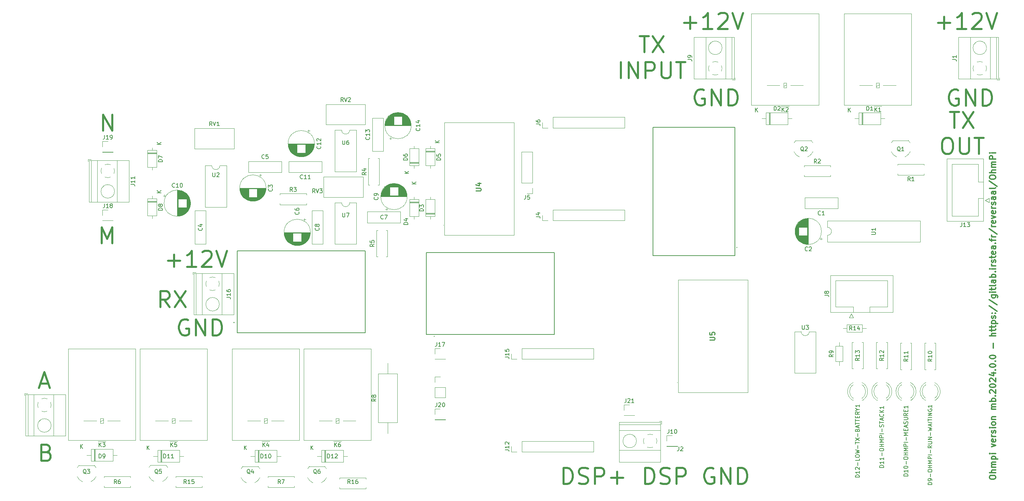
<source format=gbr>
%TF.GenerationSoftware,KiCad,Pcbnew,(6.0.9)*%
%TF.CreationDate,2023-02-24T15:44:59+01:00*%
%TF.ProjectId,mb.2024.0.0,6d622e32-3032-4342-9e30-2e302e6b6963,rev?*%
%TF.SameCoordinates,Original*%
%TF.FileFunction,Legend,Top*%
%TF.FilePolarity,Positive*%
%FSLAX46Y46*%
G04 Gerber Fmt 4.6, Leading zero omitted, Abs format (unit mm)*
G04 Created by KiCad (PCBNEW (6.0.9)) date 2023-02-24 15:44:59*
%MOMM*%
%LPD*%
G01*
G04 APERTURE LIST*
%ADD10C,0.500000*%
%ADD11C,0.300000*%
%ADD12C,0.150000*%
%ADD13C,0.254000*%
%ADD14C,0.120000*%
%ADD15C,0.100000*%
%ADD16C,0.127000*%
%ADD17C,0.200000*%
G04 APERTURE END LIST*
D10*
X179952380Y-37285714D02*
X183000000Y-37285714D01*
X181476190Y-38809523D02*
X181476190Y-35761904D01*
X187000000Y-38809523D02*
X184714285Y-38809523D01*
X185857142Y-38809523D02*
X185857142Y-34809523D01*
X185476190Y-35380952D01*
X185095238Y-35761904D01*
X184714285Y-35952380D01*
X188523809Y-35190476D02*
X188714285Y-35000000D01*
X189095238Y-34809523D01*
X190047619Y-34809523D01*
X190428571Y-35000000D01*
X190619047Y-35190476D01*
X190809523Y-35571428D01*
X190809523Y-35952380D01*
X190619047Y-36523809D01*
X188333333Y-38809523D01*
X190809523Y-38809523D01*
X191952380Y-34809523D02*
X193285714Y-38809523D01*
X194619047Y-34809523D01*
X170308571Y-151669523D02*
X170308571Y-147669523D01*
X171260952Y-147669523D01*
X171832380Y-147860000D01*
X172213333Y-148240952D01*
X172403809Y-148621904D01*
X172594285Y-149383809D01*
X172594285Y-149955238D01*
X172403809Y-150717142D01*
X172213333Y-151098095D01*
X171832380Y-151479047D01*
X171260952Y-151669523D01*
X170308571Y-151669523D01*
X174118095Y-151479047D02*
X174689523Y-151669523D01*
X175641904Y-151669523D01*
X176022857Y-151479047D01*
X176213333Y-151288571D01*
X176403809Y-150907619D01*
X176403809Y-150526666D01*
X176213333Y-150145714D01*
X176022857Y-149955238D01*
X175641904Y-149764761D01*
X174880000Y-149574285D01*
X174499047Y-149383809D01*
X174308571Y-149193333D01*
X174118095Y-148812380D01*
X174118095Y-148431428D01*
X174308571Y-148050476D01*
X174499047Y-147860000D01*
X174880000Y-147669523D01*
X175832380Y-147669523D01*
X176403809Y-147860000D01*
X178118095Y-151669523D02*
X178118095Y-147669523D01*
X179641904Y-147669523D01*
X180022857Y-147860000D01*
X180213333Y-148050476D01*
X180403809Y-148431428D01*
X180403809Y-149002857D01*
X180213333Y-149383809D01*
X180022857Y-149574285D01*
X179641904Y-149764761D01*
X178118095Y-149764761D01*
X187260952Y-147860000D02*
X186880000Y-147669523D01*
X186308571Y-147669523D01*
X185737142Y-147860000D01*
X185356190Y-148240952D01*
X185165714Y-148621904D01*
X184975238Y-149383809D01*
X184975238Y-149955238D01*
X185165714Y-150717142D01*
X185356190Y-151098095D01*
X185737142Y-151479047D01*
X186308571Y-151669523D01*
X186689523Y-151669523D01*
X187260952Y-151479047D01*
X187451428Y-151288571D01*
X187451428Y-149955238D01*
X186689523Y-149955238D01*
X189165714Y-151669523D02*
X189165714Y-147669523D01*
X191451428Y-151669523D01*
X191451428Y-147669523D01*
X193356190Y-151669523D02*
X193356190Y-147669523D01*
X194308571Y-147669523D01*
X194880000Y-147860000D01*
X195260952Y-148240952D01*
X195451428Y-148621904D01*
X195641904Y-149383809D01*
X195641904Y-149955238D01*
X195451428Y-150717142D01*
X195260952Y-151098095D01*
X194880000Y-151479047D01*
X194308571Y-151669523D01*
X193356190Y-151669523D01*
X35496666Y-91979523D02*
X35496666Y-87979523D01*
X36830000Y-90836666D01*
X38163333Y-87979523D01*
X38163333Y-91979523D01*
X21871214Y-143789285D02*
X22442642Y-143979761D01*
X22633119Y-144170238D01*
X22823595Y-144551190D01*
X22823595Y-145122619D01*
X22633119Y-145503571D01*
X22442642Y-145694047D01*
X22061690Y-145884523D01*
X20537880Y-145884523D01*
X20537880Y-141884523D01*
X21871214Y-141884523D01*
X22252166Y-142075000D01*
X22442642Y-142265476D01*
X22633119Y-142646428D01*
X22633119Y-143027380D01*
X22442642Y-143408333D01*
X22252166Y-143598809D01*
X21871214Y-143789285D01*
X20537880Y-143789285D01*
X52333333Y-107809523D02*
X51000000Y-105904761D01*
X50047619Y-107809523D02*
X50047619Y-103809523D01*
X51571428Y-103809523D01*
X51952380Y-104000000D01*
X52142857Y-104190476D01*
X52333333Y-104571428D01*
X52333333Y-105142857D01*
X52142857Y-105523809D01*
X51952380Y-105714285D01*
X51571428Y-105904761D01*
X50047619Y-105904761D01*
X53666666Y-103809523D02*
X56333333Y-107809523D01*
X56333333Y-103809523D02*
X53666666Y-107809523D01*
X247952380Y-54000000D02*
X247571428Y-53809523D01*
X247000000Y-53809523D01*
X246428571Y-54000000D01*
X246047619Y-54380952D01*
X245857142Y-54761904D01*
X245666666Y-55523809D01*
X245666666Y-56095238D01*
X245857142Y-56857142D01*
X246047619Y-57238095D01*
X246428571Y-57619047D01*
X247000000Y-57809523D01*
X247380952Y-57809523D01*
X247952380Y-57619047D01*
X248142857Y-57428571D01*
X248142857Y-56095238D01*
X247380952Y-56095238D01*
X249857142Y-57809523D02*
X249857142Y-53809523D01*
X252142857Y-57809523D01*
X252142857Y-53809523D01*
X254047619Y-57809523D02*
X254047619Y-53809523D01*
X255000000Y-53809523D01*
X255571428Y-54000000D01*
X255952380Y-54380952D01*
X256142857Y-54761904D01*
X256333333Y-55523809D01*
X256333333Y-56095238D01*
X256142857Y-56857142D01*
X255952380Y-57238095D01*
X255571428Y-57619047D01*
X255000000Y-57809523D01*
X254047619Y-57809523D01*
X184885039Y-53972876D02*
X184504087Y-53782399D01*
X183932659Y-53782399D01*
X183361230Y-53972876D01*
X182980278Y-54353828D01*
X182789801Y-54734780D01*
X182599325Y-55496685D01*
X182599325Y-56068114D01*
X182789801Y-56830018D01*
X182980278Y-57210971D01*
X183361230Y-57591923D01*
X183932659Y-57782399D01*
X184313611Y-57782399D01*
X184885039Y-57591923D01*
X185075516Y-57401447D01*
X185075516Y-56068114D01*
X184313611Y-56068114D01*
X186789801Y-57782399D02*
X186789801Y-53782399D01*
X189075516Y-57782399D01*
X189075516Y-53782399D01*
X190980278Y-57782399D02*
X190980278Y-53782399D01*
X191932659Y-53782399D01*
X192504087Y-53972876D01*
X192885039Y-54353828D01*
X193075516Y-54734780D01*
X193265992Y-55496685D01*
X193265992Y-56068114D01*
X193075516Y-56830018D01*
X192885039Y-57210971D01*
X192504087Y-57591923D01*
X191932659Y-57782399D01*
X190980278Y-57782399D01*
X245872380Y-59359523D02*
X248158095Y-59359523D01*
X247015238Y-63359523D02*
X247015238Y-59359523D01*
X249110476Y-59359523D02*
X251777142Y-63359523D01*
X251777142Y-59359523D02*
X249110476Y-63359523D01*
X244920000Y-65799523D02*
X245681904Y-65799523D01*
X246062857Y-65990000D01*
X246443809Y-66370952D01*
X246634285Y-67132857D01*
X246634285Y-68466190D01*
X246443809Y-69228095D01*
X246062857Y-69609047D01*
X245681904Y-69799523D01*
X244920000Y-69799523D01*
X244539047Y-69609047D01*
X244158095Y-69228095D01*
X243967619Y-68466190D01*
X243967619Y-67132857D01*
X244158095Y-66370952D01*
X244539047Y-65990000D01*
X244920000Y-65799523D01*
X248348571Y-65799523D02*
X248348571Y-69037619D01*
X248539047Y-69418571D01*
X248729523Y-69609047D01*
X249110476Y-69799523D01*
X249872380Y-69799523D01*
X250253333Y-69609047D01*
X250443809Y-69418571D01*
X250634285Y-69037619D01*
X250634285Y-65799523D01*
X251967619Y-65799523D02*
X254253333Y-65799523D01*
X253110476Y-69799523D02*
X253110476Y-65799523D01*
X56952380Y-111000000D02*
X56571428Y-110809523D01*
X56000000Y-110809523D01*
X55428571Y-111000000D01*
X55047619Y-111380952D01*
X54857142Y-111761904D01*
X54666666Y-112523809D01*
X54666666Y-113095238D01*
X54857142Y-113857142D01*
X55047619Y-114238095D01*
X55428571Y-114619047D01*
X56000000Y-114809523D01*
X56380952Y-114809523D01*
X56952380Y-114619047D01*
X57142857Y-114428571D01*
X57142857Y-113095238D01*
X56380952Y-113095238D01*
X58857142Y-114809523D02*
X58857142Y-110809523D01*
X61142857Y-114809523D01*
X61142857Y-110809523D01*
X63047619Y-114809523D02*
X63047619Y-110809523D01*
X64000000Y-110809523D01*
X64571428Y-111000000D01*
X64952380Y-111380952D01*
X65142857Y-111761904D01*
X65333333Y-112523809D01*
X65333333Y-113095238D01*
X65142857Y-113857142D01*
X64952380Y-114238095D01*
X64571428Y-114619047D01*
X64000000Y-114809523D01*
X63047619Y-114809523D01*
D11*
X255718571Y-150142857D02*
X255718571Y-149857142D01*
X255790000Y-149714285D01*
X255932857Y-149571428D01*
X256218571Y-149499999D01*
X256718571Y-149499999D01*
X257004285Y-149571428D01*
X257147142Y-149714285D01*
X257218571Y-149857142D01*
X257218571Y-150142857D01*
X257147142Y-150285714D01*
X257004285Y-150428571D01*
X256718571Y-150499999D01*
X256218571Y-150499999D01*
X255932857Y-150428571D01*
X255790000Y-150285714D01*
X255718571Y-150142857D01*
X257218571Y-148857142D02*
X255718571Y-148857142D01*
X257218571Y-148214285D02*
X256432857Y-148214285D01*
X256290000Y-148285714D01*
X256218571Y-148428571D01*
X256218571Y-148642857D01*
X256290000Y-148785714D01*
X256361428Y-148857142D01*
X257218571Y-147499999D02*
X256218571Y-147499999D01*
X256361428Y-147499999D02*
X256290000Y-147428571D01*
X256218571Y-147285714D01*
X256218571Y-147071428D01*
X256290000Y-146928571D01*
X256432857Y-146857142D01*
X257218571Y-146857142D01*
X256432857Y-146857142D02*
X256290000Y-146785714D01*
X256218571Y-146642857D01*
X256218571Y-146428571D01*
X256290000Y-146285714D01*
X256432857Y-146214285D01*
X257218571Y-146214285D01*
X256218571Y-145499999D02*
X257718571Y-145499999D01*
X256290000Y-145499999D02*
X256218571Y-145357142D01*
X256218571Y-145071428D01*
X256290000Y-144928571D01*
X256361428Y-144857142D01*
X256504285Y-144785714D01*
X256932857Y-144785714D01*
X257075714Y-144857142D01*
X257147142Y-144928571D01*
X257218571Y-145071428D01*
X257218571Y-145357142D01*
X257147142Y-145499999D01*
X257218571Y-144142857D02*
X256218571Y-144142857D01*
X255718571Y-144142857D02*
X255790000Y-144214285D01*
X255861428Y-144142857D01*
X255790000Y-144071428D01*
X255718571Y-144142857D01*
X255861428Y-144142857D01*
X256218571Y-142428571D02*
X257218571Y-142071428D01*
X256218571Y-141714285D01*
X257147142Y-140571428D02*
X257218571Y-140714285D01*
X257218571Y-140999999D01*
X257147142Y-141142857D01*
X257004285Y-141214285D01*
X256432857Y-141214285D01*
X256290000Y-141142857D01*
X256218571Y-140999999D01*
X256218571Y-140714285D01*
X256290000Y-140571428D01*
X256432857Y-140499999D01*
X256575714Y-140499999D01*
X256718571Y-141214285D01*
X257218571Y-139857142D02*
X256218571Y-139857142D01*
X256504285Y-139857142D02*
X256361428Y-139785714D01*
X256290000Y-139714285D01*
X256218571Y-139571428D01*
X256218571Y-139428571D01*
X257147142Y-138999999D02*
X257218571Y-138857142D01*
X257218571Y-138571428D01*
X257147142Y-138428571D01*
X257004285Y-138357142D01*
X256932857Y-138357142D01*
X256790000Y-138428571D01*
X256718571Y-138571428D01*
X256718571Y-138785714D01*
X256647142Y-138928571D01*
X256504285Y-138999999D01*
X256432857Y-138999999D01*
X256290000Y-138928571D01*
X256218571Y-138785714D01*
X256218571Y-138571428D01*
X256290000Y-138428571D01*
X257218571Y-137714285D02*
X256218571Y-137714285D01*
X255718571Y-137714285D02*
X255790000Y-137785714D01*
X255861428Y-137714285D01*
X255790000Y-137642857D01*
X255718571Y-137714285D01*
X255861428Y-137714285D01*
X257218571Y-136785714D02*
X257147142Y-136928571D01*
X257075714Y-136999999D01*
X256932857Y-137071428D01*
X256504285Y-137071428D01*
X256361428Y-136999999D01*
X256290000Y-136928571D01*
X256218571Y-136785714D01*
X256218571Y-136571428D01*
X256290000Y-136428571D01*
X256361428Y-136357142D01*
X256504285Y-136285714D01*
X256932857Y-136285714D01*
X257075714Y-136357142D01*
X257147142Y-136428571D01*
X257218571Y-136571428D01*
X257218571Y-136785714D01*
X256218571Y-135642857D02*
X257218571Y-135642857D01*
X256361428Y-135642857D02*
X256290000Y-135571428D01*
X256218571Y-135428571D01*
X256218571Y-135214285D01*
X256290000Y-135071428D01*
X256432857Y-134999999D01*
X257218571Y-134999999D01*
X257218571Y-133142857D02*
X256218571Y-133142857D01*
X256361428Y-133142857D02*
X256290000Y-133071428D01*
X256218571Y-132928571D01*
X256218571Y-132714285D01*
X256290000Y-132571428D01*
X256432857Y-132500000D01*
X257218571Y-132500000D01*
X256432857Y-132500000D02*
X256290000Y-132428571D01*
X256218571Y-132285714D01*
X256218571Y-132071428D01*
X256290000Y-131928571D01*
X256432857Y-131857142D01*
X257218571Y-131857142D01*
X257218571Y-131142857D02*
X255718571Y-131142857D01*
X256290000Y-131142857D02*
X256218571Y-131000000D01*
X256218571Y-130714285D01*
X256290000Y-130571428D01*
X256361428Y-130500000D01*
X256504285Y-130428571D01*
X256932857Y-130428571D01*
X257075714Y-130500000D01*
X257147142Y-130571428D01*
X257218571Y-130714285D01*
X257218571Y-131000000D01*
X257147142Y-131142857D01*
X257075714Y-129785714D02*
X257147142Y-129714285D01*
X257218571Y-129785714D01*
X257147142Y-129857142D01*
X257075714Y-129785714D01*
X257218571Y-129785714D01*
X255861428Y-129142857D02*
X255790000Y-129071428D01*
X255718571Y-128928571D01*
X255718571Y-128571428D01*
X255790000Y-128428571D01*
X255861428Y-128357142D01*
X256004285Y-128285714D01*
X256147142Y-128285714D01*
X256361428Y-128357142D01*
X257218571Y-129214285D01*
X257218571Y-128285714D01*
X255718571Y-127357142D02*
X255718571Y-127214285D01*
X255790000Y-127071428D01*
X255861428Y-127000000D01*
X256004285Y-126928571D01*
X256290000Y-126857142D01*
X256647142Y-126857142D01*
X256932857Y-126928571D01*
X257075714Y-127000000D01*
X257147142Y-127071428D01*
X257218571Y-127214285D01*
X257218571Y-127357142D01*
X257147142Y-127500000D01*
X257075714Y-127571428D01*
X256932857Y-127642857D01*
X256647142Y-127714285D01*
X256290000Y-127714285D01*
X256004285Y-127642857D01*
X255861428Y-127571428D01*
X255790000Y-127500000D01*
X255718571Y-127357142D01*
X255861428Y-126285714D02*
X255790000Y-126214285D01*
X255718571Y-126071428D01*
X255718571Y-125714285D01*
X255790000Y-125571428D01*
X255861428Y-125500000D01*
X256004285Y-125428571D01*
X256147142Y-125428571D01*
X256361428Y-125500000D01*
X257218571Y-126357142D01*
X257218571Y-125428571D01*
X256218571Y-124142857D02*
X257218571Y-124142857D01*
X255647142Y-124500000D02*
X256718571Y-124857142D01*
X256718571Y-123928571D01*
X257075714Y-123357142D02*
X257147142Y-123285714D01*
X257218571Y-123357142D01*
X257147142Y-123428571D01*
X257075714Y-123357142D01*
X257218571Y-123357142D01*
X255718571Y-122357142D02*
X255718571Y-122214285D01*
X255790000Y-122071428D01*
X255861428Y-122000000D01*
X256004285Y-121928571D01*
X256290000Y-121857142D01*
X256647142Y-121857142D01*
X256932857Y-121928571D01*
X257075714Y-122000000D01*
X257147142Y-122071428D01*
X257218571Y-122214285D01*
X257218571Y-122357142D01*
X257147142Y-122500000D01*
X257075714Y-122571428D01*
X256932857Y-122642857D01*
X256647142Y-122714285D01*
X256290000Y-122714285D01*
X256004285Y-122642857D01*
X255861428Y-122571428D01*
X255790000Y-122500000D01*
X255718571Y-122357142D01*
X257075714Y-121214285D02*
X257147142Y-121142857D01*
X257218571Y-121214285D01*
X257147142Y-121285714D01*
X257075714Y-121214285D01*
X257218571Y-121214285D01*
X255718571Y-120214285D02*
X255718571Y-120071428D01*
X255790000Y-119928571D01*
X255861428Y-119857142D01*
X256004285Y-119785714D01*
X256290000Y-119714285D01*
X256647142Y-119714285D01*
X256932857Y-119785714D01*
X257075714Y-119857142D01*
X257147142Y-119928571D01*
X257218571Y-120071428D01*
X257218571Y-120214285D01*
X257147142Y-120357142D01*
X257075714Y-120428571D01*
X256932857Y-120500000D01*
X256647142Y-120571428D01*
X256290000Y-120571428D01*
X256004285Y-120500000D01*
X255861428Y-120428571D01*
X255790000Y-120357142D01*
X255718571Y-120214285D01*
X256647142Y-117928571D02*
X256647142Y-116785714D01*
X257218571Y-114928571D02*
X255718571Y-114928571D01*
X257218571Y-114285714D02*
X256432857Y-114285714D01*
X256290000Y-114357142D01*
X256218571Y-114500000D01*
X256218571Y-114714285D01*
X256290000Y-114857142D01*
X256361428Y-114928571D01*
X256218571Y-113785714D02*
X256218571Y-113214285D01*
X255718571Y-113571428D02*
X257004285Y-113571428D01*
X257147142Y-113500000D01*
X257218571Y-113357142D01*
X257218571Y-113214285D01*
X256218571Y-112928571D02*
X256218571Y-112357142D01*
X255718571Y-112714285D02*
X257004285Y-112714285D01*
X257147142Y-112642857D01*
X257218571Y-112500000D01*
X257218571Y-112357142D01*
X256218571Y-111857142D02*
X257718571Y-111857142D01*
X256290000Y-111857142D02*
X256218571Y-111714285D01*
X256218571Y-111428571D01*
X256290000Y-111285714D01*
X256361428Y-111214285D01*
X256504285Y-111142857D01*
X256932857Y-111142857D01*
X257075714Y-111214285D01*
X257147142Y-111285714D01*
X257218571Y-111428571D01*
X257218571Y-111714285D01*
X257147142Y-111857142D01*
X257147142Y-110571428D02*
X257218571Y-110428571D01*
X257218571Y-110142857D01*
X257147142Y-110000000D01*
X257004285Y-109928571D01*
X256932857Y-109928571D01*
X256790000Y-110000000D01*
X256718571Y-110142857D01*
X256718571Y-110357142D01*
X256647142Y-110500000D01*
X256504285Y-110571428D01*
X256432857Y-110571428D01*
X256290000Y-110500000D01*
X256218571Y-110357142D01*
X256218571Y-110142857D01*
X256290000Y-110000000D01*
X257075714Y-109285714D02*
X257147142Y-109214285D01*
X257218571Y-109285714D01*
X257147142Y-109357142D01*
X257075714Y-109285714D01*
X257218571Y-109285714D01*
X256290000Y-109285714D02*
X256361428Y-109214285D01*
X256432857Y-109285714D01*
X256361428Y-109357142D01*
X256290000Y-109285714D01*
X256432857Y-109285714D01*
X255647142Y-107500000D02*
X257575714Y-108785714D01*
X255647142Y-105928571D02*
X257575714Y-107214285D01*
X256218571Y-104785714D02*
X257432857Y-104785714D01*
X257575714Y-104857142D01*
X257647142Y-104928571D01*
X257718571Y-105071428D01*
X257718571Y-105285714D01*
X257647142Y-105428571D01*
X257147142Y-104785714D02*
X257218571Y-104928571D01*
X257218571Y-105214285D01*
X257147142Y-105357142D01*
X257075714Y-105428571D01*
X256932857Y-105499999D01*
X256504285Y-105499999D01*
X256361428Y-105428571D01*
X256290000Y-105357142D01*
X256218571Y-105214285D01*
X256218571Y-104928571D01*
X256290000Y-104785714D01*
X257218571Y-104071428D02*
X256218571Y-104071428D01*
X255718571Y-104071428D02*
X255790000Y-104142857D01*
X255861428Y-104071428D01*
X255790000Y-103999999D01*
X255718571Y-104071428D01*
X255861428Y-104071428D01*
X256218571Y-103571428D02*
X256218571Y-102999999D01*
X255718571Y-103357142D02*
X257004285Y-103357142D01*
X257147142Y-103285714D01*
X257218571Y-103142857D01*
X257218571Y-102999999D01*
X257218571Y-102285714D02*
X257147142Y-102428571D01*
X257004285Y-102499999D01*
X255718571Y-102499999D01*
X257218571Y-101071428D02*
X256432857Y-101071428D01*
X256290000Y-101142857D01*
X256218571Y-101285714D01*
X256218571Y-101571428D01*
X256290000Y-101714285D01*
X257147142Y-101071428D02*
X257218571Y-101214285D01*
X257218571Y-101571428D01*
X257147142Y-101714285D01*
X257004285Y-101785714D01*
X256861428Y-101785714D01*
X256718571Y-101714285D01*
X256647142Y-101571428D01*
X256647142Y-101214285D01*
X256575714Y-101071428D01*
X257218571Y-100357142D02*
X255718571Y-100357142D01*
X256290000Y-100357142D02*
X256218571Y-100214285D01*
X256218571Y-99928571D01*
X256290000Y-99785714D01*
X256361428Y-99714285D01*
X256504285Y-99642857D01*
X256932857Y-99642857D01*
X257075714Y-99714285D01*
X257147142Y-99785714D01*
X257218571Y-99928571D01*
X257218571Y-100214285D01*
X257147142Y-100357142D01*
X257075714Y-98999999D02*
X257147142Y-98928571D01*
X257218571Y-98999999D01*
X257147142Y-99071428D01*
X257075714Y-98999999D01*
X257218571Y-98999999D01*
X257218571Y-98285714D02*
X256218571Y-98285714D01*
X255718571Y-98285714D02*
X255790000Y-98357142D01*
X255861428Y-98285714D01*
X255790000Y-98214285D01*
X255718571Y-98285714D01*
X255861428Y-98285714D01*
X257218571Y-97571428D02*
X256218571Y-97571428D01*
X256504285Y-97571428D02*
X256361428Y-97500000D01*
X256290000Y-97428571D01*
X256218571Y-97285714D01*
X256218571Y-97142857D01*
X257147142Y-96714285D02*
X257218571Y-96571428D01*
X257218571Y-96285714D01*
X257147142Y-96142857D01*
X257004285Y-96071428D01*
X256932857Y-96071428D01*
X256790000Y-96142857D01*
X256718571Y-96285714D01*
X256718571Y-96500000D01*
X256647142Y-96642857D01*
X256504285Y-96714285D01*
X256432857Y-96714285D01*
X256290000Y-96642857D01*
X256218571Y-96500000D01*
X256218571Y-96285714D01*
X256290000Y-96142857D01*
X256218571Y-95642857D02*
X256218571Y-95071428D01*
X255718571Y-95428571D02*
X257004285Y-95428571D01*
X257147142Y-95357142D01*
X257218571Y-95214285D01*
X257218571Y-95071428D01*
X257147142Y-94000000D02*
X257218571Y-94142857D01*
X257218571Y-94428571D01*
X257147142Y-94571428D01*
X257004285Y-94642857D01*
X256432857Y-94642857D01*
X256290000Y-94571428D01*
X256218571Y-94428571D01*
X256218571Y-94142857D01*
X256290000Y-94000000D01*
X256432857Y-93928571D01*
X256575714Y-93928571D01*
X256718571Y-94642857D01*
X257218571Y-92642857D02*
X256432857Y-92642857D01*
X256290000Y-92714285D01*
X256218571Y-92857142D01*
X256218571Y-93142857D01*
X256290000Y-93285714D01*
X257147142Y-92642857D02*
X257218571Y-92785714D01*
X257218571Y-93142857D01*
X257147142Y-93285714D01*
X257004285Y-93357142D01*
X256861428Y-93357142D01*
X256718571Y-93285714D01*
X256647142Y-93142857D01*
X256647142Y-92785714D01*
X256575714Y-92642857D01*
X257075714Y-91928571D02*
X257147142Y-91857142D01*
X257218571Y-91928571D01*
X257147142Y-92000000D01*
X257075714Y-91928571D01*
X257218571Y-91928571D01*
X256218571Y-91428571D02*
X256218571Y-90857142D01*
X257218571Y-91214285D02*
X255932857Y-91214285D01*
X255790000Y-91142857D01*
X255718571Y-90999999D01*
X255718571Y-90857142D01*
X257218571Y-90357142D02*
X256218571Y-90357142D01*
X256504285Y-90357142D02*
X256361428Y-90285714D01*
X256290000Y-90214285D01*
X256218571Y-90071428D01*
X256218571Y-89928571D01*
X255647142Y-88357142D02*
X257575714Y-89642857D01*
X257218571Y-87857142D02*
X256218571Y-87857142D01*
X256504285Y-87857142D02*
X256361428Y-87785714D01*
X256290000Y-87714285D01*
X256218571Y-87571428D01*
X256218571Y-87428571D01*
X257147142Y-86357142D02*
X257218571Y-86500000D01*
X257218571Y-86785714D01*
X257147142Y-86928571D01*
X257004285Y-87000000D01*
X256432857Y-87000000D01*
X256290000Y-86928571D01*
X256218571Y-86785714D01*
X256218571Y-86500000D01*
X256290000Y-86357142D01*
X256432857Y-86285714D01*
X256575714Y-86285714D01*
X256718571Y-87000000D01*
X256218571Y-85785714D02*
X257218571Y-85428571D01*
X256218571Y-85071428D01*
X257147142Y-83928571D02*
X257218571Y-84071428D01*
X257218571Y-84357142D01*
X257147142Y-84500000D01*
X257004285Y-84571428D01*
X256432857Y-84571428D01*
X256290000Y-84500000D01*
X256218571Y-84357142D01*
X256218571Y-84071428D01*
X256290000Y-83928571D01*
X256432857Y-83857142D01*
X256575714Y-83857142D01*
X256718571Y-84571428D01*
X257218571Y-83214285D02*
X256218571Y-83214285D01*
X256504285Y-83214285D02*
X256361428Y-83142857D01*
X256290000Y-83071428D01*
X256218571Y-82928571D01*
X256218571Y-82785714D01*
X257147142Y-82357142D02*
X257218571Y-82214285D01*
X257218571Y-81928571D01*
X257147142Y-81785714D01*
X257004285Y-81714285D01*
X256932857Y-81714285D01*
X256790000Y-81785714D01*
X256718571Y-81928571D01*
X256718571Y-82142857D01*
X256647142Y-82285714D01*
X256504285Y-82357142D01*
X256432857Y-82357142D01*
X256290000Y-82285714D01*
X256218571Y-82142857D01*
X256218571Y-81928571D01*
X256290000Y-81785714D01*
X257218571Y-80428571D02*
X256432857Y-80428571D01*
X256290000Y-80499999D01*
X256218571Y-80642857D01*
X256218571Y-80928571D01*
X256290000Y-81071428D01*
X257147142Y-80428571D02*
X257218571Y-80571428D01*
X257218571Y-80928571D01*
X257147142Y-81071428D01*
X257004285Y-81142857D01*
X256861428Y-81142857D01*
X256718571Y-81071428D01*
X256647142Y-80928571D01*
X256647142Y-80571428D01*
X256575714Y-80428571D01*
X257218571Y-79071428D02*
X256432857Y-79071428D01*
X256290000Y-79142857D01*
X256218571Y-79285714D01*
X256218571Y-79571428D01*
X256290000Y-79714285D01*
X257147142Y-79071428D02*
X257218571Y-79214285D01*
X257218571Y-79571428D01*
X257147142Y-79714285D01*
X257004285Y-79785714D01*
X256861428Y-79785714D01*
X256718571Y-79714285D01*
X256647142Y-79571428D01*
X256647142Y-79214285D01*
X256575714Y-79071428D01*
X257218571Y-78142857D02*
X257147142Y-78285714D01*
X257004285Y-78357142D01*
X255718571Y-78357142D01*
X255647142Y-76500000D02*
X257575714Y-77785714D01*
X255718571Y-75714285D02*
X255718571Y-75428571D01*
X255790000Y-75285714D01*
X255932857Y-75142857D01*
X256218571Y-75071428D01*
X256718571Y-75071428D01*
X257004285Y-75142857D01*
X257147142Y-75285714D01*
X257218571Y-75428571D01*
X257218571Y-75714285D01*
X257147142Y-75857142D01*
X257004285Y-76000000D01*
X256718571Y-76071428D01*
X256218571Y-76071428D01*
X255932857Y-76000000D01*
X255790000Y-75857142D01*
X255718571Y-75714285D01*
X257218571Y-74428571D02*
X255718571Y-74428571D01*
X257218571Y-73785714D02*
X256432857Y-73785714D01*
X256290000Y-73857142D01*
X256218571Y-74000000D01*
X256218571Y-74214285D01*
X256290000Y-74357142D01*
X256361428Y-74428571D01*
X257218571Y-73071428D02*
X256218571Y-73071428D01*
X256361428Y-73071428D02*
X256290000Y-73000000D01*
X256218571Y-72857142D01*
X256218571Y-72642857D01*
X256290000Y-72500000D01*
X256432857Y-72428571D01*
X257218571Y-72428571D01*
X256432857Y-72428571D02*
X256290000Y-72357142D01*
X256218571Y-72214285D01*
X256218571Y-72000000D01*
X256290000Y-71857142D01*
X256432857Y-71785714D01*
X257218571Y-71785714D01*
X257218571Y-71071428D02*
X255718571Y-71071428D01*
X255718571Y-70500000D01*
X255790000Y-70357142D01*
X255861428Y-70285714D01*
X256004285Y-70214285D01*
X256218571Y-70214285D01*
X256361428Y-70285714D01*
X256432857Y-70357142D01*
X256504285Y-70500000D01*
X256504285Y-71071428D01*
X257218571Y-69571428D02*
X256218571Y-69571428D01*
X255718571Y-69571428D02*
X255790000Y-69642857D01*
X255861428Y-69571428D01*
X255790000Y-69500000D01*
X255718571Y-69571428D01*
X255861428Y-69571428D01*
D10*
X51952380Y-96285714D02*
X55000000Y-96285714D01*
X53476190Y-97809523D02*
X53476190Y-94761904D01*
X59000000Y-97809523D02*
X56714285Y-97809523D01*
X57857142Y-97809523D02*
X57857142Y-93809523D01*
X57476190Y-94380952D01*
X57095238Y-94761904D01*
X56714285Y-94952380D01*
X60523809Y-94190476D02*
X60714285Y-94000000D01*
X61095238Y-93809523D01*
X62047619Y-93809523D01*
X62428571Y-94000000D01*
X62619047Y-94190476D01*
X62809523Y-94571428D01*
X62809523Y-94952380D01*
X62619047Y-95523809D01*
X60333333Y-97809523D01*
X62809523Y-97809523D01*
X63952380Y-93809523D02*
X65285714Y-97809523D01*
X66619047Y-93809523D01*
X150051428Y-151669523D02*
X150051428Y-147669523D01*
X151003809Y-147669523D01*
X151575238Y-147860000D01*
X151956190Y-148240952D01*
X152146666Y-148621904D01*
X152337142Y-149383809D01*
X152337142Y-149955238D01*
X152146666Y-150717142D01*
X151956190Y-151098095D01*
X151575238Y-151479047D01*
X151003809Y-151669523D01*
X150051428Y-151669523D01*
X153860952Y-151479047D02*
X154432380Y-151669523D01*
X155384761Y-151669523D01*
X155765714Y-151479047D01*
X155956190Y-151288571D01*
X156146666Y-150907619D01*
X156146666Y-150526666D01*
X155956190Y-150145714D01*
X155765714Y-149955238D01*
X155384761Y-149764761D01*
X154622857Y-149574285D01*
X154241904Y-149383809D01*
X154051428Y-149193333D01*
X153860952Y-148812380D01*
X153860952Y-148431428D01*
X154051428Y-148050476D01*
X154241904Y-147860000D01*
X154622857Y-147669523D01*
X155575238Y-147669523D01*
X156146666Y-147860000D01*
X157860952Y-151669523D02*
X157860952Y-147669523D01*
X159384761Y-147669523D01*
X159765714Y-147860000D01*
X159956190Y-148050476D01*
X160146666Y-148431428D01*
X160146666Y-149002857D01*
X159956190Y-149383809D01*
X159765714Y-149574285D01*
X159384761Y-149764761D01*
X157860952Y-149764761D01*
X161860952Y-150145714D02*
X164908571Y-150145714D01*
X163384761Y-151669523D02*
X163384761Y-148621904D01*
X242952380Y-37285714D02*
X246000000Y-37285714D01*
X244476190Y-38809523D02*
X244476190Y-35761904D01*
X250000000Y-38809523D02*
X247714285Y-38809523D01*
X248857142Y-38809523D02*
X248857142Y-34809523D01*
X248476190Y-35380952D01*
X248095238Y-35761904D01*
X247714285Y-35952380D01*
X251523809Y-35190476D02*
X251714285Y-35000000D01*
X252095238Y-34809523D01*
X253047619Y-34809523D01*
X253428571Y-35000000D01*
X253619047Y-35190476D01*
X253809523Y-35571428D01*
X253809523Y-35952380D01*
X253619047Y-36523809D01*
X251333333Y-38809523D01*
X253809523Y-38809523D01*
X254952380Y-34809523D02*
X256285714Y-38809523D01*
X257619047Y-34809523D01*
X35857142Y-64039523D02*
X35857142Y-60039523D01*
X38142857Y-64039523D01*
X38142857Y-60039523D01*
X20332619Y-126741666D02*
X22237380Y-126741666D01*
X19951666Y-127884523D02*
X21285000Y-123884523D01*
X22618333Y-127884523D01*
X168952380Y-40589523D02*
X171238095Y-40589523D01*
X170095238Y-44589523D02*
X170095238Y-40589523D01*
X172190476Y-40589523D02*
X174857142Y-44589523D01*
X174857142Y-40589523D02*
X172190476Y-44589523D01*
X164285714Y-51029523D02*
X164285714Y-47029523D01*
X166190476Y-51029523D02*
X166190476Y-47029523D01*
X168476190Y-51029523D01*
X168476190Y-47029523D01*
X170380952Y-51029523D02*
X170380952Y-47029523D01*
X171904761Y-47029523D01*
X172285714Y-47220000D01*
X172476190Y-47410476D01*
X172666666Y-47791428D01*
X172666666Y-48362857D01*
X172476190Y-48743809D01*
X172285714Y-48934285D01*
X171904761Y-49124761D01*
X170380952Y-49124761D01*
X174380952Y-47029523D02*
X174380952Y-50267619D01*
X174571428Y-50648571D01*
X174761904Y-50839047D01*
X175142857Y-51029523D01*
X175904761Y-51029523D01*
X176285714Y-50839047D01*
X176476190Y-50648571D01*
X176666666Y-50267619D01*
X176666666Y-47029523D01*
X178000000Y-47029523D02*
X180285714Y-47029523D01*
X179142857Y-51029523D02*
X179142857Y-47029523D01*
D12*
%TO.C,RV2*%
X95414761Y-56792380D02*
X95081428Y-56316190D01*
X94843333Y-56792380D02*
X94843333Y-55792380D01*
X95224285Y-55792380D01*
X95319523Y-55840000D01*
X95367142Y-55887619D01*
X95414761Y-55982857D01*
X95414761Y-56125714D01*
X95367142Y-56220952D01*
X95319523Y-56268571D01*
X95224285Y-56316190D01*
X94843333Y-56316190D01*
X95700476Y-55792380D02*
X96033809Y-56792380D01*
X96367142Y-55792380D01*
X96652857Y-55887619D02*
X96700476Y-55840000D01*
X96795714Y-55792380D01*
X97033809Y-55792380D01*
X97129047Y-55840000D01*
X97176666Y-55887619D01*
X97224285Y-55982857D01*
X97224285Y-56078095D01*
X97176666Y-56220952D01*
X96605238Y-56792380D01*
X97224285Y-56792380D01*
%TO.C,R6*%
X39203333Y-151582380D02*
X38870000Y-151106190D01*
X38631904Y-151582380D02*
X38631904Y-150582380D01*
X39012857Y-150582380D01*
X39108095Y-150630000D01*
X39155714Y-150677619D01*
X39203333Y-150772857D01*
X39203333Y-150915714D01*
X39155714Y-151010952D01*
X39108095Y-151058571D01*
X39012857Y-151106190D01*
X38631904Y-151106190D01*
X40060476Y-150582380D02*
X39870000Y-150582380D01*
X39774761Y-150630000D01*
X39727142Y-150677619D01*
X39631904Y-150820476D01*
X39584285Y-151010952D01*
X39584285Y-151391904D01*
X39631904Y-151487142D01*
X39679523Y-151534761D01*
X39774761Y-151582380D01*
X39965238Y-151582380D01*
X40060476Y-151534761D01*
X40108095Y-151487142D01*
X40155714Y-151391904D01*
X40155714Y-151153809D01*
X40108095Y-151058571D01*
X40060476Y-151010952D01*
X39965238Y-150963333D01*
X39774761Y-150963333D01*
X39679523Y-151010952D01*
X39631904Y-151058571D01*
X39584285Y-151153809D01*
%TO.C,J1*%
X246497380Y-46338333D02*
X247211666Y-46338333D01*
X247354523Y-46385952D01*
X247449761Y-46481190D01*
X247497380Y-46624047D01*
X247497380Y-46719285D01*
X247497380Y-45338333D02*
X247497380Y-45909761D01*
X247497380Y-45624047D02*
X246497380Y-45624047D01*
X246640238Y-45719285D01*
X246735476Y-45814523D01*
X246783095Y-45909761D01*
%TO.C,R1*%
X236053333Y-76482380D02*
X235720000Y-76006190D01*
X235481904Y-76482380D02*
X235481904Y-75482380D01*
X235862857Y-75482380D01*
X235958095Y-75530000D01*
X236005714Y-75577619D01*
X236053333Y-75672857D01*
X236053333Y-75815714D01*
X236005714Y-75910952D01*
X235958095Y-75958571D01*
X235862857Y-76006190D01*
X235481904Y-76006190D01*
X237005714Y-76482380D02*
X236434285Y-76482380D01*
X236720000Y-76482380D02*
X236720000Y-75482380D01*
X236624761Y-75625238D01*
X236529523Y-75720476D01*
X236434285Y-75768095D01*
%TO.C,J9*%
X180887380Y-46338333D02*
X181601666Y-46338333D01*
X181744523Y-46385952D01*
X181839761Y-46481190D01*
X181887380Y-46624047D01*
X181887380Y-46719285D01*
X181887380Y-45814523D02*
X181887380Y-45624047D01*
X181839761Y-45528809D01*
X181792142Y-45481190D01*
X181649285Y-45385952D01*
X181458809Y-45338333D01*
X181077857Y-45338333D01*
X180982619Y-45385952D01*
X180935000Y-45433571D01*
X180887380Y-45528809D01*
X180887380Y-45719285D01*
X180935000Y-45814523D01*
X180982619Y-45862142D01*
X181077857Y-45909761D01*
X181315952Y-45909761D01*
X181411190Y-45862142D01*
X181458809Y-45814523D01*
X181506428Y-45719285D01*
X181506428Y-45528809D01*
X181458809Y-45433571D01*
X181411190Y-45385952D01*
X181315952Y-45338333D01*
%TO.C,K6*%
X93241904Y-142419880D02*
X93241904Y-141419880D01*
X93813333Y-142419880D02*
X93384761Y-141848452D01*
X93813333Y-141419880D02*
X93241904Y-141991309D01*
X94670476Y-141419880D02*
X94480000Y-141419880D01*
X94384761Y-141467500D01*
X94337142Y-141515119D01*
X94241904Y-141657976D01*
X94194285Y-141848452D01*
X94194285Y-142229404D01*
X94241904Y-142324642D01*
X94289523Y-142372261D01*
X94384761Y-142419880D01*
X94575238Y-142419880D01*
X94670476Y-142372261D01*
X94718095Y-142324642D01*
X94765714Y-142229404D01*
X94765714Y-141991309D01*
X94718095Y-141896071D01*
X94670476Y-141848452D01*
X94575238Y-141800833D01*
X94384761Y-141800833D01*
X94289523Y-141848452D01*
X94241904Y-141896071D01*
X94194285Y-141991309D01*
%TO.C,D10-OHMPI-MEASURE1*%
X235452380Y-149690476D02*
X234452380Y-149690476D01*
X234452380Y-149452380D01*
X234500000Y-149309523D01*
X234595238Y-149214285D01*
X234690476Y-149166666D01*
X234880952Y-149119047D01*
X235023809Y-149119047D01*
X235214285Y-149166666D01*
X235309523Y-149214285D01*
X235404761Y-149309523D01*
X235452380Y-149452380D01*
X235452380Y-149690476D01*
X235452380Y-148166666D02*
X235452380Y-148738095D01*
X235452380Y-148452380D02*
X234452380Y-148452380D01*
X234595238Y-148547619D01*
X234690476Y-148642857D01*
X234738095Y-148738095D01*
X234452380Y-147547619D02*
X234452380Y-147452380D01*
X234500000Y-147357142D01*
X234547619Y-147309523D01*
X234642857Y-147261904D01*
X234833333Y-147214285D01*
X235071428Y-147214285D01*
X235261904Y-147261904D01*
X235357142Y-147309523D01*
X235404761Y-147357142D01*
X235452380Y-147452380D01*
X235452380Y-147547619D01*
X235404761Y-147642857D01*
X235357142Y-147690476D01*
X235261904Y-147738095D01*
X235071428Y-147785714D01*
X234833333Y-147785714D01*
X234642857Y-147738095D01*
X234547619Y-147690476D01*
X234500000Y-147642857D01*
X234452380Y-147547619D01*
X235071428Y-146785714D02*
X235071428Y-146023809D01*
X234452380Y-145357142D02*
X234452380Y-145166666D01*
X234500000Y-145071428D01*
X234595238Y-144976190D01*
X234785714Y-144928571D01*
X235119047Y-144928571D01*
X235309523Y-144976190D01*
X235404761Y-145071428D01*
X235452380Y-145166666D01*
X235452380Y-145357142D01*
X235404761Y-145452380D01*
X235309523Y-145547619D01*
X235119047Y-145595238D01*
X234785714Y-145595238D01*
X234595238Y-145547619D01*
X234500000Y-145452380D01*
X234452380Y-145357142D01*
X235452380Y-144500000D02*
X234452380Y-144500000D01*
X234928571Y-144500000D02*
X234928571Y-143928571D01*
X235452380Y-143928571D02*
X234452380Y-143928571D01*
X235452380Y-143452380D02*
X234452380Y-143452380D01*
X235166666Y-143119047D01*
X234452380Y-142785714D01*
X235452380Y-142785714D01*
X235452380Y-142309523D02*
X234452380Y-142309523D01*
X234452380Y-141928571D01*
X234500000Y-141833333D01*
X234547619Y-141785714D01*
X234642857Y-141738095D01*
X234785714Y-141738095D01*
X234880952Y-141785714D01*
X234928571Y-141833333D01*
X234976190Y-141928571D01*
X234976190Y-142309523D01*
X235452380Y-141309523D02*
X234452380Y-141309523D01*
X235071428Y-140833333D02*
X235071428Y-140071428D01*
X235452380Y-139595238D02*
X234452380Y-139595238D01*
X235166666Y-139261904D01*
X234452380Y-138928571D01*
X235452380Y-138928571D01*
X234928571Y-138452380D02*
X234928571Y-138119047D01*
X235452380Y-137976190D02*
X235452380Y-138452380D01*
X234452380Y-138452380D01*
X234452380Y-137976190D01*
X235166666Y-137595238D02*
X235166666Y-137119047D01*
X235452380Y-137690476D02*
X234452380Y-137357142D01*
X235452380Y-137023809D01*
X235404761Y-136738095D02*
X235452380Y-136595238D01*
X235452380Y-136357142D01*
X235404761Y-136261904D01*
X235357142Y-136214285D01*
X235261904Y-136166666D01*
X235166666Y-136166666D01*
X235071428Y-136214285D01*
X235023809Y-136261904D01*
X234976190Y-136357142D01*
X234928571Y-136547619D01*
X234880952Y-136642857D01*
X234833333Y-136690476D01*
X234738095Y-136738095D01*
X234642857Y-136738095D01*
X234547619Y-136690476D01*
X234500000Y-136642857D01*
X234452380Y-136547619D01*
X234452380Y-136309523D01*
X234500000Y-136166666D01*
X234452380Y-135738095D02*
X235261904Y-135738095D01*
X235357142Y-135690476D01*
X235404761Y-135642857D01*
X235452380Y-135547619D01*
X235452380Y-135357142D01*
X235404761Y-135261904D01*
X235357142Y-135214285D01*
X235261904Y-135166666D01*
X234452380Y-135166666D01*
X235452380Y-134119047D02*
X234976190Y-134452380D01*
X235452380Y-134690476D02*
X234452380Y-134690476D01*
X234452380Y-134309523D01*
X234500000Y-134214285D01*
X234547619Y-134166666D01*
X234642857Y-134119047D01*
X234785714Y-134119047D01*
X234880952Y-134166666D01*
X234928571Y-134214285D01*
X234976190Y-134309523D01*
X234976190Y-134690476D01*
X234928571Y-133690476D02*
X234928571Y-133357142D01*
X235452380Y-133214285D02*
X235452380Y-133690476D01*
X234452380Y-133690476D01*
X234452380Y-133214285D01*
X235452380Y-132261904D02*
X235452380Y-132833333D01*
X235452380Y-132547619D02*
X234452380Y-132547619D01*
X234595238Y-132642857D01*
X234690476Y-132738095D01*
X234738095Y-132833333D01*
%TO.C,K1*%
X227261904Y-59252380D02*
X227261904Y-58252380D01*
X227833333Y-59252380D02*
X227404761Y-58680952D01*
X227833333Y-58252380D02*
X227261904Y-58823809D01*
X228785714Y-59252380D02*
X228214285Y-59252380D01*
X228500000Y-59252380D02*
X228500000Y-58252380D01*
X228404761Y-58395238D01*
X228309523Y-58490476D01*
X228214285Y-58538095D01*
%TO.C,J18*%
X36190476Y-82122380D02*
X36190476Y-82836666D01*
X36142857Y-82979523D01*
X36047619Y-83074761D01*
X35904761Y-83122380D01*
X35809523Y-83122380D01*
X37190476Y-83122380D02*
X36619047Y-83122380D01*
X36904761Y-83122380D02*
X36904761Y-82122380D01*
X36809523Y-82265238D01*
X36714285Y-82360476D01*
X36619047Y-82408095D01*
X37761904Y-82550952D02*
X37666666Y-82503333D01*
X37619047Y-82455714D01*
X37571428Y-82360476D01*
X37571428Y-82312857D01*
X37619047Y-82217619D01*
X37666666Y-82170000D01*
X37761904Y-82122380D01*
X37952380Y-82122380D01*
X38047619Y-82170000D01*
X38095238Y-82217619D01*
X38142857Y-82312857D01*
X38142857Y-82360476D01*
X38095238Y-82455714D01*
X38047619Y-82503333D01*
X37952380Y-82550952D01*
X37761904Y-82550952D01*
X37666666Y-82598571D01*
X37619047Y-82646190D01*
X37571428Y-82741428D01*
X37571428Y-82931904D01*
X37619047Y-83027142D01*
X37666666Y-83074761D01*
X37761904Y-83122380D01*
X37952380Y-83122380D01*
X38047619Y-83074761D01*
X38095238Y-83027142D01*
X38142857Y-82931904D01*
X38142857Y-82741428D01*
X38095238Y-82646190D01*
X38047619Y-82598571D01*
X37952380Y-82550952D01*
%TO.C,J20*%
X118620476Y-131502380D02*
X118620476Y-132216666D01*
X118572857Y-132359523D01*
X118477619Y-132454761D01*
X118334761Y-132502380D01*
X118239523Y-132502380D01*
X119049047Y-131597619D02*
X119096666Y-131550000D01*
X119191904Y-131502380D01*
X119430000Y-131502380D01*
X119525238Y-131550000D01*
X119572857Y-131597619D01*
X119620476Y-131692857D01*
X119620476Y-131788095D01*
X119572857Y-131930952D01*
X119001428Y-132502380D01*
X119620476Y-132502380D01*
X120239523Y-131502380D02*
X120334761Y-131502380D01*
X120430000Y-131550000D01*
X120477619Y-131597619D01*
X120525238Y-131692857D01*
X120572857Y-131883333D01*
X120572857Y-132121428D01*
X120525238Y-132311904D01*
X120477619Y-132407142D01*
X120430000Y-132454761D01*
X120334761Y-132502380D01*
X120239523Y-132502380D01*
X120144285Y-132454761D01*
X120096666Y-132407142D01*
X120049047Y-132311904D01*
X120001428Y-132121428D01*
X120001428Y-131883333D01*
X120049047Y-131692857D01*
X120096666Y-131597619D01*
X120144285Y-131550000D01*
X120239523Y-131502380D01*
%TO.C,*%
%TO.C,K4*%
X75461904Y-142419880D02*
X75461904Y-141419880D01*
X76033333Y-142419880D02*
X75604761Y-141848452D01*
X76033333Y-141419880D02*
X75461904Y-141991309D01*
X76890476Y-141753214D02*
X76890476Y-142419880D01*
X76652380Y-141372261D02*
X76414285Y-142086547D01*
X77033333Y-142086547D01*
%TO.C,D10*%
X74985714Y-145232380D02*
X74985714Y-144232380D01*
X75223809Y-144232380D01*
X75366666Y-144280000D01*
X75461904Y-144375238D01*
X75509523Y-144470476D01*
X75557142Y-144660952D01*
X75557142Y-144803809D01*
X75509523Y-144994285D01*
X75461904Y-145089523D01*
X75366666Y-145184761D01*
X75223809Y-145232380D01*
X74985714Y-145232380D01*
X76509523Y-145232380D02*
X75938095Y-145232380D01*
X76223809Y-145232380D02*
X76223809Y-144232380D01*
X76128571Y-144375238D01*
X76033333Y-144470476D01*
X75938095Y-144518095D01*
X77128571Y-144232380D02*
X77223809Y-144232380D01*
X77319047Y-144280000D01*
X77366666Y-144327619D01*
X77414285Y-144422857D01*
X77461904Y-144613333D01*
X77461904Y-144851428D01*
X77414285Y-145041904D01*
X77366666Y-145137142D01*
X77319047Y-145184761D01*
X77223809Y-145232380D01*
X77128571Y-145232380D01*
X77033333Y-145184761D01*
X76985714Y-145137142D01*
X76938095Y-145041904D01*
X76890476Y-144851428D01*
X76890476Y-144613333D01*
X76938095Y-144422857D01*
X76985714Y-144327619D01*
X77033333Y-144280000D01*
X77128571Y-144232380D01*
X70858095Y-143132380D02*
X70858095Y-142132380D01*
X71429523Y-143132380D02*
X71000952Y-142560952D01*
X71429523Y-142132380D02*
X70858095Y-142703809D01*
%TO.C,*%
%TO.C,R2*%
X212833333Y-72082380D02*
X212500000Y-71606190D01*
X212261904Y-72082380D02*
X212261904Y-71082380D01*
X212642857Y-71082380D01*
X212738095Y-71130000D01*
X212785714Y-71177619D01*
X212833333Y-71272857D01*
X212833333Y-71415714D01*
X212785714Y-71510952D01*
X212738095Y-71558571D01*
X212642857Y-71606190D01*
X212261904Y-71606190D01*
X213214285Y-71177619D02*
X213261904Y-71130000D01*
X213357142Y-71082380D01*
X213595238Y-71082380D01*
X213690476Y-71130000D01*
X213738095Y-71177619D01*
X213785714Y-71272857D01*
X213785714Y-71368095D01*
X213738095Y-71510952D01*
X213166666Y-72082380D01*
X213785714Y-72082380D01*
%TO.C,D8*%
X50572380Y-83738095D02*
X49572380Y-83738095D01*
X49572380Y-83500000D01*
X49620000Y-83357142D01*
X49715238Y-83261904D01*
X49810476Y-83214285D01*
X50000952Y-83166666D01*
X50143809Y-83166666D01*
X50334285Y-83214285D01*
X50429523Y-83261904D01*
X50524761Y-83357142D01*
X50572380Y-83500000D01*
X50572380Y-83738095D01*
X50000952Y-82595238D02*
X49953333Y-82690476D01*
X49905714Y-82738095D01*
X49810476Y-82785714D01*
X49762857Y-82785714D01*
X49667619Y-82738095D01*
X49620000Y-82690476D01*
X49572380Y-82595238D01*
X49572380Y-82404761D01*
X49620000Y-82309523D01*
X49667619Y-82261904D01*
X49762857Y-82214285D01*
X49810476Y-82214285D01*
X49905714Y-82261904D01*
X49953333Y-82309523D01*
X50000952Y-82404761D01*
X50000952Y-82595238D01*
X50048571Y-82690476D01*
X50096190Y-82738095D01*
X50191428Y-82785714D01*
X50381904Y-82785714D01*
X50477142Y-82738095D01*
X50524761Y-82690476D01*
X50572380Y-82595238D01*
X50572380Y-82404761D01*
X50524761Y-82309523D01*
X50477142Y-82261904D01*
X50381904Y-82214285D01*
X50191428Y-82214285D01*
X50096190Y-82261904D01*
X50048571Y-82309523D01*
X50000952Y-82404761D01*
X50252380Y-79451904D02*
X49252380Y-79451904D01*
X50252380Y-78880476D02*
X49680952Y-79309047D01*
X49252380Y-78880476D02*
X49823809Y-79451904D01*
%TO.C,C7*%
X105333333Y-85857142D02*
X105285714Y-85904761D01*
X105142857Y-85952380D01*
X105047619Y-85952380D01*
X104904761Y-85904761D01*
X104809523Y-85809523D01*
X104761904Y-85714285D01*
X104714285Y-85523809D01*
X104714285Y-85380952D01*
X104761904Y-85190476D01*
X104809523Y-85095238D01*
X104904761Y-85000000D01*
X105047619Y-84952380D01*
X105142857Y-84952380D01*
X105285714Y-85000000D01*
X105333333Y-85047619D01*
X105666666Y-84952380D02*
X106333333Y-84952380D01*
X105904761Y-85952380D01*
%TO.C,R12*%
X229452380Y-120452857D02*
X228976190Y-120786190D01*
X229452380Y-121024285D02*
X228452380Y-121024285D01*
X228452380Y-120643333D01*
X228500000Y-120548095D01*
X228547619Y-120500476D01*
X228642857Y-120452857D01*
X228785714Y-120452857D01*
X228880952Y-120500476D01*
X228928571Y-120548095D01*
X228976190Y-120643333D01*
X228976190Y-121024285D01*
X229452380Y-119500476D02*
X229452380Y-120071904D01*
X229452380Y-119786190D02*
X228452380Y-119786190D01*
X228595238Y-119881428D01*
X228690476Y-119976666D01*
X228738095Y-120071904D01*
X228547619Y-119119523D02*
X228500000Y-119071904D01*
X228452380Y-118976666D01*
X228452380Y-118738571D01*
X228500000Y-118643333D01*
X228547619Y-118595714D01*
X228642857Y-118548095D01*
X228738095Y-118548095D01*
X228880952Y-118595714D01*
X229452380Y-119167142D01*
X229452380Y-118548095D01*
%TO.C,J4*%
X143247380Y-85333333D02*
X143961666Y-85333333D01*
X144104523Y-85380952D01*
X144199761Y-85476190D01*
X144247380Y-85619047D01*
X144247380Y-85714285D01*
X143580714Y-84428571D02*
X144247380Y-84428571D01*
X143199761Y-84666666D02*
X143914047Y-84904761D01*
X143914047Y-84285714D01*
%TO.C,R13*%
X223452380Y-120452857D02*
X222976190Y-120786190D01*
X223452380Y-121024285D02*
X222452380Y-121024285D01*
X222452380Y-120643333D01*
X222500000Y-120548095D01*
X222547619Y-120500476D01*
X222642857Y-120452857D01*
X222785714Y-120452857D01*
X222880952Y-120500476D01*
X222928571Y-120548095D01*
X222976190Y-120643333D01*
X222976190Y-121024285D01*
X223452380Y-119500476D02*
X223452380Y-120071904D01*
X223452380Y-119786190D02*
X222452380Y-119786190D01*
X222595238Y-119881428D01*
X222690476Y-119976666D01*
X222738095Y-120071904D01*
X222452380Y-119167142D02*
X222452380Y-118548095D01*
X222833333Y-118881428D01*
X222833333Y-118738571D01*
X222880952Y-118643333D01*
X222928571Y-118595714D01*
X223023809Y-118548095D01*
X223261904Y-118548095D01*
X223357142Y-118595714D01*
X223404761Y-118643333D01*
X223452380Y-118738571D01*
X223452380Y-119024285D01*
X223404761Y-119119523D01*
X223357142Y-119167142D01*
%TO.C,J6*%
X143247380Y-62333333D02*
X143961666Y-62333333D01*
X144104523Y-62380952D01*
X144199761Y-62476190D01*
X144247380Y-62619047D01*
X144247380Y-62714285D01*
X143247380Y-61428571D02*
X143247380Y-61619047D01*
X143295000Y-61714285D01*
X143342619Y-61761904D01*
X143485476Y-61857142D01*
X143675952Y-61904761D01*
X144056904Y-61904761D01*
X144152142Y-61857142D01*
X144199761Y-61809523D01*
X144247380Y-61714285D01*
X144247380Y-61523809D01*
X144199761Y-61428571D01*
X144152142Y-61380952D01*
X144056904Y-61333333D01*
X143818809Y-61333333D01*
X143723571Y-61380952D01*
X143675952Y-61428571D01*
X143628333Y-61523809D01*
X143628333Y-61714285D01*
X143675952Y-61809523D01*
X143723571Y-61857142D01*
X143818809Y-61904761D01*
%TO.C,J5*%
X140666666Y-80032380D02*
X140666666Y-80746666D01*
X140619047Y-80889523D01*
X140523809Y-80984761D01*
X140380952Y-81032380D01*
X140285714Y-81032380D01*
X141619047Y-80032380D02*
X141142857Y-80032380D01*
X141095238Y-80508571D01*
X141142857Y-80460952D01*
X141238095Y-80413333D01*
X141476190Y-80413333D01*
X141571428Y-80460952D01*
X141619047Y-80508571D01*
X141666666Y-80603809D01*
X141666666Y-80841904D01*
X141619047Y-80937142D01*
X141571428Y-80984761D01*
X141476190Y-81032380D01*
X141238095Y-81032380D01*
X141142857Y-80984761D01*
X141095238Y-80937142D01*
%TO.C,C13*%
X101857142Y-65642857D02*
X101904761Y-65690476D01*
X101952380Y-65833333D01*
X101952380Y-65928571D01*
X101904761Y-66071428D01*
X101809523Y-66166666D01*
X101714285Y-66214285D01*
X101523809Y-66261904D01*
X101380952Y-66261904D01*
X101190476Y-66214285D01*
X101095238Y-66166666D01*
X101000000Y-66071428D01*
X100952380Y-65928571D01*
X100952380Y-65833333D01*
X101000000Y-65690476D01*
X101047619Y-65642857D01*
X101952380Y-64690476D02*
X101952380Y-65261904D01*
X101952380Y-64976190D02*
X100952380Y-64976190D01*
X101095238Y-65071428D01*
X101190476Y-65166666D01*
X101238095Y-65261904D01*
X100952380Y-64357142D02*
X100952380Y-63738095D01*
X101333333Y-64071428D01*
X101333333Y-63928571D01*
X101380952Y-63833333D01*
X101428571Y-63785714D01*
X101523809Y-63738095D01*
X101761904Y-63738095D01*
X101857142Y-63785714D01*
X101904761Y-63833333D01*
X101952380Y-63928571D01*
X101952380Y-64214285D01*
X101904761Y-64309523D01*
X101857142Y-64357142D01*
%TO.C,J13*%
X248862976Y-86837380D02*
X248862976Y-87551666D01*
X248815357Y-87694523D01*
X248720119Y-87789761D01*
X248577261Y-87837380D01*
X248482023Y-87837380D01*
X249862976Y-87837380D02*
X249291547Y-87837380D01*
X249577261Y-87837380D02*
X249577261Y-86837380D01*
X249482023Y-86980238D01*
X249386785Y-87075476D01*
X249291547Y-87123095D01*
X250196309Y-86837380D02*
X250815357Y-86837380D01*
X250482023Y-87218333D01*
X250624880Y-87218333D01*
X250720119Y-87265952D01*
X250767738Y-87313571D01*
X250815357Y-87408809D01*
X250815357Y-87646904D01*
X250767738Y-87742142D01*
X250720119Y-87789761D01*
X250624880Y-87837380D01*
X250339166Y-87837380D01*
X250243928Y-87789761D01*
X250196309Y-87742142D01*
D13*
%TO.C,U4*%
X128304523Y-78967619D02*
X129332619Y-78967619D01*
X129453571Y-78907142D01*
X129514047Y-78846666D01*
X129574523Y-78725714D01*
X129574523Y-78483809D01*
X129514047Y-78362857D01*
X129453571Y-78302380D01*
X129332619Y-78241904D01*
X128304523Y-78241904D01*
X128727857Y-77092857D02*
X129574523Y-77092857D01*
X128244047Y-77395238D02*
X129151190Y-77697619D01*
X129151190Y-76911428D01*
D12*
%TO.C,U1*%
X226452380Y-89761904D02*
X227261904Y-89761904D01*
X227357142Y-89714285D01*
X227404761Y-89666666D01*
X227452380Y-89571428D01*
X227452380Y-89380952D01*
X227404761Y-89285714D01*
X227357142Y-89238095D01*
X227261904Y-89190476D01*
X226452380Y-89190476D01*
X227452380Y-88190476D02*
X227452380Y-88761904D01*
X227452380Y-88476190D02*
X226452380Y-88476190D01*
X226595238Y-88571428D01*
X226690476Y-88666666D01*
X226738095Y-88761904D01*
%TO.C,J8*%
X214807380Y-104815833D02*
X215521666Y-104815833D01*
X215664523Y-104863452D01*
X215759761Y-104958690D01*
X215807380Y-105101547D01*
X215807380Y-105196785D01*
X215235952Y-104196785D02*
X215188333Y-104292023D01*
X215140714Y-104339642D01*
X215045476Y-104387261D01*
X214997857Y-104387261D01*
X214902619Y-104339642D01*
X214855000Y-104292023D01*
X214807380Y-104196785D01*
X214807380Y-104006309D01*
X214855000Y-103911071D01*
X214902619Y-103863452D01*
X214997857Y-103815833D01*
X215045476Y-103815833D01*
X215140714Y-103863452D01*
X215188333Y-103911071D01*
X215235952Y-104006309D01*
X215235952Y-104196785D01*
X215283571Y-104292023D01*
X215331190Y-104339642D01*
X215426428Y-104387261D01*
X215616904Y-104387261D01*
X215712142Y-104339642D01*
X215759761Y-104292023D01*
X215807380Y-104196785D01*
X215807380Y-104006309D01*
X215759761Y-103911071D01*
X215712142Y-103863452D01*
X215616904Y-103815833D01*
X215426428Y-103815833D01*
X215331190Y-103863452D01*
X215283571Y-103911071D01*
X215235952Y-104006309D01*
%TO.C,U3*%
X209248095Y-112322380D02*
X209248095Y-113131904D01*
X209295714Y-113227142D01*
X209343333Y-113274761D01*
X209438571Y-113322380D01*
X209629047Y-113322380D01*
X209724285Y-113274761D01*
X209771904Y-113227142D01*
X209819523Y-113131904D01*
X209819523Y-112322380D01*
X210200476Y-112322380D02*
X210819523Y-112322380D01*
X210486190Y-112703333D01*
X210629047Y-112703333D01*
X210724285Y-112750952D01*
X210771904Y-112798571D01*
X210819523Y-112893809D01*
X210819523Y-113131904D01*
X210771904Y-113227142D01*
X210724285Y-113274761D01*
X210629047Y-113322380D01*
X210343333Y-113322380D01*
X210248095Y-113274761D01*
X210200476Y-113227142D01*
%TO.C,R5*%
X103082380Y-92166666D02*
X102606190Y-92500000D01*
X103082380Y-92738095D02*
X102082380Y-92738095D01*
X102082380Y-92357142D01*
X102130000Y-92261904D01*
X102177619Y-92214285D01*
X102272857Y-92166666D01*
X102415714Y-92166666D01*
X102510952Y-92214285D01*
X102558571Y-92261904D01*
X102606190Y-92357142D01*
X102606190Y-92738095D01*
X102082380Y-91261904D02*
X102082380Y-91738095D01*
X102558571Y-91785714D01*
X102510952Y-91738095D01*
X102463333Y-91642857D01*
X102463333Y-91404761D01*
X102510952Y-91309523D01*
X102558571Y-91261904D01*
X102653809Y-91214285D01*
X102891904Y-91214285D01*
X102987142Y-91261904D01*
X103034761Y-91309523D01*
X103082380Y-91404761D01*
X103082380Y-91642857D01*
X103034761Y-91738095D01*
X102987142Y-91785714D01*
%TO.C,R4*%
X101082380Y-74356666D02*
X100606190Y-74690000D01*
X101082380Y-74928095D02*
X100082380Y-74928095D01*
X100082380Y-74547142D01*
X100130000Y-74451904D01*
X100177619Y-74404285D01*
X100272857Y-74356666D01*
X100415714Y-74356666D01*
X100510952Y-74404285D01*
X100558571Y-74451904D01*
X100606190Y-74547142D01*
X100606190Y-74928095D01*
X100415714Y-73499523D02*
X101082380Y-73499523D01*
X100034761Y-73737619D02*
X100749047Y-73975714D01*
X100749047Y-73356666D01*
%TO.C,D7*%
X50572380Y-71738095D02*
X49572380Y-71738095D01*
X49572380Y-71500000D01*
X49620000Y-71357142D01*
X49715238Y-71261904D01*
X49810476Y-71214285D01*
X50000952Y-71166666D01*
X50143809Y-71166666D01*
X50334285Y-71214285D01*
X50429523Y-71261904D01*
X50524761Y-71357142D01*
X50572380Y-71500000D01*
X50572380Y-71738095D01*
X49572380Y-70833333D02*
X49572380Y-70166666D01*
X50572380Y-70595238D01*
X50252380Y-67451904D02*
X49252380Y-67451904D01*
X50252380Y-66880476D02*
X49680952Y-67309047D01*
X49252380Y-66880476D02*
X49823809Y-67451904D01*
%TO.C,D5*%
X119572380Y-71308095D02*
X118572380Y-71308095D01*
X118572380Y-71070000D01*
X118620000Y-70927142D01*
X118715238Y-70831904D01*
X118810476Y-70784285D01*
X119000952Y-70736666D01*
X119143809Y-70736666D01*
X119334285Y-70784285D01*
X119429523Y-70831904D01*
X119524761Y-70927142D01*
X119572380Y-71070000D01*
X119572380Y-71308095D01*
X118572380Y-69831904D02*
X118572380Y-70308095D01*
X119048571Y-70355714D01*
X119000952Y-70308095D01*
X118953333Y-70212857D01*
X118953333Y-69974761D01*
X119000952Y-69879523D01*
X119048571Y-69831904D01*
X119143809Y-69784285D01*
X119381904Y-69784285D01*
X119477142Y-69831904D01*
X119524761Y-69879523D01*
X119572380Y-69974761D01*
X119572380Y-70212857D01*
X119524761Y-70308095D01*
X119477142Y-70355714D01*
X119252380Y-67021904D02*
X118252380Y-67021904D01*
X119252380Y-66450476D02*
X118680952Y-66879047D01*
X118252380Y-66450476D02*
X118823809Y-67021904D01*
%TO.C,Q6*%
X88804761Y-149137619D02*
X88709523Y-149090000D01*
X88614285Y-148994761D01*
X88471428Y-148851904D01*
X88376190Y-148804285D01*
X88280952Y-148804285D01*
X88328571Y-149042380D02*
X88233333Y-148994761D01*
X88138095Y-148899523D01*
X88090476Y-148709047D01*
X88090476Y-148375714D01*
X88138095Y-148185238D01*
X88233333Y-148090000D01*
X88328571Y-148042380D01*
X88519047Y-148042380D01*
X88614285Y-148090000D01*
X88709523Y-148185238D01*
X88757142Y-148375714D01*
X88757142Y-148709047D01*
X88709523Y-148899523D01*
X88614285Y-148994761D01*
X88519047Y-149042380D01*
X88328571Y-149042380D01*
X89614285Y-148042380D02*
X89423809Y-148042380D01*
X89328571Y-148090000D01*
X89280952Y-148137619D01*
X89185714Y-148280476D01*
X89138095Y-148470952D01*
X89138095Y-148851904D01*
X89185714Y-148947142D01*
X89233333Y-148994761D01*
X89328571Y-149042380D01*
X89519047Y-149042380D01*
X89614285Y-148994761D01*
X89661904Y-148947142D01*
X89709523Y-148851904D01*
X89709523Y-148613809D01*
X89661904Y-148518571D01*
X89614285Y-148470952D01*
X89519047Y-148423333D01*
X89328571Y-148423333D01*
X89233333Y-148470952D01*
X89185714Y-148518571D01*
X89138095Y-148613809D01*
%TO.C,Q5*%
X49434761Y-149137619D02*
X49339523Y-149090000D01*
X49244285Y-148994761D01*
X49101428Y-148851904D01*
X49006190Y-148804285D01*
X48910952Y-148804285D01*
X48958571Y-149042380D02*
X48863333Y-148994761D01*
X48768095Y-148899523D01*
X48720476Y-148709047D01*
X48720476Y-148375714D01*
X48768095Y-148185238D01*
X48863333Y-148090000D01*
X48958571Y-148042380D01*
X49149047Y-148042380D01*
X49244285Y-148090000D01*
X49339523Y-148185238D01*
X49387142Y-148375714D01*
X49387142Y-148709047D01*
X49339523Y-148899523D01*
X49244285Y-148994761D01*
X49149047Y-149042380D01*
X48958571Y-149042380D01*
X50291904Y-148042380D02*
X49815714Y-148042380D01*
X49768095Y-148518571D01*
X49815714Y-148470952D01*
X49910952Y-148423333D01*
X50149047Y-148423333D01*
X50244285Y-148470952D01*
X50291904Y-148518571D01*
X50339523Y-148613809D01*
X50339523Y-148851904D01*
X50291904Y-148947142D01*
X50244285Y-148994761D01*
X50149047Y-149042380D01*
X49910952Y-149042380D01*
X49815714Y-148994761D01*
X49768095Y-148947142D01*
%TO.C,Q1*%
X233584761Y-69127619D02*
X233489523Y-69080000D01*
X233394285Y-68984761D01*
X233251428Y-68841904D01*
X233156190Y-68794285D01*
X233060952Y-68794285D01*
X233108571Y-69032380D02*
X233013333Y-68984761D01*
X232918095Y-68889523D01*
X232870476Y-68699047D01*
X232870476Y-68365714D01*
X232918095Y-68175238D01*
X233013333Y-68080000D01*
X233108571Y-68032380D01*
X233299047Y-68032380D01*
X233394285Y-68080000D01*
X233489523Y-68175238D01*
X233537142Y-68365714D01*
X233537142Y-68699047D01*
X233489523Y-68889523D01*
X233394285Y-68984761D01*
X233299047Y-69032380D01*
X233108571Y-69032380D01*
X234489523Y-69032380D02*
X233918095Y-69032380D01*
X234203809Y-69032380D02*
X234203809Y-68032380D01*
X234108571Y-68175238D01*
X234013333Y-68270476D01*
X233918095Y-68318095D01*
%TO.C,R15*%
X56507142Y-151582380D02*
X56173809Y-151106190D01*
X55935714Y-151582380D02*
X55935714Y-150582380D01*
X56316666Y-150582380D01*
X56411904Y-150630000D01*
X56459523Y-150677619D01*
X56507142Y-150772857D01*
X56507142Y-150915714D01*
X56459523Y-151010952D01*
X56411904Y-151058571D01*
X56316666Y-151106190D01*
X55935714Y-151106190D01*
X57459523Y-151582380D02*
X56888095Y-151582380D01*
X57173809Y-151582380D02*
X57173809Y-150582380D01*
X57078571Y-150725238D01*
X56983333Y-150820476D01*
X56888095Y-150868095D01*
X58364285Y-150582380D02*
X57888095Y-150582380D01*
X57840476Y-151058571D01*
X57888095Y-151010952D01*
X57983333Y-150963333D01*
X58221428Y-150963333D01*
X58316666Y-151010952D01*
X58364285Y-151058571D01*
X58411904Y-151153809D01*
X58411904Y-151391904D01*
X58364285Y-151487142D01*
X58316666Y-151534761D01*
X58221428Y-151582380D01*
X57983333Y-151582380D01*
X57888095Y-151534761D01*
X57840476Y-151487142D01*
%TO.C,*%
%TO.C,C5*%
X75833333Y-70857142D02*
X75785714Y-70904761D01*
X75642857Y-70952380D01*
X75547619Y-70952380D01*
X75404761Y-70904761D01*
X75309523Y-70809523D01*
X75261904Y-70714285D01*
X75214285Y-70523809D01*
X75214285Y-70380952D01*
X75261904Y-70190476D01*
X75309523Y-70095238D01*
X75404761Y-70000000D01*
X75547619Y-69952380D01*
X75642857Y-69952380D01*
X75785714Y-70000000D01*
X75833333Y-70047619D01*
X76738095Y-69952380D02*
X76261904Y-69952380D01*
X76214285Y-70428571D01*
X76261904Y-70380952D01*
X76357142Y-70333333D01*
X76595238Y-70333333D01*
X76690476Y-70380952D01*
X76738095Y-70428571D01*
X76785714Y-70523809D01*
X76785714Y-70761904D01*
X76738095Y-70857142D01*
X76690476Y-70904761D01*
X76595238Y-70952380D01*
X76357142Y-70952380D01*
X76261904Y-70904761D01*
X76214285Y-70857142D01*
%TO.C,C10*%
X53607142Y-77957142D02*
X53559523Y-78004761D01*
X53416666Y-78052380D01*
X53321428Y-78052380D01*
X53178571Y-78004761D01*
X53083333Y-77909523D01*
X53035714Y-77814285D01*
X52988095Y-77623809D01*
X52988095Y-77480952D01*
X53035714Y-77290476D01*
X53083333Y-77195238D01*
X53178571Y-77100000D01*
X53321428Y-77052380D01*
X53416666Y-77052380D01*
X53559523Y-77100000D01*
X53607142Y-77147619D01*
X54559523Y-78052380D02*
X53988095Y-78052380D01*
X54273809Y-78052380D02*
X54273809Y-77052380D01*
X54178571Y-77195238D01*
X54083333Y-77290476D01*
X53988095Y-77338095D01*
X55178571Y-77052380D02*
X55273809Y-77052380D01*
X55369047Y-77100000D01*
X55416666Y-77147619D01*
X55464285Y-77242857D01*
X55511904Y-77433333D01*
X55511904Y-77671428D01*
X55464285Y-77861904D01*
X55416666Y-77957142D01*
X55369047Y-78004761D01*
X55273809Y-78052380D01*
X55178571Y-78052380D01*
X55083333Y-78004761D01*
X55035714Y-77957142D01*
X54988095Y-77861904D01*
X54940476Y-77671428D01*
X54940476Y-77433333D01*
X54988095Y-77242857D01*
X55035714Y-77147619D01*
X55083333Y-77100000D01*
X55178571Y-77052380D01*
%TO.C,C2*%
X210583333Y-93757142D02*
X210535714Y-93804761D01*
X210392857Y-93852380D01*
X210297619Y-93852380D01*
X210154761Y-93804761D01*
X210059523Y-93709523D01*
X210011904Y-93614285D01*
X209964285Y-93423809D01*
X209964285Y-93280952D01*
X210011904Y-93090476D01*
X210059523Y-92995238D01*
X210154761Y-92900000D01*
X210297619Y-92852380D01*
X210392857Y-92852380D01*
X210535714Y-92900000D01*
X210583333Y-92947619D01*
X210964285Y-92947619D02*
X211011904Y-92900000D01*
X211107142Y-92852380D01*
X211345238Y-92852380D01*
X211440476Y-92900000D01*
X211488095Y-92947619D01*
X211535714Y-93042857D01*
X211535714Y-93138095D01*
X211488095Y-93280952D01*
X210916666Y-93852380D01*
X211535714Y-93852380D01*
%TO.C,J2*%
X178666666Y-142452380D02*
X178666666Y-143166666D01*
X178619047Y-143309523D01*
X178523809Y-143404761D01*
X178380952Y-143452380D01*
X178285714Y-143452380D01*
X179095238Y-142547619D02*
X179142857Y-142500000D01*
X179238095Y-142452380D01*
X179476190Y-142452380D01*
X179571428Y-142500000D01*
X179619047Y-142547619D01*
X179666666Y-142642857D01*
X179666666Y-142738095D01*
X179619047Y-142880952D01*
X179047619Y-143452380D01*
X179666666Y-143452380D01*
%TO.C,U6*%
X95248095Y-66452380D02*
X95248095Y-67261904D01*
X95295714Y-67357142D01*
X95343333Y-67404761D01*
X95438571Y-67452380D01*
X95629047Y-67452380D01*
X95724285Y-67404761D01*
X95771904Y-67357142D01*
X95819523Y-67261904D01*
X95819523Y-66452380D01*
X96724285Y-66452380D02*
X96533809Y-66452380D01*
X96438571Y-66500000D01*
X96390952Y-66547619D01*
X96295714Y-66690476D01*
X96248095Y-66880952D01*
X96248095Y-67261904D01*
X96295714Y-67357142D01*
X96343333Y-67404761D01*
X96438571Y-67452380D01*
X96629047Y-67452380D01*
X96724285Y-67404761D01*
X96771904Y-67357142D01*
X96819523Y-67261904D01*
X96819523Y-67023809D01*
X96771904Y-66928571D01*
X96724285Y-66880952D01*
X96629047Y-66833333D01*
X96438571Y-66833333D01*
X96343333Y-66880952D01*
X96295714Y-66928571D01*
X96248095Y-67023809D01*
%TO.C,D6*%
X111332380Y-71308095D02*
X110332380Y-71308095D01*
X110332380Y-71070000D01*
X110380000Y-70927142D01*
X110475238Y-70831904D01*
X110570476Y-70784285D01*
X110760952Y-70736666D01*
X110903809Y-70736666D01*
X111094285Y-70784285D01*
X111189523Y-70831904D01*
X111284761Y-70927142D01*
X111332380Y-71070000D01*
X111332380Y-71308095D01*
X110332380Y-69879523D02*
X110332380Y-70070000D01*
X110380000Y-70165238D01*
X110427619Y-70212857D01*
X110570476Y-70308095D01*
X110760952Y-70355714D01*
X111141904Y-70355714D01*
X111237142Y-70308095D01*
X111284761Y-70260476D01*
X111332380Y-70165238D01*
X111332380Y-69974761D01*
X111284761Y-69879523D01*
X111237142Y-69831904D01*
X111141904Y-69784285D01*
X110903809Y-69784285D01*
X110808571Y-69831904D01*
X110760952Y-69879523D01*
X110713333Y-69974761D01*
X110713333Y-70165238D01*
X110760952Y-70260476D01*
X110808571Y-70308095D01*
X110903809Y-70355714D01*
X111652380Y-74641904D02*
X110652380Y-74641904D01*
X111652380Y-74070476D02*
X111080952Y-74499047D01*
X110652380Y-74070476D02*
X111223809Y-74641904D01*
%TO.C,J19*%
X36190476Y-65122380D02*
X36190476Y-65836666D01*
X36142857Y-65979523D01*
X36047619Y-66074761D01*
X35904761Y-66122380D01*
X35809523Y-66122380D01*
X37190476Y-66122380D02*
X36619047Y-66122380D01*
X36904761Y-66122380D02*
X36904761Y-65122380D01*
X36809523Y-65265238D01*
X36714285Y-65360476D01*
X36619047Y-65408095D01*
X37666666Y-66122380D02*
X37857142Y-66122380D01*
X37952380Y-66074761D01*
X38000000Y-66027142D01*
X38095238Y-65884285D01*
X38142857Y-65693809D01*
X38142857Y-65312857D01*
X38095238Y-65217619D01*
X38047619Y-65170000D01*
X37952380Y-65122380D01*
X37761904Y-65122380D01*
X37666666Y-65170000D01*
X37619047Y-65217619D01*
X37571428Y-65312857D01*
X37571428Y-65550952D01*
X37619047Y-65646190D01*
X37666666Y-65693809D01*
X37761904Y-65741428D01*
X37952380Y-65741428D01*
X38047619Y-65693809D01*
X38095238Y-65646190D01*
X38142857Y-65550952D01*
D13*
%TO.C,U5*%
X186304523Y-115967619D02*
X187332619Y-115967619D01*
X187453571Y-115907142D01*
X187514047Y-115846666D01*
X187574523Y-115725714D01*
X187574523Y-115483809D01*
X187514047Y-115362857D01*
X187453571Y-115302380D01*
X187332619Y-115241904D01*
X186304523Y-115241904D01*
X186304523Y-114032380D02*
X186304523Y-114637142D01*
X186909285Y-114697619D01*
X186848809Y-114637142D01*
X186788333Y-114516190D01*
X186788333Y-114213809D01*
X186848809Y-114092857D01*
X186909285Y-114032380D01*
X187030238Y-113971904D01*
X187332619Y-113971904D01*
X187453571Y-114032380D01*
X187514047Y-114092857D01*
X187574523Y-114213809D01*
X187574523Y-114516190D01*
X187514047Y-114637142D01*
X187453571Y-114697619D01*
D12*
%TO.C,D9-OHMPI-RUN-WAITING1*%
X241452380Y-151857142D02*
X240452380Y-151857142D01*
X240452380Y-151619047D01*
X240500000Y-151476190D01*
X240595238Y-151380952D01*
X240690476Y-151333333D01*
X240880952Y-151285714D01*
X241023809Y-151285714D01*
X241214285Y-151333333D01*
X241309523Y-151380952D01*
X241404761Y-151476190D01*
X241452380Y-151619047D01*
X241452380Y-151857142D01*
X241452380Y-150809523D02*
X241452380Y-150619047D01*
X241404761Y-150523809D01*
X241357142Y-150476190D01*
X241214285Y-150380952D01*
X241023809Y-150333333D01*
X240642857Y-150333333D01*
X240547619Y-150380952D01*
X240500000Y-150428571D01*
X240452380Y-150523809D01*
X240452380Y-150714285D01*
X240500000Y-150809523D01*
X240547619Y-150857142D01*
X240642857Y-150904761D01*
X240880952Y-150904761D01*
X240976190Y-150857142D01*
X241023809Y-150809523D01*
X241071428Y-150714285D01*
X241071428Y-150523809D01*
X241023809Y-150428571D01*
X240976190Y-150380952D01*
X240880952Y-150333333D01*
X241071428Y-149904761D02*
X241071428Y-149142857D01*
X240452380Y-148476190D02*
X240452380Y-148285714D01*
X240500000Y-148190476D01*
X240595238Y-148095238D01*
X240785714Y-148047619D01*
X241119047Y-148047619D01*
X241309523Y-148095238D01*
X241404761Y-148190476D01*
X241452380Y-148285714D01*
X241452380Y-148476190D01*
X241404761Y-148571428D01*
X241309523Y-148666666D01*
X241119047Y-148714285D01*
X240785714Y-148714285D01*
X240595238Y-148666666D01*
X240500000Y-148571428D01*
X240452380Y-148476190D01*
X241452380Y-147619047D02*
X240452380Y-147619047D01*
X240928571Y-147619047D02*
X240928571Y-147047619D01*
X241452380Y-147047619D02*
X240452380Y-147047619D01*
X241452380Y-146571428D02*
X240452380Y-146571428D01*
X241166666Y-146238095D01*
X240452380Y-145904761D01*
X241452380Y-145904761D01*
X241452380Y-145428571D02*
X240452380Y-145428571D01*
X240452380Y-145047619D01*
X240500000Y-144952380D01*
X240547619Y-144904761D01*
X240642857Y-144857142D01*
X240785714Y-144857142D01*
X240880952Y-144904761D01*
X240928571Y-144952380D01*
X240976190Y-145047619D01*
X240976190Y-145428571D01*
X241452380Y-144428571D02*
X240452380Y-144428571D01*
X241071428Y-143952380D02*
X241071428Y-143190476D01*
X241452380Y-142142857D02*
X240976190Y-142476190D01*
X241452380Y-142714285D02*
X240452380Y-142714285D01*
X240452380Y-142333333D01*
X240500000Y-142238095D01*
X240547619Y-142190476D01*
X240642857Y-142142857D01*
X240785714Y-142142857D01*
X240880952Y-142190476D01*
X240928571Y-142238095D01*
X240976190Y-142333333D01*
X240976190Y-142714285D01*
X240452380Y-141714285D02*
X241261904Y-141714285D01*
X241357142Y-141666666D01*
X241404761Y-141619047D01*
X241452380Y-141523809D01*
X241452380Y-141333333D01*
X241404761Y-141238095D01*
X241357142Y-141190476D01*
X241261904Y-141142857D01*
X240452380Y-141142857D01*
X241452380Y-140666666D02*
X240452380Y-140666666D01*
X241452380Y-140095238D01*
X240452380Y-140095238D01*
X241071428Y-139619047D02*
X241071428Y-138857142D01*
X240452380Y-138476190D02*
X241452380Y-138238095D01*
X240738095Y-138047619D01*
X241452380Y-137857142D01*
X240452380Y-137619047D01*
X241166666Y-137285714D02*
X241166666Y-136809523D01*
X241452380Y-137380952D02*
X240452380Y-137047619D01*
X241452380Y-136714285D01*
X241452380Y-136380952D02*
X240452380Y-136380952D01*
X240452380Y-136047619D02*
X240452380Y-135476190D01*
X241452380Y-135761904D02*
X240452380Y-135761904D01*
X241452380Y-135142857D02*
X240452380Y-135142857D01*
X241452380Y-134666666D02*
X240452380Y-134666666D01*
X241452380Y-134095238D01*
X240452380Y-134095238D01*
X240500000Y-133095238D02*
X240452380Y-133190476D01*
X240452380Y-133333333D01*
X240500000Y-133476190D01*
X240595238Y-133571428D01*
X240690476Y-133619047D01*
X240880952Y-133666666D01*
X241023809Y-133666666D01*
X241214285Y-133619047D01*
X241309523Y-133571428D01*
X241404761Y-133476190D01*
X241452380Y-133333333D01*
X241452380Y-133238095D01*
X241404761Y-133095238D01*
X241357142Y-133047619D01*
X241023809Y-133047619D01*
X241023809Y-133238095D01*
X241452380Y-132095238D02*
X241452380Y-132666666D01*
X241452380Y-132380952D02*
X240452380Y-132380952D01*
X240595238Y-132476190D01*
X240690476Y-132571428D01*
X240738095Y-132666666D01*
%TO.C,D11*%
X50855714Y-145232380D02*
X50855714Y-144232380D01*
X51093809Y-144232380D01*
X51236666Y-144280000D01*
X51331904Y-144375238D01*
X51379523Y-144470476D01*
X51427142Y-144660952D01*
X51427142Y-144803809D01*
X51379523Y-144994285D01*
X51331904Y-145089523D01*
X51236666Y-145184761D01*
X51093809Y-145232380D01*
X50855714Y-145232380D01*
X52379523Y-145232380D02*
X51808095Y-145232380D01*
X52093809Y-145232380D02*
X52093809Y-144232380D01*
X51998571Y-144375238D01*
X51903333Y-144470476D01*
X51808095Y-144518095D01*
X53331904Y-145232380D02*
X52760476Y-145232380D01*
X53046190Y-145232380D02*
X53046190Y-144232380D01*
X52950952Y-144375238D01*
X52855714Y-144470476D01*
X52760476Y-144518095D01*
X46728095Y-143132380D02*
X46728095Y-142132380D01*
X47299523Y-143132380D02*
X46870952Y-142560952D01*
X47299523Y-142132380D02*
X46728095Y-142703809D01*
%TO.C,D2*%
X202261904Y-58982380D02*
X202261904Y-57982380D01*
X202500000Y-57982380D01*
X202642857Y-58030000D01*
X202738095Y-58125238D01*
X202785714Y-58220476D01*
X202833333Y-58410952D01*
X202833333Y-58553809D01*
X202785714Y-58744285D01*
X202738095Y-58839523D01*
X202642857Y-58934761D01*
X202500000Y-58982380D01*
X202261904Y-58982380D01*
X203214285Y-58077619D02*
X203261904Y-58030000D01*
X203357142Y-57982380D01*
X203595238Y-57982380D01*
X203690476Y-58030000D01*
X203738095Y-58077619D01*
X203785714Y-58172857D01*
X203785714Y-58268095D01*
X203738095Y-58410952D01*
X203166666Y-58982380D01*
X203785714Y-58982380D01*
X197658095Y-59352380D02*
X197658095Y-58352380D01*
X198229523Y-59352380D02*
X197800952Y-58780952D01*
X198229523Y-58352380D02*
X197658095Y-58923809D01*
%TO.C,R7*%
X79843333Y-151582380D02*
X79510000Y-151106190D01*
X79271904Y-151582380D02*
X79271904Y-150582380D01*
X79652857Y-150582380D01*
X79748095Y-150630000D01*
X79795714Y-150677619D01*
X79843333Y-150772857D01*
X79843333Y-150915714D01*
X79795714Y-151010952D01*
X79748095Y-151058571D01*
X79652857Y-151106190D01*
X79271904Y-151106190D01*
X80176666Y-150582380D02*
X80843333Y-150582380D01*
X80414761Y-151582380D01*
%TO.C,U7*%
X95248095Y-84452380D02*
X95248095Y-85261904D01*
X95295714Y-85357142D01*
X95343333Y-85404761D01*
X95438571Y-85452380D01*
X95629047Y-85452380D01*
X95724285Y-85404761D01*
X95771904Y-85357142D01*
X95819523Y-85261904D01*
X95819523Y-84452380D01*
X96200476Y-84452380D02*
X96867142Y-84452380D01*
X96438571Y-85452380D01*
%TO.C,C9*%
X103957142Y-80516666D02*
X104004761Y-80564285D01*
X104052380Y-80707142D01*
X104052380Y-80802380D01*
X104004761Y-80945238D01*
X103909523Y-81040476D01*
X103814285Y-81088095D01*
X103623809Y-81135714D01*
X103480952Y-81135714D01*
X103290476Y-81088095D01*
X103195238Y-81040476D01*
X103100000Y-80945238D01*
X103052380Y-80802380D01*
X103052380Y-80707142D01*
X103100000Y-80564285D01*
X103147619Y-80516666D01*
X104052380Y-80040476D02*
X104052380Y-79850000D01*
X104004761Y-79754761D01*
X103957142Y-79707142D01*
X103814285Y-79611904D01*
X103623809Y-79564285D01*
X103242857Y-79564285D01*
X103147619Y-79611904D01*
X103100000Y-79659523D01*
X103052380Y-79754761D01*
X103052380Y-79945238D01*
X103100000Y-80040476D01*
X103147619Y-80088095D01*
X103242857Y-80135714D01*
X103480952Y-80135714D01*
X103576190Y-80088095D01*
X103623809Y-80040476D01*
X103671428Y-79945238D01*
X103671428Y-79754761D01*
X103623809Y-79659523D01*
X103576190Y-79611904D01*
X103480952Y-79564285D01*
%TO.C,D3*%
X115332380Y-83928095D02*
X114332380Y-83928095D01*
X114332380Y-83690000D01*
X114380000Y-83547142D01*
X114475238Y-83451904D01*
X114570476Y-83404285D01*
X114760952Y-83356666D01*
X114903809Y-83356666D01*
X115094285Y-83404285D01*
X115189523Y-83451904D01*
X115284761Y-83547142D01*
X115332380Y-83690000D01*
X115332380Y-83928095D01*
X114332380Y-83023333D02*
X114332380Y-82404285D01*
X114713333Y-82737619D01*
X114713333Y-82594761D01*
X114760952Y-82499523D01*
X114808571Y-82451904D01*
X114903809Y-82404285D01*
X115141904Y-82404285D01*
X115237142Y-82451904D01*
X115284761Y-82499523D01*
X115332380Y-82594761D01*
X115332380Y-82880476D01*
X115284761Y-82975714D01*
X115237142Y-83023333D01*
%TO.C,J12*%
X135552380Y-143189523D02*
X136266666Y-143189523D01*
X136409523Y-143237142D01*
X136504761Y-143332380D01*
X136552380Y-143475238D01*
X136552380Y-143570476D01*
X136552380Y-142189523D02*
X136552380Y-142760952D01*
X136552380Y-142475238D02*
X135552380Y-142475238D01*
X135695238Y-142570476D01*
X135790476Y-142665714D01*
X135838095Y-142760952D01*
X135647619Y-141808571D02*
X135600000Y-141760952D01*
X135552380Y-141665714D01*
X135552380Y-141427619D01*
X135600000Y-141332380D01*
X135647619Y-141284761D01*
X135742857Y-141237142D01*
X135838095Y-141237142D01*
X135980952Y-141284761D01*
X136552380Y-141856190D01*
X136552380Y-141237142D01*
%TO.C,J17*%
X118620476Y-116502380D02*
X118620476Y-117216666D01*
X118572857Y-117359523D01*
X118477619Y-117454761D01*
X118334761Y-117502380D01*
X118239523Y-117502380D01*
X119620476Y-117502380D02*
X119049047Y-117502380D01*
X119334761Y-117502380D02*
X119334761Y-116502380D01*
X119239523Y-116645238D01*
X119144285Y-116740476D01*
X119049047Y-116788095D01*
X119953809Y-116502380D02*
X120620476Y-116502380D01*
X120191904Y-117502380D01*
%TO.C,D12*%
X91495714Y-145232380D02*
X91495714Y-144232380D01*
X91733809Y-144232380D01*
X91876666Y-144280000D01*
X91971904Y-144375238D01*
X92019523Y-144470476D01*
X92067142Y-144660952D01*
X92067142Y-144803809D01*
X92019523Y-144994285D01*
X91971904Y-145089523D01*
X91876666Y-145184761D01*
X91733809Y-145232380D01*
X91495714Y-145232380D01*
X93019523Y-145232380D02*
X92448095Y-145232380D01*
X92733809Y-145232380D02*
X92733809Y-144232380D01*
X92638571Y-144375238D01*
X92543333Y-144470476D01*
X92448095Y-144518095D01*
X93400476Y-144327619D02*
X93448095Y-144280000D01*
X93543333Y-144232380D01*
X93781428Y-144232380D01*
X93876666Y-144280000D01*
X93924285Y-144327619D01*
X93971904Y-144422857D01*
X93971904Y-144518095D01*
X93924285Y-144660952D01*
X93352857Y-145232380D01*
X93971904Y-145232380D01*
X87368095Y-143132380D02*
X87368095Y-142132380D01*
X87939523Y-143132380D02*
X87510952Y-142560952D01*
X87939523Y-142132380D02*
X87368095Y-142703809D01*
%TO.C,D1*%
X225261904Y-58982380D02*
X225261904Y-57982380D01*
X225500000Y-57982380D01*
X225642857Y-58030000D01*
X225738095Y-58125238D01*
X225785714Y-58220476D01*
X225833333Y-58410952D01*
X225833333Y-58553809D01*
X225785714Y-58744285D01*
X225738095Y-58839523D01*
X225642857Y-58934761D01*
X225500000Y-58982380D01*
X225261904Y-58982380D01*
X226785714Y-58982380D02*
X226214285Y-58982380D01*
X226500000Y-58982380D02*
X226500000Y-57982380D01*
X226404761Y-58125238D01*
X226309523Y-58220476D01*
X226214285Y-58268095D01*
X220658095Y-59352380D02*
X220658095Y-58352380D01*
X221229523Y-59352380D02*
X220800952Y-58780952D01*
X221229523Y-58352380D02*
X220658095Y-58923809D01*
%TO.C,D11-OHMPI-STACK1*%
X229452380Y-147571428D02*
X228452380Y-147571428D01*
X228452380Y-147333333D01*
X228500000Y-147190476D01*
X228595238Y-147095238D01*
X228690476Y-147047619D01*
X228880952Y-147000000D01*
X229023809Y-147000000D01*
X229214285Y-147047619D01*
X229309523Y-147095238D01*
X229404761Y-147190476D01*
X229452380Y-147333333D01*
X229452380Y-147571428D01*
X229452380Y-146047619D02*
X229452380Y-146619047D01*
X229452380Y-146333333D02*
X228452380Y-146333333D01*
X228595238Y-146428571D01*
X228690476Y-146523809D01*
X228738095Y-146619047D01*
X229452380Y-145095238D02*
X229452380Y-145666666D01*
X229452380Y-145380952D02*
X228452380Y-145380952D01*
X228595238Y-145476190D01*
X228690476Y-145571428D01*
X228738095Y-145666666D01*
X229071428Y-144666666D02*
X229071428Y-143904761D01*
X228452380Y-143238095D02*
X228452380Y-143047619D01*
X228500000Y-142952380D01*
X228595238Y-142857142D01*
X228785714Y-142809523D01*
X229119047Y-142809523D01*
X229309523Y-142857142D01*
X229404761Y-142952380D01*
X229452380Y-143047619D01*
X229452380Y-143238095D01*
X229404761Y-143333333D01*
X229309523Y-143428571D01*
X229119047Y-143476190D01*
X228785714Y-143476190D01*
X228595238Y-143428571D01*
X228500000Y-143333333D01*
X228452380Y-143238095D01*
X229452380Y-142380952D02*
X228452380Y-142380952D01*
X228928571Y-142380952D02*
X228928571Y-141809523D01*
X229452380Y-141809523D02*
X228452380Y-141809523D01*
X229452380Y-141333333D02*
X228452380Y-141333333D01*
X229166666Y-141000000D01*
X228452380Y-140666666D01*
X229452380Y-140666666D01*
X229452380Y-140190476D02*
X228452380Y-140190476D01*
X228452380Y-139809523D01*
X228500000Y-139714285D01*
X228547619Y-139666666D01*
X228642857Y-139619047D01*
X228785714Y-139619047D01*
X228880952Y-139666666D01*
X228928571Y-139714285D01*
X228976190Y-139809523D01*
X228976190Y-140190476D01*
X229452380Y-139190476D02*
X228452380Y-139190476D01*
X229071428Y-138714285D02*
X229071428Y-137952380D01*
X229404761Y-137523809D02*
X229452380Y-137380952D01*
X229452380Y-137142857D01*
X229404761Y-137047619D01*
X229357142Y-137000000D01*
X229261904Y-136952380D01*
X229166666Y-136952380D01*
X229071428Y-137000000D01*
X229023809Y-137047619D01*
X228976190Y-137142857D01*
X228928571Y-137333333D01*
X228880952Y-137428571D01*
X228833333Y-137476190D01*
X228738095Y-137523809D01*
X228642857Y-137523809D01*
X228547619Y-137476190D01*
X228500000Y-137428571D01*
X228452380Y-137333333D01*
X228452380Y-137095238D01*
X228500000Y-136952380D01*
X228452380Y-136666666D02*
X228452380Y-136095238D01*
X229452380Y-136380952D02*
X228452380Y-136380952D01*
X229166666Y-135809523D02*
X229166666Y-135333333D01*
X229452380Y-135904761D02*
X228452380Y-135571428D01*
X229452380Y-135238095D01*
X229357142Y-134333333D02*
X229404761Y-134380952D01*
X229452380Y-134523809D01*
X229452380Y-134619047D01*
X229404761Y-134761904D01*
X229309523Y-134857142D01*
X229214285Y-134904761D01*
X229023809Y-134952380D01*
X228880952Y-134952380D01*
X228690476Y-134904761D01*
X228595238Y-134857142D01*
X228500000Y-134761904D01*
X228452380Y-134619047D01*
X228452380Y-134523809D01*
X228500000Y-134380952D01*
X228547619Y-134333333D01*
X229452380Y-133904761D02*
X228452380Y-133904761D01*
X229452380Y-133333333D02*
X228880952Y-133761904D01*
X228452380Y-133333333D02*
X229023809Y-133904761D01*
X229452380Y-132380952D02*
X229452380Y-132952380D01*
X229452380Y-132666666D02*
X228452380Y-132666666D01*
X228595238Y-132761904D01*
X228690476Y-132857142D01*
X228738095Y-132952380D01*
%TO.C,R14*%
X221607142Y-113482380D02*
X221273809Y-113006190D01*
X221035714Y-113482380D02*
X221035714Y-112482380D01*
X221416666Y-112482380D01*
X221511904Y-112530000D01*
X221559523Y-112577619D01*
X221607142Y-112672857D01*
X221607142Y-112815714D01*
X221559523Y-112910952D01*
X221511904Y-112958571D01*
X221416666Y-113006190D01*
X221035714Y-113006190D01*
X222559523Y-113482380D02*
X221988095Y-113482380D01*
X222273809Y-113482380D02*
X222273809Y-112482380D01*
X222178571Y-112625238D01*
X222083333Y-112720476D01*
X221988095Y-112768095D01*
X223416666Y-112815714D02*
X223416666Y-113482380D01*
X223178571Y-112434761D02*
X222940476Y-113149047D01*
X223559523Y-113149047D01*
%TO.C,Q4*%
X72294761Y-149137619D02*
X72199523Y-149090000D01*
X72104285Y-148994761D01*
X71961428Y-148851904D01*
X71866190Y-148804285D01*
X71770952Y-148804285D01*
X71818571Y-149042380D02*
X71723333Y-148994761D01*
X71628095Y-148899523D01*
X71580476Y-148709047D01*
X71580476Y-148375714D01*
X71628095Y-148185238D01*
X71723333Y-148090000D01*
X71818571Y-148042380D01*
X72009047Y-148042380D01*
X72104285Y-148090000D01*
X72199523Y-148185238D01*
X72247142Y-148375714D01*
X72247142Y-148709047D01*
X72199523Y-148899523D01*
X72104285Y-148994761D01*
X72009047Y-149042380D01*
X71818571Y-149042380D01*
X73104285Y-148375714D02*
X73104285Y-149042380D01*
X72866190Y-147994761D02*
X72628095Y-148709047D01*
X73247142Y-148709047D01*
%TO.C,D9*%
X34821904Y-145232380D02*
X34821904Y-144232380D01*
X35060000Y-144232380D01*
X35202857Y-144280000D01*
X35298095Y-144375238D01*
X35345714Y-144470476D01*
X35393333Y-144660952D01*
X35393333Y-144803809D01*
X35345714Y-144994285D01*
X35298095Y-145089523D01*
X35202857Y-145184761D01*
X35060000Y-145232380D01*
X34821904Y-145232380D01*
X35869523Y-145232380D02*
X36060000Y-145232380D01*
X36155238Y-145184761D01*
X36202857Y-145137142D01*
X36298095Y-144994285D01*
X36345714Y-144803809D01*
X36345714Y-144422857D01*
X36298095Y-144327619D01*
X36250476Y-144280000D01*
X36155238Y-144232380D01*
X35964761Y-144232380D01*
X35869523Y-144280000D01*
X35821904Y-144327619D01*
X35774285Y-144422857D01*
X35774285Y-144660952D01*
X35821904Y-144756190D01*
X35869523Y-144803809D01*
X35964761Y-144851428D01*
X36155238Y-144851428D01*
X36250476Y-144803809D01*
X36298095Y-144756190D01*
X36345714Y-144660952D01*
X30218095Y-142869880D02*
X30218095Y-141869880D01*
X30789523Y-142869880D02*
X30360952Y-142298452D01*
X30789523Y-141869880D02*
X30218095Y-142441309D01*
%TO.C,*%
%TO.C,K2*%
X204261904Y-59252380D02*
X204261904Y-58252380D01*
X204833333Y-59252380D02*
X204404761Y-58680952D01*
X204833333Y-58252380D02*
X204261904Y-58823809D01*
X205214285Y-58347619D02*
X205261904Y-58300000D01*
X205357142Y-58252380D01*
X205595238Y-58252380D01*
X205690476Y-58300000D01*
X205738095Y-58347619D01*
X205785714Y-58442857D01*
X205785714Y-58538095D01*
X205738095Y-58680952D01*
X205166666Y-59252380D01*
X205785714Y-59252380D01*
%TO.C,R3*%
X82833333Y-79082380D02*
X82500000Y-78606190D01*
X82261904Y-79082380D02*
X82261904Y-78082380D01*
X82642857Y-78082380D01*
X82738095Y-78130000D01*
X82785714Y-78177619D01*
X82833333Y-78272857D01*
X82833333Y-78415714D01*
X82785714Y-78510952D01*
X82738095Y-78558571D01*
X82642857Y-78606190D01*
X82261904Y-78606190D01*
X83166666Y-78082380D02*
X83785714Y-78082380D01*
X83452380Y-78463333D01*
X83595238Y-78463333D01*
X83690476Y-78510952D01*
X83738095Y-78558571D01*
X83785714Y-78653809D01*
X83785714Y-78891904D01*
X83738095Y-78987142D01*
X83690476Y-79034761D01*
X83595238Y-79082380D01*
X83309523Y-79082380D01*
X83214285Y-79034761D01*
X83166666Y-78987142D01*
%TO.C,C8*%
X89357142Y-88166666D02*
X89404761Y-88214285D01*
X89452380Y-88357142D01*
X89452380Y-88452380D01*
X89404761Y-88595238D01*
X89309523Y-88690476D01*
X89214285Y-88738095D01*
X89023809Y-88785714D01*
X88880952Y-88785714D01*
X88690476Y-88738095D01*
X88595238Y-88690476D01*
X88500000Y-88595238D01*
X88452380Y-88452380D01*
X88452380Y-88357142D01*
X88500000Y-88214285D01*
X88547619Y-88166666D01*
X88880952Y-87595238D02*
X88833333Y-87690476D01*
X88785714Y-87738095D01*
X88690476Y-87785714D01*
X88642857Y-87785714D01*
X88547619Y-87738095D01*
X88500000Y-87690476D01*
X88452380Y-87595238D01*
X88452380Y-87404761D01*
X88500000Y-87309523D01*
X88547619Y-87261904D01*
X88642857Y-87214285D01*
X88690476Y-87214285D01*
X88785714Y-87261904D01*
X88833333Y-87309523D01*
X88880952Y-87404761D01*
X88880952Y-87595238D01*
X88928571Y-87690476D01*
X88976190Y-87738095D01*
X89071428Y-87785714D01*
X89261904Y-87785714D01*
X89357142Y-87738095D01*
X89404761Y-87690476D01*
X89452380Y-87595238D01*
X89452380Y-87404761D01*
X89404761Y-87309523D01*
X89357142Y-87261904D01*
X89261904Y-87214285D01*
X89071428Y-87214285D01*
X88976190Y-87261904D01*
X88928571Y-87309523D01*
X88880952Y-87404761D01*
%TO.C,RV3*%
X88404761Y-79452380D02*
X88071428Y-78976190D01*
X87833333Y-79452380D02*
X87833333Y-78452380D01*
X88214285Y-78452380D01*
X88309523Y-78500000D01*
X88357142Y-78547619D01*
X88404761Y-78642857D01*
X88404761Y-78785714D01*
X88357142Y-78880952D01*
X88309523Y-78928571D01*
X88214285Y-78976190D01*
X87833333Y-78976190D01*
X88690476Y-78452380D02*
X89023809Y-79452380D01*
X89357142Y-78452380D01*
X89595238Y-78452380D02*
X90214285Y-78452380D01*
X89880952Y-78833333D01*
X90023809Y-78833333D01*
X90119047Y-78880952D01*
X90166666Y-78928571D01*
X90214285Y-79023809D01*
X90214285Y-79261904D01*
X90166666Y-79357142D01*
X90119047Y-79404761D01*
X90023809Y-79452380D01*
X89738095Y-79452380D01*
X89642857Y-79404761D01*
X89595238Y-79357142D01*
%TO.C,Q3*%
X31654761Y-149137619D02*
X31559523Y-149090000D01*
X31464285Y-148994761D01*
X31321428Y-148851904D01*
X31226190Y-148804285D01*
X31130952Y-148804285D01*
X31178571Y-149042380D02*
X31083333Y-148994761D01*
X30988095Y-148899523D01*
X30940476Y-148709047D01*
X30940476Y-148375714D01*
X30988095Y-148185238D01*
X31083333Y-148090000D01*
X31178571Y-148042380D01*
X31369047Y-148042380D01*
X31464285Y-148090000D01*
X31559523Y-148185238D01*
X31607142Y-148375714D01*
X31607142Y-148709047D01*
X31559523Y-148899523D01*
X31464285Y-148994761D01*
X31369047Y-149042380D01*
X31178571Y-149042380D01*
X31940476Y-148042380D02*
X32559523Y-148042380D01*
X32226190Y-148423333D01*
X32369047Y-148423333D01*
X32464285Y-148470952D01*
X32511904Y-148518571D01*
X32559523Y-148613809D01*
X32559523Y-148851904D01*
X32511904Y-148947142D01*
X32464285Y-148994761D01*
X32369047Y-149042380D01*
X32083333Y-149042380D01*
X31988095Y-148994761D01*
X31940476Y-148947142D01*
%TO.C,C3*%
X77757142Y-78416666D02*
X77804761Y-78464285D01*
X77852380Y-78607142D01*
X77852380Y-78702380D01*
X77804761Y-78845238D01*
X77709523Y-78940476D01*
X77614285Y-78988095D01*
X77423809Y-79035714D01*
X77280952Y-79035714D01*
X77090476Y-78988095D01*
X76995238Y-78940476D01*
X76900000Y-78845238D01*
X76852380Y-78702380D01*
X76852380Y-78607142D01*
X76900000Y-78464285D01*
X76947619Y-78416666D01*
X76852380Y-78083333D02*
X76852380Y-77464285D01*
X77233333Y-77797619D01*
X77233333Y-77654761D01*
X77280952Y-77559523D01*
X77328571Y-77511904D01*
X77423809Y-77464285D01*
X77661904Y-77464285D01*
X77757142Y-77511904D01*
X77804761Y-77559523D01*
X77852380Y-77654761D01*
X77852380Y-77940476D01*
X77804761Y-78035714D01*
X77757142Y-78083333D01*
%TO.C,RV1*%
X62864761Y-62792380D02*
X62531428Y-62316190D01*
X62293333Y-62792380D02*
X62293333Y-61792380D01*
X62674285Y-61792380D01*
X62769523Y-61840000D01*
X62817142Y-61887619D01*
X62864761Y-61982857D01*
X62864761Y-62125714D01*
X62817142Y-62220952D01*
X62769523Y-62268571D01*
X62674285Y-62316190D01*
X62293333Y-62316190D01*
X63150476Y-61792380D02*
X63483809Y-62792380D01*
X63817142Y-61792380D01*
X64674285Y-62792380D02*
X64102857Y-62792380D01*
X64388571Y-62792380D02*
X64388571Y-61792380D01*
X64293333Y-61935238D01*
X64198095Y-62030476D01*
X64102857Y-62078095D01*
%TO.C,R16*%
X97147142Y-151582380D02*
X96813809Y-151106190D01*
X96575714Y-151582380D02*
X96575714Y-150582380D01*
X96956666Y-150582380D01*
X97051904Y-150630000D01*
X97099523Y-150677619D01*
X97147142Y-150772857D01*
X97147142Y-150915714D01*
X97099523Y-151010952D01*
X97051904Y-151058571D01*
X96956666Y-151106190D01*
X96575714Y-151106190D01*
X98099523Y-151582380D02*
X97528095Y-151582380D01*
X97813809Y-151582380D02*
X97813809Y-150582380D01*
X97718571Y-150725238D01*
X97623333Y-150820476D01*
X97528095Y-150868095D01*
X98956666Y-150582380D02*
X98766190Y-150582380D01*
X98670952Y-150630000D01*
X98623333Y-150677619D01*
X98528095Y-150820476D01*
X98480476Y-151010952D01*
X98480476Y-151391904D01*
X98528095Y-151487142D01*
X98575714Y-151534761D01*
X98670952Y-151582380D01*
X98861428Y-151582380D01*
X98956666Y-151534761D01*
X99004285Y-151487142D01*
X99051904Y-151391904D01*
X99051904Y-151153809D01*
X99004285Y-151058571D01*
X98956666Y-151010952D01*
X98861428Y-150963333D01*
X98670952Y-150963333D01*
X98575714Y-151010952D01*
X98528095Y-151058571D01*
X98480476Y-151153809D01*
%TO.C,C6*%
X84357142Y-84166666D02*
X84404761Y-84214285D01*
X84452380Y-84357142D01*
X84452380Y-84452380D01*
X84404761Y-84595238D01*
X84309523Y-84690476D01*
X84214285Y-84738095D01*
X84023809Y-84785714D01*
X83880952Y-84785714D01*
X83690476Y-84738095D01*
X83595238Y-84690476D01*
X83500000Y-84595238D01*
X83452380Y-84452380D01*
X83452380Y-84357142D01*
X83500000Y-84214285D01*
X83547619Y-84166666D01*
X83452380Y-83309523D02*
X83452380Y-83500000D01*
X83500000Y-83595238D01*
X83547619Y-83642857D01*
X83690476Y-83738095D01*
X83880952Y-83785714D01*
X84261904Y-83785714D01*
X84357142Y-83738095D01*
X84404761Y-83690476D01*
X84452380Y-83595238D01*
X84452380Y-83404761D01*
X84404761Y-83309523D01*
X84357142Y-83261904D01*
X84261904Y-83214285D01*
X84023809Y-83214285D01*
X83928571Y-83261904D01*
X83880952Y-83309523D01*
X83833333Y-83404761D01*
X83833333Y-83595238D01*
X83880952Y-83690476D01*
X83928571Y-83738095D01*
X84023809Y-83785714D01*
%TO.C,R9*%
X216972380Y-119546666D02*
X216496190Y-119880000D01*
X216972380Y-120118095D02*
X215972380Y-120118095D01*
X215972380Y-119737142D01*
X216020000Y-119641904D01*
X216067619Y-119594285D01*
X216162857Y-119546666D01*
X216305714Y-119546666D01*
X216400952Y-119594285D01*
X216448571Y-119641904D01*
X216496190Y-119737142D01*
X216496190Y-120118095D01*
X216972380Y-119070476D02*
X216972380Y-118880000D01*
X216924761Y-118784761D01*
X216877142Y-118737142D01*
X216734285Y-118641904D01*
X216543809Y-118594285D01*
X216162857Y-118594285D01*
X216067619Y-118641904D01*
X216020000Y-118689523D01*
X215972380Y-118784761D01*
X215972380Y-118975238D01*
X216020000Y-119070476D01*
X216067619Y-119118095D01*
X216162857Y-119165714D01*
X216400952Y-119165714D01*
X216496190Y-119118095D01*
X216543809Y-119070476D01*
X216591428Y-118975238D01*
X216591428Y-118784761D01*
X216543809Y-118689523D01*
X216496190Y-118641904D01*
X216400952Y-118594285D01*
%TO.C,R10*%
X241452380Y-120642857D02*
X240976190Y-120976190D01*
X241452380Y-121214285D02*
X240452380Y-121214285D01*
X240452380Y-120833333D01*
X240500000Y-120738095D01*
X240547619Y-120690476D01*
X240642857Y-120642857D01*
X240785714Y-120642857D01*
X240880952Y-120690476D01*
X240928571Y-120738095D01*
X240976190Y-120833333D01*
X240976190Y-121214285D01*
X241452380Y-119690476D02*
X241452380Y-120261904D01*
X241452380Y-119976190D02*
X240452380Y-119976190D01*
X240595238Y-120071428D01*
X240690476Y-120166666D01*
X240738095Y-120261904D01*
X240452380Y-119071428D02*
X240452380Y-118976190D01*
X240500000Y-118880952D01*
X240547619Y-118833333D01*
X240642857Y-118785714D01*
X240833333Y-118738095D01*
X241071428Y-118738095D01*
X241261904Y-118785714D01*
X241357142Y-118833333D01*
X241404761Y-118880952D01*
X241452380Y-118976190D01*
X241452380Y-119071428D01*
X241404761Y-119166666D01*
X241357142Y-119214285D01*
X241261904Y-119261904D01*
X241071428Y-119309523D01*
X240833333Y-119309523D01*
X240642857Y-119261904D01*
X240547619Y-119214285D01*
X240500000Y-119166666D01*
X240452380Y-119071428D01*
%TO.C,J10*%
X176190476Y-138122380D02*
X176190476Y-138836666D01*
X176142857Y-138979523D01*
X176047619Y-139074761D01*
X175904761Y-139122380D01*
X175809523Y-139122380D01*
X177190476Y-139122380D02*
X176619047Y-139122380D01*
X176904761Y-139122380D02*
X176904761Y-138122380D01*
X176809523Y-138265238D01*
X176714285Y-138360476D01*
X176619047Y-138408095D01*
X177809523Y-138122380D02*
X177904761Y-138122380D01*
X178000000Y-138170000D01*
X178047619Y-138217619D01*
X178095238Y-138312857D01*
X178142857Y-138503333D01*
X178142857Y-138741428D01*
X178095238Y-138931904D01*
X178047619Y-139027142D01*
X178000000Y-139074761D01*
X177904761Y-139122380D01*
X177809523Y-139122380D01*
X177714285Y-139074761D01*
X177666666Y-139027142D01*
X177619047Y-138931904D01*
X177571428Y-138741428D01*
X177571428Y-138503333D01*
X177619047Y-138312857D01*
X177666666Y-138217619D01*
X177714285Y-138170000D01*
X177809523Y-138122380D01*
%TO.C,D12-LOW-TX-BATTERY1*%
X223452380Y-149976190D02*
X222452380Y-149976190D01*
X222452380Y-149738095D01*
X222500000Y-149595238D01*
X222595238Y-149500000D01*
X222690476Y-149452380D01*
X222880952Y-149404761D01*
X223023809Y-149404761D01*
X223214285Y-149452380D01*
X223309523Y-149500000D01*
X223404761Y-149595238D01*
X223452380Y-149738095D01*
X223452380Y-149976190D01*
X223452380Y-148452380D02*
X223452380Y-149023809D01*
X223452380Y-148738095D02*
X222452380Y-148738095D01*
X222595238Y-148833333D01*
X222690476Y-148928571D01*
X222738095Y-149023809D01*
X222547619Y-148071428D02*
X222500000Y-148023809D01*
X222452380Y-147928571D01*
X222452380Y-147690476D01*
X222500000Y-147595238D01*
X222547619Y-147547619D01*
X222642857Y-147500000D01*
X222738095Y-147500000D01*
X222880952Y-147547619D01*
X223452380Y-148119047D01*
X223452380Y-147500000D01*
X223071428Y-147071428D02*
X223071428Y-146309523D01*
X223452380Y-145357142D02*
X223452380Y-145833333D01*
X222452380Y-145833333D01*
X222452380Y-144833333D02*
X222452380Y-144642857D01*
X222500000Y-144547619D01*
X222595238Y-144452380D01*
X222785714Y-144404761D01*
X223119047Y-144404761D01*
X223309523Y-144452380D01*
X223404761Y-144547619D01*
X223452380Y-144642857D01*
X223452380Y-144833333D01*
X223404761Y-144928571D01*
X223309523Y-145023809D01*
X223119047Y-145071428D01*
X222785714Y-145071428D01*
X222595238Y-145023809D01*
X222500000Y-144928571D01*
X222452380Y-144833333D01*
X222452380Y-144071428D02*
X223452380Y-143833333D01*
X222738095Y-143642857D01*
X223452380Y-143452380D01*
X222452380Y-143214285D01*
X223071428Y-142833333D02*
X223071428Y-142071428D01*
X222452380Y-141738095D02*
X222452380Y-141166666D01*
X223452380Y-141452380D02*
X222452380Y-141452380D01*
X222452380Y-140928571D02*
X223452380Y-140261904D01*
X222452380Y-140261904D02*
X223452380Y-140928571D01*
X223071428Y-139880952D02*
X223071428Y-139119047D01*
X222928571Y-138309523D02*
X222976190Y-138166666D01*
X223023809Y-138119047D01*
X223119047Y-138071428D01*
X223261904Y-138071428D01*
X223357142Y-138119047D01*
X223404761Y-138166666D01*
X223452380Y-138261904D01*
X223452380Y-138642857D01*
X222452380Y-138642857D01*
X222452380Y-138309523D01*
X222500000Y-138214285D01*
X222547619Y-138166666D01*
X222642857Y-138119047D01*
X222738095Y-138119047D01*
X222833333Y-138166666D01*
X222880952Y-138214285D01*
X222928571Y-138309523D01*
X222928571Y-138642857D01*
X223166666Y-137690476D02*
X223166666Y-137214285D01*
X223452380Y-137785714D02*
X222452380Y-137452380D01*
X223452380Y-137119047D01*
X222452380Y-136928571D02*
X222452380Y-136357142D01*
X223452380Y-136642857D02*
X222452380Y-136642857D01*
X222452380Y-136166666D02*
X222452380Y-135595238D01*
X223452380Y-135880952D02*
X222452380Y-135880952D01*
X222928571Y-135261904D02*
X222928571Y-134928571D01*
X223452380Y-134785714D02*
X223452380Y-135261904D01*
X222452380Y-135261904D01*
X222452380Y-134785714D01*
X223452380Y-133785714D02*
X222976190Y-134119047D01*
X223452380Y-134357142D02*
X222452380Y-134357142D01*
X222452380Y-133976190D01*
X222500000Y-133880952D01*
X222547619Y-133833333D01*
X222642857Y-133785714D01*
X222785714Y-133785714D01*
X222880952Y-133833333D01*
X222928571Y-133880952D01*
X222976190Y-133976190D01*
X222976190Y-134357142D01*
X222976190Y-133166666D02*
X223452380Y-133166666D01*
X222452380Y-133500000D02*
X222976190Y-133166666D01*
X222452380Y-132833333D01*
X223452380Y-131976190D02*
X223452380Y-132547619D01*
X223452380Y-132261904D02*
X222452380Y-132261904D01*
X222595238Y-132357142D01*
X222690476Y-132452380D01*
X222738095Y-132547619D01*
%TO.C,J21*%
X165560476Y-130472380D02*
X165560476Y-131186666D01*
X165512857Y-131329523D01*
X165417619Y-131424761D01*
X165274761Y-131472380D01*
X165179523Y-131472380D01*
X165989047Y-130567619D02*
X166036666Y-130520000D01*
X166131904Y-130472380D01*
X166370000Y-130472380D01*
X166465238Y-130520000D01*
X166512857Y-130567619D01*
X166560476Y-130662857D01*
X166560476Y-130758095D01*
X166512857Y-130900952D01*
X165941428Y-131472380D01*
X166560476Y-131472380D01*
X167512857Y-131472380D02*
X166941428Y-131472380D01*
X167227142Y-131472380D02*
X167227142Y-130472380D01*
X167131904Y-130615238D01*
X167036666Y-130710476D01*
X166941428Y-130758095D01*
%TO.C,C14*%
X114357142Y-63392857D02*
X114404761Y-63440476D01*
X114452380Y-63583333D01*
X114452380Y-63678571D01*
X114404761Y-63821428D01*
X114309523Y-63916666D01*
X114214285Y-63964285D01*
X114023809Y-64011904D01*
X113880952Y-64011904D01*
X113690476Y-63964285D01*
X113595238Y-63916666D01*
X113500000Y-63821428D01*
X113452380Y-63678571D01*
X113452380Y-63583333D01*
X113500000Y-63440476D01*
X113547619Y-63392857D01*
X114452380Y-62440476D02*
X114452380Y-63011904D01*
X114452380Y-62726190D02*
X113452380Y-62726190D01*
X113595238Y-62821428D01*
X113690476Y-62916666D01*
X113738095Y-63011904D01*
X113785714Y-61583333D02*
X114452380Y-61583333D01*
X113404761Y-61821428D02*
X114119047Y-62059523D01*
X114119047Y-61440476D01*
%TO.C,U2*%
X63048095Y-74452380D02*
X63048095Y-75261904D01*
X63095714Y-75357142D01*
X63143333Y-75404761D01*
X63238571Y-75452380D01*
X63429047Y-75452380D01*
X63524285Y-75404761D01*
X63571904Y-75357142D01*
X63619523Y-75261904D01*
X63619523Y-74452380D01*
X64048095Y-74547619D02*
X64095714Y-74500000D01*
X64190952Y-74452380D01*
X64429047Y-74452380D01*
X64524285Y-74500000D01*
X64571904Y-74547619D01*
X64619523Y-74642857D01*
X64619523Y-74738095D01*
X64571904Y-74880952D01*
X64000476Y-75452380D01*
X64619523Y-75452380D01*
%TO.C,C4*%
X60357142Y-88166666D02*
X60404761Y-88214285D01*
X60452380Y-88357142D01*
X60452380Y-88452380D01*
X60404761Y-88595238D01*
X60309523Y-88690476D01*
X60214285Y-88738095D01*
X60023809Y-88785714D01*
X59880952Y-88785714D01*
X59690476Y-88738095D01*
X59595238Y-88690476D01*
X59500000Y-88595238D01*
X59452380Y-88452380D01*
X59452380Y-88357142D01*
X59500000Y-88214285D01*
X59547619Y-88166666D01*
X59785714Y-87309523D02*
X60452380Y-87309523D01*
X59404761Y-87547619D02*
X60119047Y-87785714D01*
X60119047Y-87166666D01*
%TO.C,J16*%
X66452380Y-105349523D02*
X67166666Y-105349523D01*
X67309523Y-105397142D01*
X67404761Y-105492380D01*
X67452380Y-105635238D01*
X67452380Y-105730476D01*
X67452380Y-104349523D02*
X67452380Y-104920952D01*
X67452380Y-104635238D02*
X66452380Y-104635238D01*
X66595238Y-104730476D01*
X66690476Y-104825714D01*
X66738095Y-104920952D01*
X66452380Y-103492380D02*
X66452380Y-103682857D01*
X66500000Y-103778095D01*
X66547619Y-103825714D01*
X66690476Y-103920952D01*
X66880952Y-103968571D01*
X67261904Y-103968571D01*
X67357142Y-103920952D01*
X67404761Y-103873333D01*
X67452380Y-103778095D01*
X67452380Y-103587619D01*
X67404761Y-103492380D01*
X67357142Y-103444761D01*
X67261904Y-103397142D01*
X67023809Y-103397142D01*
X66928571Y-103444761D01*
X66880952Y-103492380D01*
X66833333Y-103587619D01*
X66833333Y-103778095D01*
X66880952Y-103873333D01*
X66928571Y-103920952D01*
X67023809Y-103968571D01*
%TO.C,C11*%
X85357142Y-75857142D02*
X85309523Y-75904761D01*
X85166666Y-75952380D01*
X85071428Y-75952380D01*
X84928571Y-75904761D01*
X84833333Y-75809523D01*
X84785714Y-75714285D01*
X84738095Y-75523809D01*
X84738095Y-75380952D01*
X84785714Y-75190476D01*
X84833333Y-75095238D01*
X84928571Y-75000000D01*
X85071428Y-74952380D01*
X85166666Y-74952380D01*
X85309523Y-75000000D01*
X85357142Y-75047619D01*
X86309523Y-75952380D02*
X85738095Y-75952380D01*
X86023809Y-75952380D02*
X86023809Y-74952380D01*
X85928571Y-75095238D01*
X85833333Y-75190476D01*
X85738095Y-75238095D01*
X87261904Y-75952380D02*
X86690476Y-75952380D01*
X86976190Y-75952380D02*
X86976190Y-74952380D01*
X86880952Y-75095238D01*
X86785714Y-75190476D01*
X86690476Y-75238095D01*
%TO.C,C1*%
X213833333Y-84857142D02*
X213785714Y-84904761D01*
X213642857Y-84952380D01*
X213547619Y-84952380D01*
X213404761Y-84904761D01*
X213309523Y-84809523D01*
X213261904Y-84714285D01*
X213214285Y-84523809D01*
X213214285Y-84380952D01*
X213261904Y-84190476D01*
X213309523Y-84095238D01*
X213404761Y-84000000D01*
X213547619Y-83952380D01*
X213642857Y-83952380D01*
X213785714Y-84000000D01*
X213833333Y-84047619D01*
X214785714Y-84952380D02*
X214214285Y-84952380D01*
X214500000Y-84952380D02*
X214500000Y-83952380D01*
X214404761Y-84095238D01*
X214309523Y-84190476D01*
X214214285Y-84238095D01*
%TO.C,D4*%
X111452380Y-87308095D02*
X110452380Y-87308095D01*
X110452380Y-87070000D01*
X110500000Y-86927142D01*
X110595238Y-86831904D01*
X110690476Y-86784285D01*
X110880952Y-86736666D01*
X111023809Y-86736666D01*
X111214285Y-86784285D01*
X111309523Y-86831904D01*
X111404761Y-86927142D01*
X111452380Y-87070000D01*
X111452380Y-87308095D01*
X110785714Y-85879523D02*
X111452380Y-85879523D01*
X110404761Y-86117619D02*
X111119047Y-86355714D01*
X111119047Y-85736666D01*
X113452380Y-77261904D02*
X112452380Y-77261904D01*
X113452380Y-76690476D02*
X112880952Y-77119047D01*
X112452380Y-76690476D02*
X113023809Y-77261904D01*
%TO.C,K3*%
X34821904Y-142419880D02*
X34821904Y-141419880D01*
X35393333Y-142419880D02*
X34964761Y-141848452D01*
X35393333Y-141419880D02*
X34821904Y-141991309D01*
X35726666Y-141419880D02*
X36345714Y-141419880D01*
X36012380Y-141800833D01*
X36155238Y-141800833D01*
X36250476Y-141848452D01*
X36298095Y-141896071D01*
X36345714Y-141991309D01*
X36345714Y-142229404D01*
X36298095Y-142324642D01*
X36250476Y-142372261D01*
X36155238Y-142419880D01*
X35869523Y-142419880D01*
X35774285Y-142372261D01*
X35726666Y-142324642D01*
%TO.C,R8*%
X103512380Y-130546666D02*
X103036190Y-130880000D01*
X103512380Y-131118095D02*
X102512380Y-131118095D01*
X102512380Y-130737142D01*
X102560000Y-130641904D01*
X102607619Y-130594285D01*
X102702857Y-130546666D01*
X102845714Y-130546666D01*
X102940952Y-130594285D01*
X102988571Y-130641904D01*
X103036190Y-130737142D01*
X103036190Y-131118095D01*
X102940952Y-129975238D02*
X102893333Y-130070476D01*
X102845714Y-130118095D01*
X102750476Y-130165714D01*
X102702857Y-130165714D01*
X102607619Y-130118095D01*
X102560000Y-130070476D01*
X102512380Y-129975238D01*
X102512380Y-129784761D01*
X102560000Y-129689523D01*
X102607619Y-129641904D01*
X102702857Y-129594285D01*
X102750476Y-129594285D01*
X102845714Y-129641904D01*
X102893333Y-129689523D01*
X102940952Y-129784761D01*
X102940952Y-129975238D01*
X102988571Y-130070476D01*
X103036190Y-130118095D01*
X103131428Y-130165714D01*
X103321904Y-130165714D01*
X103417142Y-130118095D01*
X103464761Y-130070476D01*
X103512380Y-129975238D01*
X103512380Y-129784761D01*
X103464761Y-129689523D01*
X103417142Y-129641904D01*
X103321904Y-129594285D01*
X103131428Y-129594285D01*
X103036190Y-129641904D01*
X102988571Y-129689523D01*
X102940952Y-129784761D01*
%TO.C,R11*%
X235452380Y-120642857D02*
X234976190Y-120976190D01*
X235452380Y-121214285D02*
X234452380Y-121214285D01*
X234452380Y-120833333D01*
X234500000Y-120738095D01*
X234547619Y-120690476D01*
X234642857Y-120642857D01*
X234785714Y-120642857D01*
X234880952Y-120690476D01*
X234928571Y-120738095D01*
X234976190Y-120833333D01*
X234976190Y-121214285D01*
X235452380Y-119690476D02*
X235452380Y-120261904D01*
X235452380Y-119976190D02*
X234452380Y-119976190D01*
X234595238Y-120071428D01*
X234690476Y-120166666D01*
X234738095Y-120261904D01*
X235452380Y-118738095D02*
X235452380Y-119309523D01*
X235452380Y-119023809D02*
X234452380Y-119023809D01*
X234595238Y-119119047D01*
X234690476Y-119214285D01*
X234738095Y-119309523D01*
%TO.C,J11*%
X42712380Y-77349523D02*
X43426666Y-77349523D01*
X43569523Y-77397142D01*
X43664761Y-77492380D01*
X43712380Y-77635238D01*
X43712380Y-77730476D01*
X43712380Y-76349523D02*
X43712380Y-76920952D01*
X43712380Y-76635238D02*
X42712380Y-76635238D01*
X42855238Y-76730476D01*
X42950476Y-76825714D01*
X42998095Y-76920952D01*
X43712380Y-75397142D02*
X43712380Y-75968571D01*
X43712380Y-75682857D02*
X42712380Y-75682857D01*
X42855238Y-75778095D01*
X42950476Y-75873333D01*
X42998095Y-75968571D01*
%TO.C,C12*%
X89757142Y-67892857D02*
X89804761Y-67940476D01*
X89852380Y-68083333D01*
X89852380Y-68178571D01*
X89804761Y-68321428D01*
X89709523Y-68416666D01*
X89614285Y-68464285D01*
X89423809Y-68511904D01*
X89280952Y-68511904D01*
X89090476Y-68464285D01*
X88995238Y-68416666D01*
X88900000Y-68321428D01*
X88852380Y-68178571D01*
X88852380Y-68083333D01*
X88900000Y-67940476D01*
X88947619Y-67892857D01*
X89852380Y-66940476D02*
X89852380Y-67511904D01*
X89852380Y-67226190D02*
X88852380Y-67226190D01*
X88995238Y-67321428D01*
X89090476Y-67416666D01*
X89138095Y-67511904D01*
X88947619Y-66559523D02*
X88900000Y-66511904D01*
X88852380Y-66416666D01*
X88852380Y-66178571D01*
X88900000Y-66083333D01*
X88947619Y-66035714D01*
X89042857Y-65988095D01*
X89138095Y-65988095D01*
X89280952Y-66035714D01*
X89852380Y-66607142D01*
X89852380Y-65988095D01*
%TO.C,J15*%
X135552380Y-120189523D02*
X136266666Y-120189523D01*
X136409523Y-120237142D01*
X136504761Y-120332380D01*
X136552380Y-120475238D01*
X136552380Y-120570476D01*
X136552380Y-119189523D02*
X136552380Y-119760952D01*
X136552380Y-119475238D02*
X135552380Y-119475238D01*
X135695238Y-119570476D01*
X135790476Y-119665714D01*
X135838095Y-119760952D01*
X135552380Y-118284761D02*
X135552380Y-118760952D01*
X136028571Y-118808571D01*
X135980952Y-118760952D01*
X135933333Y-118665714D01*
X135933333Y-118427619D01*
X135980952Y-118332380D01*
X136028571Y-118284761D01*
X136123809Y-118237142D01*
X136361904Y-118237142D01*
X136457142Y-118284761D01*
X136504761Y-118332380D01*
X136552380Y-118427619D01*
X136552380Y-118665714D01*
X136504761Y-118760952D01*
X136457142Y-118808571D01*
%TO.C,K5*%
X52601904Y-142419880D02*
X52601904Y-141419880D01*
X53173333Y-142419880D02*
X52744761Y-141848452D01*
X53173333Y-141419880D02*
X52601904Y-141991309D01*
X54078095Y-141419880D02*
X53601904Y-141419880D01*
X53554285Y-141896071D01*
X53601904Y-141848452D01*
X53697142Y-141800833D01*
X53935238Y-141800833D01*
X54030476Y-141848452D01*
X54078095Y-141896071D01*
X54125714Y-141991309D01*
X54125714Y-142229404D01*
X54078095Y-142324642D01*
X54030476Y-142372261D01*
X53935238Y-142419880D01*
X53697142Y-142419880D01*
X53601904Y-142372261D01*
X53554285Y-142324642D01*
%TO.C,Q2*%
X209634761Y-69127619D02*
X209539523Y-69080000D01*
X209444285Y-68984761D01*
X209301428Y-68841904D01*
X209206190Y-68794285D01*
X209110952Y-68794285D01*
X209158571Y-69032380D02*
X209063333Y-68984761D01*
X208968095Y-68889523D01*
X208920476Y-68699047D01*
X208920476Y-68365714D01*
X208968095Y-68175238D01*
X209063333Y-68080000D01*
X209158571Y-68032380D01*
X209349047Y-68032380D01*
X209444285Y-68080000D01*
X209539523Y-68175238D01*
X209587142Y-68365714D01*
X209587142Y-68699047D01*
X209539523Y-68889523D01*
X209444285Y-68984761D01*
X209349047Y-69032380D01*
X209158571Y-69032380D01*
X209968095Y-68127619D02*
X210015714Y-68080000D01*
X210110952Y-68032380D01*
X210349047Y-68032380D01*
X210444285Y-68080000D01*
X210491904Y-68127619D01*
X210539523Y-68222857D01*
X210539523Y-68318095D01*
X210491904Y-68460952D01*
X209920476Y-69032380D01*
X210539523Y-69032380D01*
D14*
%TO.C,RV2*%
X100895000Y-57470000D02*
X100895000Y-62540000D01*
X91125000Y-62540000D02*
X100895000Y-62540000D01*
X91125000Y-57470000D02*
X91125000Y-62540000D01*
X91125000Y-57470000D02*
X100895000Y-57470000D01*
%TO.C,R6*%
X42640000Y-152500000D02*
X36100000Y-152500000D01*
X36100000Y-152500000D02*
X36100000Y-152170000D01*
X42640000Y-150090000D02*
X42640000Y-149760000D01*
X42640000Y-149760000D02*
X36100000Y-149760000D01*
X36100000Y-149760000D02*
X36100000Y-150090000D01*
X42640000Y-152170000D02*
X42640000Y-152500000D01*
%TO.C,J1*%
X257465000Y-51385000D02*
X258205000Y-51385000D01*
X255905000Y-51145000D02*
X255905000Y-40865000D01*
X254328000Y-44692000D02*
X254374000Y-44739000D01*
X251004000Y-51145000D02*
X251004000Y-40865000D01*
X248044000Y-51145000D02*
X257965000Y-51145000D01*
X254544000Y-44499000D02*
X254579000Y-44534000D01*
X248044000Y-40865000D02*
X257965000Y-40865000D01*
X257405000Y-51145000D02*
X257405000Y-40865000D01*
X258205000Y-51385000D02*
X258205000Y-50885000D01*
X257965000Y-51145000D02*
X257965000Y-40865000D01*
X248044000Y-51145000D02*
X248044000Y-40865000D01*
X252030000Y-42395000D02*
X252066000Y-42430000D01*
X252236000Y-42190000D02*
X252282000Y-42237000D01*
X254985000Y-48545000D02*
G75*
G03*
X254839756Y-47861682I-1680000J0D01*
G01*
X252621000Y-50080000D02*
G75*
G03*
X253988042Y-50080427I684001J1534993D01*
G01*
X253989000Y-47009999D02*
G75*
G03*
X252621958Y-47009573I-684000J-1535001D01*
G01*
X254840000Y-49229000D02*
G75*
G03*
X254985253Y-48516195I-1535001J683999D01*
G01*
X251770000Y-47861000D02*
G75*
G03*
X251769573Y-49228042I1534993J-684001D01*
G01*
X254985000Y-43465000D02*
G75*
G03*
X254985000Y-43465000I-1680000J0D01*
G01*
%TO.C,R1*%
X232950000Y-72290000D02*
X232950000Y-72620000D01*
X239490000Y-74700000D02*
X239490000Y-75030000D01*
X239490000Y-72290000D02*
X232950000Y-72290000D01*
X239490000Y-72620000D02*
X239490000Y-72290000D01*
X232950000Y-75030000D02*
X232950000Y-74700000D01*
X239490000Y-75030000D02*
X232950000Y-75030000D01*
%TO.C,J9*%
X186420000Y-42395000D02*
X186456000Y-42430000D01*
X182434000Y-51145000D02*
X192355000Y-51145000D01*
X191855000Y-51385000D02*
X192595000Y-51385000D01*
X186626000Y-42190000D02*
X186672000Y-42237000D01*
X188718000Y-44692000D02*
X188764000Y-44739000D01*
X190295000Y-51145000D02*
X190295000Y-40865000D01*
X191795000Y-51145000D02*
X191795000Y-40865000D01*
X185394000Y-51145000D02*
X185394000Y-40865000D01*
X192595000Y-51385000D02*
X192595000Y-50885000D01*
X182434000Y-51145000D02*
X182434000Y-40865000D01*
X192355000Y-51145000D02*
X192355000Y-40865000D01*
X188934000Y-44499000D02*
X188969000Y-44534000D01*
X182434000Y-40865000D02*
X192355000Y-40865000D01*
X186160000Y-47861000D02*
G75*
G03*
X186159573Y-49228042I1534993J-684001D01*
G01*
X189375000Y-48545000D02*
G75*
G03*
X189229756Y-47861682I-1680000J0D01*
G01*
X189230000Y-49229000D02*
G75*
G03*
X189375253Y-48516195I-1535001J683999D01*
G01*
X188379000Y-47010000D02*
G75*
G03*
X187011958Y-47009573I-684001J-1535004D01*
G01*
X187011000Y-50080000D02*
G75*
G03*
X188378042Y-50080427I684001J1534993D01*
G01*
X189375000Y-43465000D02*
G75*
G03*
X189375000Y-43465000I-1680000J0D01*
G01*
%TO.C,K6*%
X102330000Y-118117500D02*
X85630000Y-118117500D01*
X92630000Y-135967500D02*
X89480000Y-135967500D01*
X94330000Y-136567500D02*
X94330000Y-135367500D01*
X85630000Y-140817500D02*
X102330000Y-140817500D01*
X98480000Y-135967500D02*
X95330000Y-135967500D01*
X94330000Y-135767500D02*
X93630000Y-136167500D01*
X93630000Y-136567500D02*
X94330000Y-136567500D01*
X93630000Y-135367500D02*
X93630000Y-136567500D01*
X94980000Y-141077500D02*
X92980000Y-141077500D01*
X102330000Y-140817500D02*
X102330000Y-118117500D01*
X85630000Y-118117500D02*
X85630000Y-140817500D01*
X94330000Y-135367500D02*
X93630000Y-135367500D01*
%TO.C,D10-OHMPI-MEASURE1*%
X236080000Y-130790000D02*
X236399000Y-130790000D01*
X233601000Y-130790000D02*
X233920000Y-130790000D01*
X236080000Y-130413330D02*
G75*
G03*
X236080961Y-127047287I-1080000J1683330D01*
G01*
X233919276Y-126486758D02*
G75*
G03*
X233601251Y-130790000I1080724J-2243242D01*
G01*
X233919039Y-127047287D02*
G75*
G03*
X233920000Y-130413330I1080961J-1682713D01*
G01*
X236398749Y-130790000D02*
G75*
G03*
X236080724Y-126486758I-1398749J2060000D01*
G01*
%TO.C,K1*%
X228350000Y-52600000D02*
X227650000Y-53000000D01*
X227650000Y-53400000D02*
X228350000Y-53400000D01*
X227650000Y-52200000D02*
X227650000Y-53400000D01*
X232500000Y-52800000D02*
X229350000Y-52800000D01*
X228350000Y-52200000D02*
X227650000Y-52200000D01*
X226650000Y-52800000D02*
X223500000Y-52800000D01*
X228350000Y-53400000D02*
X228350000Y-52200000D01*
X236350000Y-57650000D02*
X236350000Y-34950000D01*
X219650000Y-34950000D02*
X219650000Y-57650000D01*
X236350000Y-34950000D02*
X219650000Y-34950000D01*
X229000000Y-57910000D02*
X227000000Y-57910000D01*
X219650000Y-57650000D02*
X236350000Y-57650000D01*
%TO.C,J18*%
X35670000Y-86330000D02*
X38330000Y-86330000D01*
X35670000Y-86270000D02*
X38330000Y-86270000D01*
X35670000Y-85000000D02*
X35670000Y-83670000D01*
X38330000Y-86270000D02*
X38330000Y-86330000D01*
X35670000Y-83670000D02*
X37000000Y-83670000D01*
X35670000Y-86270000D02*
X35670000Y-86330000D01*
%TO.C,J20*%
X118100000Y-135650000D02*
X118100000Y-135710000D01*
X118100000Y-135650000D02*
X120760000Y-135650000D01*
X118100000Y-133050000D02*
X119430000Y-133050000D01*
X120760000Y-135650000D02*
X120760000Y-135710000D01*
X118100000Y-134380000D02*
X118100000Y-133050000D01*
X118100000Y-135710000D02*
X120760000Y-135710000D01*
%TO.C,K4*%
X75850000Y-135367500D02*
X75850000Y-136567500D01*
X67850000Y-118117500D02*
X67850000Y-140817500D01*
X76550000Y-135367500D02*
X75850000Y-135367500D01*
X84550000Y-140817500D02*
X84550000Y-118117500D01*
X75850000Y-136567500D02*
X76550000Y-136567500D01*
X77200000Y-141077500D02*
X75200000Y-141077500D01*
X74850000Y-135967500D02*
X71700000Y-135967500D01*
X76550000Y-135767500D02*
X75850000Y-136167500D01*
X67850000Y-140817500D02*
X84550000Y-140817500D01*
X80700000Y-135967500D02*
X77550000Y-135967500D01*
X84550000Y-118117500D02*
X67850000Y-118117500D01*
X76550000Y-136567500D02*
X76550000Y-135367500D01*
%TO.C,D10*%
X72460000Y-144780000D02*
X73480000Y-144780000D01*
X74380000Y-143310000D02*
X74380000Y-146250000D01*
X74500000Y-143310000D02*
X74500000Y-146250000D01*
X73480000Y-146250000D02*
X78920000Y-146250000D01*
X73480000Y-143310000D02*
X73480000Y-146250000D01*
X79940000Y-144780000D02*
X78920000Y-144780000D01*
X74260000Y-143310000D02*
X74260000Y-146250000D01*
X78920000Y-143310000D02*
X73480000Y-143310000D01*
X78920000Y-146250000D02*
X78920000Y-143310000D01*
%TO.C,R2*%
X209730000Y-75040000D02*
X209730000Y-75370000D01*
X209730000Y-75370000D02*
X216270000Y-75370000D01*
X209730000Y-72960000D02*
X209730000Y-72630000D01*
X216270000Y-72630000D02*
X216270000Y-72960000D01*
X216270000Y-75370000D02*
X216270000Y-75040000D01*
X209730000Y-72630000D02*
X216270000Y-72630000D01*
%TO.C,D8*%
X49120000Y-81720000D02*
X46880000Y-81720000D01*
X49120000Y-85120000D02*
X49120000Y-80880000D01*
X46880000Y-80880000D02*
X46880000Y-85120000D01*
X48000000Y-85770000D02*
X48000000Y-85120000D01*
X49120000Y-81480000D02*
X46880000Y-81480000D01*
X49120000Y-80880000D02*
X46880000Y-80880000D01*
X48000000Y-80230000D02*
X48000000Y-80880000D01*
X46880000Y-85120000D02*
X49120000Y-85120000D01*
X49120000Y-81600000D02*
X46880000Y-81600000D01*
%TO.C,C7*%
X101380000Y-84130000D02*
X101380000Y-86870000D01*
X109620000Y-84130000D02*
X109620000Y-86870000D01*
X101380000Y-86870000D02*
X109620000Y-86870000D01*
X101380000Y-84130000D02*
X109620000Y-84130000D01*
%TO.C,R12*%
X230040000Y-116540000D02*
X230370000Y-116540000D01*
X230370000Y-116540000D02*
X230370000Y-123080000D01*
X227630000Y-116540000D02*
X227630000Y-123080000D01*
X227960000Y-116540000D02*
X227630000Y-116540000D01*
X227630000Y-123080000D02*
X227960000Y-123080000D01*
X230370000Y-123080000D02*
X230040000Y-123080000D01*
%TO.C,J4*%
X144795000Y-86330000D02*
X144795000Y-85000000D01*
X165235000Y-86330000D02*
X165235000Y-83670000D01*
X146125000Y-86330000D02*
X144795000Y-86330000D01*
X147395000Y-83670000D02*
X165235000Y-83670000D01*
X147395000Y-86330000D02*
X165235000Y-86330000D01*
X147395000Y-86330000D02*
X147395000Y-83670000D01*
%TO.C,R13*%
X224370000Y-116540000D02*
X224370000Y-123080000D01*
X224040000Y-116540000D02*
X224370000Y-116540000D01*
X221960000Y-116540000D02*
X221630000Y-116540000D01*
X221630000Y-116540000D02*
X221630000Y-123080000D01*
X221630000Y-123080000D02*
X221960000Y-123080000D01*
X224370000Y-123080000D02*
X224040000Y-123080000D01*
%TO.C,J6*%
X147395000Y-60670000D02*
X165235000Y-60670000D01*
X147395000Y-63330000D02*
X147395000Y-60670000D01*
X165235000Y-63330000D02*
X165235000Y-60670000D01*
X146125000Y-63330000D02*
X144795000Y-63330000D01*
X144795000Y-63330000D02*
X144795000Y-62000000D01*
X147395000Y-63330000D02*
X165235000Y-63330000D01*
%TO.C,J5*%
X142330000Y-69300000D02*
X139670000Y-69300000D01*
X142330000Y-78250000D02*
X142330000Y-79580000D01*
X142330000Y-76980000D02*
X142330000Y-69300000D01*
X139670000Y-76980000D02*
X139670000Y-69300000D01*
X142330000Y-76980000D02*
X139670000Y-76980000D01*
X142330000Y-79580000D02*
X141000000Y-79580000D01*
%TO.C,C13*%
X105370000Y-69120000D02*
X105370000Y-60880000D01*
X102630000Y-69120000D02*
X102630000Y-60880000D01*
X102630000Y-60880000D02*
X105370000Y-60880000D01*
X102630000Y-69120000D02*
X105370000Y-69120000D01*
%TO.C,J13*%
X246422500Y-85195000D02*
X246422500Y-72295000D01*
X246422500Y-72295000D02*
X252922500Y-72295000D01*
X252922500Y-76695000D02*
X252922500Y-76695000D01*
X252922500Y-85195000D02*
X246422500Y-85195000D01*
X255622500Y-81785000D02*
X255622500Y-80785000D01*
X245112500Y-70995000D02*
X254232500Y-70995000D01*
X252922500Y-72295000D02*
X252922500Y-76695000D01*
X245112500Y-86495000D02*
X245112500Y-70995000D01*
X254232500Y-70995000D02*
X254232500Y-86495000D01*
X252922500Y-80795000D02*
X252922500Y-85195000D01*
X254232500Y-80795000D02*
X252922500Y-80795000D01*
X254232500Y-86495000D02*
X245112500Y-86495000D01*
X254622500Y-81285000D02*
X255622500Y-81785000D01*
X255622500Y-80785000D02*
X254622500Y-81285000D01*
X252922500Y-76695000D02*
X254232500Y-76695000D01*
D15*
%TO.C,U4*%
X120239000Y-87400000D02*
X120239000Y-87400000D01*
X137811000Y-89970000D02*
X120539000Y-89970000D01*
X120539000Y-89970000D02*
X120539000Y-62030000D01*
X120539000Y-62030000D02*
X137811000Y-62030000D01*
X137811000Y-62030000D02*
X137811000Y-89970000D01*
X120239000Y-87500000D02*
X120239000Y-87500000D01*
X120239000Y-87500000D02*
G75*
G03*
X120239000Y-87400000I0J50000D01*
G01*
X120239000Y-87400000D02*
G75*
G03*
X120239000Y-87500000I0J-50000D01*
G01*
D14*
%TO.C,U1*%
X215520000Y-86340000D02*
X215520000Y-87990000D01*
X215520000Y-89990000D02*
X215520000Y-91640000D01*
X215520000Y-91640000D02*
X238500000Y-91640000D01*
X238500000Y-86340000D02*
X215520000Y-86340000D01*
X238500000Y-91640000D02*
X238500000Y-86340000D01*
X215520000Y-89990000D02*
G75*
G03*
X215520000Y-87990000I0J1000000D01*
G01*
D16*
%TO.C,Alim_analog_Vmn_measurement_ina128P_lm158*%
X100900000Y-114150000D02*
X69100000Y-114150000D01*
X69100000Y-114150000D02*
X69100000Y-93850000D01*
X100900000Y-93850000D02*
X100900000Y-114150000D01*
X69100000Y-93850000D02*
X100900000Y-93850000D01*
D17*
X68410000Y-111620000D02*
G75*
G03*
X68410000Y-111620000I-100000J0D01*
G01*
D14*
%TO.C,J8*%
X226045000Y-107732500D02*
X226045000Y-107732500D01*
X230445000Y-101232500D02*
X230445000Y-107732500D01*
X221945000Y-107732500D02*
X217545000Y-107732500D01*
X221945000Y-109042500D02*
X221945000Y-107732500D01*
X217545000Y-107732500D02*
X217545000Y-101232500D01*
X217545000Y-101232500D02*
X230445000Y-101232500D01*
X230445000Y-107732500D02*
X226045000Y-107732500D01*
X226045000Y-107732500D02*
X226045000Y-109042500D01*
X220955000Y-110432500D02*
X221955000Y-110432500D01*
X221455000Y-109432500D02*
X220955000Y-110432500D01*
X216245000Y-109042500D02*
X216245000Y-99922500D01*
X216245000Y-99922500D02*
X231745000Y-99922500D01*
X231745000Y-99922500D02*
X231745000Y-109042500D01*
X221955000Y-110432500D02*
X221455000Y-109432500D01*
X231745000Y-109042500D02*
X216245000Y-109042500D01*
%TO.C,U3*%
X207360000Y-124150000D02*
X212660000Y-124150000D01*
X209010000Y-113870000D02*
X207360000Y-113870000D01*
X212660000Y-124150000D02*
X212660000Y-113870000D01*
X207360000Y-113870000D02*
X207360000Y-124150000D01*
X212660000Y-113870000D02*
X211010000Y-113870000D01*
X209010000Y-113870000D02*
G75*
G03*
X211010000Y-113870000I1000000J0D01*
G01*
%TO.C,R5*%
X106040000Y-95270000D02*
X106370000Y-95270000D01*
X103630000Y-95270000D02*
X103630000Y-88730000D01*
X106370000Y-88730000D02*
X106040000Y-88730000D01*
X103960000Y-95270000D02*
X103630000Y-95270000D01*
X103630000Y-88730000D02*
X103960000Y-88730000D01*
X106370000Y-95270000D02*
X106370000Y-88730000D01*
%TO.C,J14*%
X118145000Y-127665000D02*
X118145000Y-130265000D01*
X118145000Y-130265000D02*
X120805000Y-130265000D01*
X118145000Y-126395000D02*
X118145000Y-125065000D01*
X118145000Y-127665000D02*
X120805000Y-127665000D01*
X120805000Y-127665000D02*
X120805000Y-130265000D01*
X118145000Y-125065000D02*
X119475000Y-125065000D01*
%TO.C,R4*%
X104040000Y-77460000D02*
X104370000Y-77460000D01*
X104370000Y-70920000D02*
X104040000Y-70920000D01*
X104370000Y-77460000D02*
X104370000Y-70920000D01*
X101630000Y-77460000D02*
X101630000Y-70920000D01*
X101960000Y-77460000D02*
X101630000Y-77460000D01*
X101630000Y-70920000D02*
X101960000Y-70920000D01*
%TO.C,D7*%
X46880000Y-73120000D02*
X49120000Y-73120000D01*
X49120000Y-69720000D02*
X46880000Y-69720000D01*
X48000000Y-68230000D02*
X48000000Y-68880000D01*
X48000000Y-73770000D02*
X48000000Y-73120000D01*
X49120000Y-69480000D02*
X46880000Y-69480000D01*
X49120000Y-73120000D02*
X49120000Y-68880000D01*
X46880000Y-68880000D02*
X46880000Y-73120000D01*
X49120000Y-69600000D02*
X46880000Y-69600000D01*
X49120000Y-68880000D02*
X46880000Y-68880000D01*
%TO.C,D5*%
X118120000Y-69050000D02*
X115880000Y-69050000D01*
X118120000Y-69290000D02*
X115880000Y-69290000D01*
X118120000Y-68450000D02*
X115880000Y-68450000D01*
X118120000Y-69170000D02*
X115880000Y-69170000D01*
X115880000Y-68450000D02*
X115880000Y-72690000D01*
X117000000Y-73340000D02*
X117000000Y-72690000D01*
X118120000Y-72690000D02*
X118120000Y-68450000D01*
X117000000Y-67800000D02*
X117000000Y-68450000D01*
X115880000Y-72690000D02*
X118120000Y-72690000D01*
%TO.C,Q6*%
X90850000Y-147310000D02*
X87000000Y-147310000D01*
X90000000Y-151359999D02*
G75*
G03*
X91257774Y-150104786I-1090000J2349999D01*
G01*
X91232631Y-147887955D02*
G75*
G03*
X90850000Y-147310000I-2322631J-1122045D01*
G01*
X86573537Y-150099513D02*
G75*
G03*
X87850000Y-151360000I2336463J1089513D01*
G01*
X87000000Y-147310000D02*
G75*
G03*
X86607617Y-147897736I1910000J-1700000D01*
G01*
%TO.C,J3*%
X20046000Y-136121000D02*
X20011000Y-136086000D01*
X17185000Y-129475000D02*
X17185000Y-139755000D01*
X16625000Y-129475000D02*
X16625000Y-139755000D01*
X16385000Y-129235000D02*
X16385000Y-129735000D01*
X22354000Y-138430000D02*
X22308000Y-138383000D01*
X26546000Y-139755000D02*
X16625000Y-139755000D01*
X22560000Y-138225000D02*
X22524000Y-138190000D01*
X26546000Y-129475000D02*
X26546000Y-139755000D01*
X17125000Y-129235000D02*
X16385000Y-129235000D01*
X20262000Y-135928000D02*
X20216000Y-135881000D01*
X26546000Y-129475000D02*
X16625000Y-129475000D01*
X18685000Y-129475000D02*
X18685000Y-139755000D01*
X23586000Y-129475000D02*
X23586000Y-139755000D01*
X19750000Y-131391000D02*
G75*
G03*
X19604747Y-132103805I1535001J-683999D01*
G01*
X19605000Y-132075000D02*
G75*
G03*
X19750244Y-132758318I1680000J0D01*
G01*
X20601000Y-133610001D02*
G75*
G03*
X21968042Y-133610427I684000J1535001D01*
G01*
X21969000Y-130540000D02*
G75*
G03*
X20601958Y-130539573I-684001J-1534993D01*
G01*
X22820000Y-132759000D02*
G75*
G03*
X22820427Y-131391958I-1534993J684001D01*
G01*
X22965000Y-137155000D02*
G75*
G03*
X22965000Y-137155000I-1680000J0D01*
G01*
%TO.C,Q5*%
X51480000Y-147000000D02*
X47630000Y-147000000D01*
X50630000Y-151049999D02*
G75*
G03*
X51887774Y-149794786I-1090000J2349999D01*
G01*
X51862631Y-147577955D02*
G75*
G03*
X51480000Y-147000000I-2322631J-1122045D01*
G01*
X47203537Y-149789513D02*
G75*
G03*
X48480000Y-151050000I2336463J1089513D01*
G01*
X47630000Y-147000000D02*
G75*
G03*
X47237617Y-147587736I1910000J-1700000D01*
G01*
%TO.C,Q1*%
X235630000Y-66460000D02*
X231780000Y-66460000D01*
X231780000Y-66460000D02*
G75*
G03*
X231387617Y-67047736I1910000J-1700000D01*
G01*
X234780000Y-70509999D02*
G75*
G03*
X236037774Y-69254786I-1090000J2349999D01*
G01*
X236012631Y-67037955D02*
G75*
G03*
X235630000Y-66460000I-2322631J-1122045D01*
G01*
X231353537Y-69249513D02*
G75*
G03*
X232630000Y-70510000I2336463J1089513D01*
G01*
%TO.C,R15*%
X53880000Y-149760000D02*
X53880000Y-150090000D01*
X60420000Y-150090000D02*
X60420000Y-149760000D01*
X60420000Y-152170000D02*
X60420000Y-152500000D01*
X60420000Y-152500000D02*
X53880000Y-152500000D01*
X53880000Y-152500000D02*
X53880000Y-152170000D01*
X60420000Y-149760000D02*
X53880000Y-149760000D01*
%TO.C,C5*%
X71880000Y-74370000D02*
X80120000Y-74370000D01*
X71880000Y-71630000D02*
X71880000Y-74370000D01*
X71880000Y-71630000D02*
X80120000Y-71630000D01*
X80120000Y-71630000D02*
X80120000Y-74370000D01*
%TO.C,C10*%
X57411000Y-81198000D02*
X57411000Y-82802000D01*
X56131000Y-79364000D02*
X56131000Y-80960000D01*
X55251000Y-78926000D02*
X55251000Y-80960000D01*
X55571000Y-79048000D02*
X55571000Y-80960000D01*
X54450000Y-78776000D02*
X54450000Y-85224000D01*
X54770000Y-78811000D02*
X54770000Y-80960000D01*
X56891000Y-80110000D02*
X56891000Y-83890000D01*
X56291000Y-79484000D02*
X56291000Y-80960000D01*
X56611000Y-79776000D02*
X56611000Y-84224000D01*
X54410000Y-78773000D02*
X54410000Y-85227000D01*
X55091000Y-78879000D02*
X55091000Y-80960000D01*
X55811000Y-83040000D02*
X55811000Y-84834000D01*
X57091000Y-80419000D02*
X57091000Y-83581000D01*
X54930000Y-78841000D02*
X54930000Y-80960000D01*
X54690000Y-83040000D02*
X54690000Y-85201000D01*
X54810000Y-83040000D02*
X54810000Y-85182000D01*
X56211000Y-83040000D02*
X56211000Y-84578000D01*
X56251000Y-79452000D02*
X56251000Y-80960000D01*
X54850000Y-78825000D02*
X54850000Y-80960000D01*
X55291000Y-78939000D02*
X55291000Y-80960000D01*
X56091000Y-79336000D02*
X56091000Y-80960000D01*
X55291000Y-83040000D02*
X55291000Y-85061000D01*
X55371000Y-78967000D02*
X55371000Y-80960000D01*
X57371000Y-81060000D02*
X57371000Y-82940000D01*
X56811000Y-80005000D02*
X56811000Y-83995000D01*
X56171000Y-83040000D02*
X56171000Y-84607000D01*
X54250000Y-78770000D02*
X54250000Y-85230000D01*
X54650000Y-83040000D02*
X54650000Y-85206000D01*
X55931000Y-83040000D02*
X55931000Y-84766000D01*
X56091000Y-83040000D02*
X56091000Y-84664000D01*
X56651000Y-79818000D02*
X56651000Y-84182000D01*
X55531000Y-83040000D02*
X55531000Y-84970000D01*
X54810000Y-78818000D02*
X54810000Y-80960000D01*
X55531000Y-79030000D02*
X55531000Y-80960000D01*
X55051000Y-78869000D02*
X55051000Y-80960000D01*
X55331000Y-83040000D02*
X55331000Y-85047000D01*
X55851000Y-79188000D02*
X55851000Y-80960000D01*
X55731000Y-79124000D02*
X55731000Y-80960000D01*
X54690000Y-78799000D02*
X54690000Y-80960000D01*
X56011000Y-83040000D02*
X56011000Y-84716000D01*
X55931000Y-79234000D02*
X55931000Y-80960000D01*
X55131000Y-78890000D02*
X55131000Y-80960000D01*
X56771000Y-79956000D02*
X56771000Y-84044000D01*
X55691000Y-79104000D02*
X55691000Y-80960000D01*
X56211000Y-79422000D02*
X56211000Y-80960000D01*
X55771000Y-79144000D02*
X55771000Y-80960000D01*
X56531000Y-83040000D02*
X56531000Y-84305000D01*
X55651000Y-79084000D02*
X55651000Y-80960000D01*
X57211000Y-80650000D02*
X57211000Y-83350000D01*
X56491000Y-79657000D02*
X56491000Y-80960000D01*
X56971000Y-80224000D02*
X56971000Y-83776000D01*
X56571000Y-79735000D02*
X56571000Y-84265000D01*
X54530000Y-78782000D02*
X54530000Y-80960000D01*
X55051000Y-83040000D02*
X55051000Y-85131000D01*
X54530000Y-83040000D02*
X54530000Y-85218000D01*
X57491000Y-81598000D02*
X57491000Y-82402000D01*
X56451000Y-83040000D02*
X56451000Y-84380000D01*
X56051000Y-79310000D02*
X56051000Y-80960000D01*
X55211000Y-78914000D02*
X55211000Y-80960000D01*
X54570000Y-78785000D02*
X54570000Y-80960000D01*
X55731000Y-83040000D02*
X55731000Y-84876000D01*
X56011000Y-79284000D02*
X56011000Y-80960000D01*
X56171000Y-79393000D02*
X56171000Y-80960000D01*
X55411000Y-83040000D02*
X55411000Y-85018000D01*
X54971000Y-83040000D02*
X54971000Y-85150000D01*
X55971000Y-79258000D02*
X55971000Y-80960000D01*
X56411000Y-83040000D02*
X56411000Y-84416000D01*
X55211000Y-83040000D02*
X55211000Y-85086000D01*
X55171000Y-83040000D02*
X55171000Y-85098000D01*
X54490000Y-78778000D02*
X54490000Y-80960000D01*
X54610000Y-78789000D02*
X54610000Y-80960000D01*
X57131000Y-80491000D02*
X57131000Y-83509000D01*
X55971000Y-83040000D02*
X55971000Y-84742000D01*
X57171000Y-80568000D02*
X57171000Y-83432000D01*
X56731000Y-79908000D02*
X56731000Y-84092000D01*
X54971000Y-78850000D02*
X54971000Y-80960000D01*
X55011000Y-83040000D02*
X55011000Y-85141000D01*
X55691000Y-83040000D02*
X55691000Y-84896000D01*
X50749759Y-80161000D02*
X51379759Y-80161000D01*
X56131000Y-83040000D02*
X56131000Y-84636000D01*
X56051000Y-83040000D02*
X56051000Y-84690000D01*
X57451000Y-81367000D02*
X57451000Y-82633000D01*
X55851000Y-83040000D02*
X55851000Y-84812000D01*
X55171000Y-78902000D02*
X55171000Y-80960000D01*
X54890000Y-78833000D02*
X54890000Y-80960000D01*
X55571000Y-83040000D02*
X55571000Y-84952000D01*
X55891000Y-79210000D02*
X55891000Y-80960000D01*
X54650000Y-78794000D02*
X54650000Y-80960000D01*
X57331000Y-80941000D02*
X57331000Y-83059000D01*
X55611000Y-83040000D02*
X55611000Y-84934000D01*
X55451000Y-83040000D02*
X55451000Y-85002000D01*
X57051000Y-80350000D02*
X57051000Y-83650000D01*
X55611000Y-79066000D02*
X55611000Y-80960000D01*
X54890000Y-83040000D02*
X54890000Y-85167000D01*
X54850000Y-83040000D02*
X54850000Y-85175000D01*
X55251000Y-83040000D02*
X55251000Y-85074000D01*
X55331000Y-78953000D02*
X55331000Y-80960000D01*
X55011000Y-78859000D02*
X55011000Y-80960000D01*
X55811000Y-79166000D02*
X55811000Y-80960000D01*
X55491000Y-83040000D02*
X55491000Y-84986000D01*
X55451000Y-78998000D02*
X55451000Y-80960000D01*
X54610000Y-83040000D02*
X54610000Y-85211000D01*
X55411000Y-78982000D02*
X55411000Y-80960000D01*
X56371000Y-83040000D02*
X56371000Y-84450000D01*
X55771000Y-83040000D02*
X55771000Y-84856000D01*
X56491000Y-83040000D02*
X56491000Y-84343000D01*
X54930000Y-83040000D02*
X54930000Y-85159000D01*
X55491000Y-79014000D02*
X55491000Y-80960000D01*
X54330000Y-78770000D02*
X54330000Y-85230000D01*
X55651000Y-83040000D02*
X55651000Y-84916000D01*
X54370000Y-78772000D02*
X54370000Y-85228000D01*
X56291000Y-83040000D02*
X56291000Y-84516000D01*
X54290000Y-78770000D02*
X54290000Y-85230000D01*
X56531000Y-79695000D02*
X56531000Y-80960000D01*
X54490000Y-83040000D02*
X54490000Y-85222000D01*
X56411000Y-79584000D02*
X56411000Y-80960000D01*
X56331000Y-79516000D02*
X56331000Y-80960000D01*
X56331000Y-83040000D02*
X56331000Y-84484000D01*
X57011000Y-80286000D02*
X57011000Y-83714000D01*
X56691000Y-79863000D02*
X56691000Y-84137000D01*
X57291000Y-80835000D02*
X57291000Y-83165000D01*
X57251000Y-80738000D02*
X57251000Y-83262000D01*
X55131000Y-83040000D02*
X55131000Y-85110000D01*
X56851000Y-80056000D02*
X56851000Y-83944000D01*
X54770000Y-83040000D02*
X54770000Y-85189000D01*
X54570000Y-83040000D02*
X54570000Y-85215000D01*
X55891000Y-83040000D02*
X55891000Y-84790000D01*
X56931000Y-80166000D02*
X56931000Y-83834000D01*
X55371000Y-83040000D02*
X55371000Y-85033000D01*
X56371000Y-79550000D02*
X56371000Y-80960000D01*
X54730000Y-83040000D02*
X54730000Y-85195000D01*
X55091000Y-83040000D02*
X55091000Y-85121000D01*
X51064759Y-79846000D02*
X51064759Y-80476000D01*
X54730000Y-78805000D02*
X54730000Y-80960000D01*
X56451000Y-79620000D02*
X56451000Y-80960000D01*
X56251000Y-83040000D02*
X56251000Y-84548000D01*
X57520000Y-82000000D02*
G75*
G03*
X57520000Y-82000000I-3270000J0D01*
G01*
%TO.C,C2*%
X209909000Y-92121000D02*
X209909000Y-90040000D01*
X208589000Y-87960000D02*
X208589000Y-86584000D01*
X208989000Y-91716000D02*
X208989000Y-90040000D01*
X209869000Y-92110000D02*
X209869000Y-90040000D01*
X208669000Y-91484000D02*
X208669000Y-90040000D01*
X209709000Y-87960000D02*
X209709000Y-85939000D01*
X208069000Y-90834000D02*
X208069000Y-87166000D01*
X210350000Y-87960000D02*
X210350000Y-85794000D01*
X209389000Y-87960000D02*
X209389000Y-86066000D01*
X208589000Y-91416000D02*
X208589000Y-90040000D01*
X209789000Y-92086000D02*
X209789000Y-90040000D01*
X210590000Y-92227000D02*
X210590000Y-85773000D01*
X207789000Y-90350000D02*
X207789000Y-87650000D01*
X209429000Y-91952000D02*
X209429000Y-90040000D01*
X209549000Y-87960000D02*
X209549000Y-85998000D01*
X210310000Y-87960000D02*
X210310000Y-85799000D01*
X209109000Y-91790000D02*
X209109000Y-90040000D01*
X209229000Y-91856000D02*
X209229000Y-90040000D01*
X208869000Y-87960000D02*
X208869000Y-86364000D01*
X210430000Y-87960000D02*
X210430000Y-85785000D01*
X208149000Y-90944000D02*
X208149000Y-87056000D01*
X209829000Y-92098000D02*
X209829000Y-90040000D01*
X208029000Y-90776000D02*
X208029000Y-87224000D01*
X209629000Y-87960000D02*
X209629000Y-85967000D01*
X209389000Y-91934000D02*
X209389000Y-90040000D01*
X210390000Y-87960000D02*
X210390000Y-85789000D01*
X214250241Y-90839000D02*
X213620241Y-90839000D01*
X208669000Y-87960000D02*
X208669000Y-86516000D01*
X208909000Y-87960000D02*
X208909000Y-86336000D01*
X208789000Y-87960000D02*
X208789000Y-86422000D01*
X209269000Y-91876000D02*
X209269000Y-90040000D01*
X208709000Y-87960000D02*
X208709000Y-86484000D01*
X210630000Y-92228000D02*
X210630000Y-85772000D01*
X209749000Y-92074000D02*
X209749000Y-90040000D01*
X209469000Y-91970000D02*
X209469000Y-90040000D01*
X209309000Y-87960000D02*
X209309000Y-86104000D01*
X209869000Y-87960000D02*
X209869000Y-85890000D01*
X210710000Y-92230000D02*
X210710000Y-85770000D01*
X207869000Y-90509000D02*
X207869000Y-87491000D01*
X213935241Y-91154000D02*
X213935241Y-90524000D01*
X208829000Y-91607000D02*
X208829000Y-90040000D01*
X208189000Y-90995000D02*
X208189000Y-87005000D01*
X207669000Y-90059000D02*
X207669000Y-87941000D01*
X210070000Y-92159000D02*
X210070000Y-90040000D01*
X208949000Y-87960000D02*
X208949000Y-86310000D01*
X209149000Y-87960000D02*
X209149000Y-86188000D01*
X210430000Y-92215000D02*
X210430000Y-90040000D01*
X210470000Y-92218000D02*
X210470000Y-90040000D01*
X210750000Y-92230000D02*
X210750000Y-85770000D01*
X210310000Y-92201000D02*
X210310000Y-90040000D01*
X209669000Y-87960000D02*
X209669000Y-85953000D01*
X207709000Y-90165000D02*
X207709000Y-87835000D01*
X208509000Y-87960000D02*
X208509000Y-86657000D01*
X207629000Y-89940000D02*
X207629000Y-88060000D01*
X210230000Y-87960000D02*
X210230000Y-85811000D01*
X209469000Y-87960000D02*
X209469000Y-86030000D01*
X209309000Y-91896000D02*
X209309000Y-90040000D01*
X208869000Y-91636000D02*
X208869000Y-90040000D01*
X209069000Y-87960000D02*
X209069000Y-86234000D01*
X209709000Y-92061000D02*
X209709000Y-90040000D01*
X209629000Y-92033000D02*
X209629000Y-90040000D01*
X210110000Y-87960000D02*
X210110000Y-85833000D01*
X209189000Y-91834000D02*
X209189000Y-90040000D01*
X209829000Y-87960000D02*
X209829000Y-85902000D01*
X210190000Y-92182000D02*
X210190000Y-90040000D01*
X208429000Y-91265000D02*
X208429000Y-86735000D01*
X209429000Y-87960000D02*
X209429000Y-86048000D01*
X207509000Y-89402000D02*
X207509000Y-88598000D01*
X207829000Y-90432000D02*
X207829000Y-87568000D01*
X210230000Y-92189000D02*
X210230000Y-90040000D01*
X208109000Y-90890000D02*
X208109000Y-87110000D01*
X209949000Y-92131000D02*
X209949000Y-90040000D01*
X209109000Y-87960000D02*
X209109000Y-86210000D01*
X208749000Y-91548000D02*
X208749000Y-90040000D01*
X207749000Y-90262000D02*
X207749000Y-87738000D01*
X209989000Y-92141000D02*
X209989000Y-90040000D01*
X208829000Y-87960000D02*
X208829000Y-86393000D01*
X210270000Y-87960000D02*
X210270000Y-85805000D01*
X209349000Y-87960000D02*
X209349000Y-86084000D01*
X207589000Y-89802000D02*
X207589000Y-88198000D01*
X209229000Y-87960000D02*
X209229000Y-86144000D01*
X209149000Y-91812000D02*
X209149000Y-90040000D01*
X208309000Y-91137000D02*
X208309000Y-86863000D01*
X208909000Y-91664000D02*
X208909000Y-90040000D01*
X210390000Y-92211000D02*
X210390000Y-90040000D01*
X208229000Y-91044000D02*
X208229000Y-86956000D01*
X208509000Y-91343000D02*
X208509000Y-90040000D01*
X208269000Y-91092000D02*
X208269000Y-86908000D01*
X208749000Y-87960000D02*
X208749000Y-86452000D01*
X210070000Y-87960000D02*
X210070000Y-85841000D01*
X209509000Y-91986000D02*
X209509000Y-90040000D01*
X210029000Y-87960000D02*
X210029000Y-85850000D01*
X209669000Y-92047000D02*
X209669000Y-90040000D01*
X209989000Y-87960000D02*
X209989000Y-85859000D01*
X208989000Y-87960000D02*
X208989000Y-86284000D01*
X210510000Y-92222000D02*
X210510000Y-90040000D01*
X208629000Y-91450000D02*
X208629000Y-90040000D01*
X208709000Y-91516000D02*
X208709000Y-90040000D01*
X208789000Y-91578000D02*
X208789000Y-90040000D01*
X210150000Y-92175000D02*
X210150000Y-90040000D01*
X210470000Y-87960000D02*
X210470000Y-85782000D01*
X208469000Y-87960000D02*
X208469000Y-86695000D01*
X208349000Y-91182000D02*
X208349000Y-86818000D01*
X210190000Y-87960000D02*
X210190000Y-85818000D01*
X208949000Y-91690000D02*
X208949000Y-90040000D01*
X210670000Y-92230000D02*
X210670000Y-85770000D01*
X207909000Y-90581000D02*
X207909000Y-87419000D01*
X209029000Y-87960000D02*
X209029000Y-86258000D01*
X208469000Y-91305000D02*
X208469000Y-90040000D01*
X209949000Y-87960000D02*
X209949000Y-85869000D01*
X209509000Y-87960000D02*
X209509000Y-86014000D01*
X208549000Y-91380000D02*
X208549000Y-90040000D01*
X210550000Y-92224000D02*
X210550000Y-85776000D01*
X208389000Y-91224000D02*
X208389000Y-86776000D01*
X209749000Y-87960000D02*
X209749000Y-85926000D01*
X210270000Y-92195000D02*
X210270000Y-90040000D01*
X210029000Y-92150000D02*
X210029000Y-90040000D01*
X209589000Y-92018000D02*
X209589000Y-90040000D01*
X208549000Y-87960000D02*
X208549000Y-86620000D01*
X209549000Y-92002000D02*
X209549000Y-90040000D01*
X207549000Y-89633000D02*
X207549000Y-88367000D01*
X210150000Y-87960000D02*
X210150000Y-85825000D01*
X209269000Y-87960000D02*
X209269000Y-86124000D01*
X207989000Y-90714000D02*
X207989000Y-87286000D01*
X210350000Y-92206000D02*
X210350000Y-90040000D01*
X208629000Y-87960000D02*
X208629000Y-86550000D01*
X207949000Y-90650000D02*
X207949000Y-87350000D01*
X210110000Y-92167000D02*
X210110000Y-90040000D01*
X209789000Y-87960000D02*
X209789000Y-85914000D01*
X209029000Y-91742000D02*
X209029000Y-90040000D01*
X209069000Y-91766000D02*
X209069000Y-90040000D01*
X210510000Y-87960000D02*
X210510000Y-85778000D01*
X209909000Y-87960000D02*
X209909000Y-85879000D01*
X209189000Y-87960000D02*
X209189000Y-86166000D01*
X209349000Y-91916000D02*
X209349000Y-90040000D01*
X209589000Y-87960000D02*
X209589000Y-85982000D01*
X214020000Y-89000000D02*
G75*
G03*
X214020000Y-89000000I-3270000J0D01*
G01*
%TO.C,J2*%
X163865000Y-146261000D02*
X163865000Y-136340000D01*
X174145000Y-136900000D02*
X163865000Y-136900000D01*
X165395000Y-142275000D02*
X165430000Y-142239000D01*
X174385000Y-136840000D02*
X174385000Y-136100000D01*
X167499000Y-139761000D02*
X167534000Y-139726000D01*
X174145000Y-138400000D02*
X163865000Y-138400000D01*
X165190000Y-142069000D02*
X165237000Y-142023000D01*
X167692000Y-139977000D02*
X167739000Y-139931000D01*
X174385000Y-136100000D02*
X173885000Y-136100000D01*
X174145000Y-143301000D02*
X163865000Y-143301000D01*
X174145000Y-146261000D02*
X163865000Y-146261000D01*
X174145000Y-146261000D02*
X174145000Y-136340000D01*
X174145000Y-136340000D02*
X163865000Y-136340000D01*
X170861000Y-142535000D02*
G75*
G03*
X172228042Y-142535427I684001J1534993D01*
G01*
X170009999Y-140316000D02*
G75*
G03*
X170009573Y-141683042I1535001J-684000D01*
G01*
X173080000Y-141684000D02*
G75*
G03*
X173080427Y-140316958I-1534993J684001D01*
G01*
X172229000Y-139465000D02*
G75*
G03*
X171516195Y-139319747I-683999J-1535001D01*
G01*
X171545000Y-139320000D02*
G75*
G03*
X170861682Y-139465244I0J-1680000D01*
G01*
X168145000Y-141000000D02*
G75*
G03*
X168145000Y-141000000I-1680000J0D01*
G01*
%TO.C,U6*%
X95010000Y-63870000D02*
X93360000Y-63870000D01*
X98660000Y-63870000D02*
X97010000Y-63870000D01*
X93360000Y-63870000D02*
X93360000Y-74150000D01*
X93360000Y-74150000D02*
X98660000Y-74150000D01*
X98660000Y-74150000D02*
X98660000Y-63870000D01*
X95010000Y-63870000D02*
G75*
G03*
X97010000Y-63870000I1000000J0D01*
G01*
%TO.C,D6*%
X114120000Y-72690000D02*
X114120000Y-68450000D01*
X114120000Y-68450000D02*
X111880000Y-68450000D01*
X113000000Y-67800000D02*
X113000000Y-68450000D01*
X113000000Y-73340000D02*
X113000000Y-72690000D01*
X111880000Y-71970000D02*
X114120000Y-71970000D01*
X111880000Y-71850000D02*
X114120000Y-71850000D01*
X111880000Y-68450000D02*
X111880000Y-72690000D01*
X111880000Y-72690000D02*
X114120000Y-72690000D01*
X111880000Y-72090000D02*
X114120000Y-72090000D01*
%TO.C,J19*%
X35670000Y-66670000D02*
X37000000Y-66670000D01*
X35670000Y-69270000D02*
X38330000Y-69270000D01*
X35670000Y-68000000D02*
X35670000Y-66670000D01*
X35670000Y-69270000D02*
X35670000Y-69330000D01*
X38330000Y-69270000D02*
X38330000Y-69330000D01*
X35670000Y-69330000D02*
X38330000Y-69330000D01*
D15*
%TO.C,U5*%
X178539000Y-101030000D02*
X195811000Y-101030000D01*
X178239000Y-126500000D02*
X178239000Y-126500000D01*
X178239000Y-126400000D02*
X178239000Y-126400000D01*
X195811000Y-128970000D02*
X178539000Y-128970000D01*
X178539000Y-128970000D02*
X178539000Y-101030000D01*
X195811000Y-101030000D02*
X195811000Y-128970000D01*
X178239000Y-126500000D02*
G75*
G03*
X178239000Y-126400000I0J50000D01*
G01*
X178239000Y-126400000D02*
G75*
G03*
X178239000Y-126500000I0J-50000D01*
G01*
D17*
%TO.C,Alim_5V_I2C_isolator_Vmn_measurement1*%
X147800000Y-114560000D02*
X147800000Y-94260000D01*
X118000000Y-115000000D02*
X118000000Y-115000000D01*
X116000000Y-114560000D02*
X147800000Y-114560000D01*
X118000000Y-115000000D02*
X118000000Y-115000000D01*
X116000000Y-94260000D02*
X116000000Y-114560000D01*
X147800000Y-94260000D02*
X116000000Y-94260000D01*
X118000000Y-115100000D02*
X118000000Y-115100000D01*
X118000000Y-115100000D02*
G75*
G03*
X118000000Y-115000000I0J50000D01*
G01*
X118000000Y-115000000D02*
G75*
G03*
X118000000Y-115100000I0J-50000D01*
G01*
X118000000Y-115000000D02*
G75*
G03*
X118000000Y-115100000I0J-50000D01*
G01*
D14*
%TO.C,D9-OHMPI-RUN-WAITING1*%
X242080000Y-130790000D02*
X242399000Y-130790000D01*
X239601000Y-130790000D02*
X239920000Y-130790000D01*
X242398749Y-130790000D02*
G75*
G03*
X242080724Y-126486758I-1398749J2060000D01*
G01*
X239919039Y-127047287D02*
G75*
G03*
X239920000Y-130413330I1080961J-1682713D01*
G01*
X239919276Y-126486758D02*
G75*
G03*
X239601251Y-130790000I1080724J-2243242D01*
G01*
X242080000Y-130413330D02*
G75*
G03*
X242080961Y-127047287I-1080000J1683330D01*
G01*
%TO.C,D11*%
X50250000Y-143310000D02*
X50250000Y-146250000D01*
X49350000Y-146250000D02*
X54790000Y-146250000D01*
X55810000Y-144780000D02*
X54790000Y-144780000D01*
X50370000Y-143310000D02*
X50370000Y-146250000D01*
X50130000Y-143310000D02*
X50130000Y-146250000D01*
X54790000Y-146250000D02*
X54790000Y-143310000D01*
X48330000Y-144780000D02*
X49350000Y-144780000D01*
X54790000Y-143310000D02*
X49350000Y-143310000D01*
X49350000Y-143310000D02*
X49350000Y-146250000D01*
%TO.C,D2*%
X206740000Y-61000000D02*
X205720000Y-61000000D01*
X201300000Y-59530000D02*
X201300000Y-62470000D01*
X201060000Y-59530000D02*
X201060000Y-62470000D01*
X205720000Y-62470000D02*
X205720000Y-59530000D01*
X200280000Y-59530000D02*
X200280000Y-62470000D01*
X201180000Y-59530000D02*
X201180000Y-62470000D01*
X200280000Y-62470000D02*
X205720000Y-62470000D01*
X205720000Y-59530000D02*
X200280000Y-59530000D01*
X199260000Y-61000000D02*
X200280000Y-61000000D01*
%TO.C,R7*%
X83280000Y-152500000D02*
X76740000Y-152500000D01*
X83280000Y-152170000D02*
X83280000Y-152500000D01*
X76740000Y-152500000D02*
X76740000Y-152170000D01*
X76740000Y-149760000D02*
X76740000Y-150090000D01*
X83280000Y-149760000D02*
X76740000Y-149760000D01*
X83280000Y-150090000D02*
X83280000Y-149760000D01*
%TO.C,U7*%
X93360000Y-81870000D02*
X93360000Y-92150000D01*
X98660000Y-92150000D02*
X98660000Y-81870000D01*
X93360000Y-92150000D02*
X98660000Y-92150000D01*
X98660000Y-81870000D02*
X97010000Y-81870000D01*
X95010000Y-81870000D02*
X93360000Y-81870000D01*
X95010000Y-81870000D02*
G75*
G03*
X97010000Y-81870000I1000000J0D01*
G01*
%TO.C,C9*%
X109040000Y-79429000D02*
X111098000Y-79429000D01*
X104770000Y-80350000D02*
X111230000Y-80350000D01*
X105863000Y-77909000D02*
X110137000Y-77909000D01*
X104953000Y-79269000D02*
X106960000Y-79269000D01*
X104770000Y-80270000D02*
X111230000Y-80270000D01*
X109040000Y-78189000D02*
X110416000Y-78189000D01*
X109040000Y-78229000D02*
X110450000Y-78229000D01*
X105258000Y-78629000D02*
X106960000Y-78629000D01*
X109040000Y-78749000D02*
X110812000Y-78749000D01*
X106419000Y-77509000D02*
X109581000Y-77509000D01*
X109040000Y-79790000D02*
X111182000Y-79790000D01*
X105818000Y-77949000D02*
X110182000Y-77949000D01*
X109040000Y-79629000D02*
X111150000Y-79629000D01*
X106568000Y-77429000D02*
X109432000Y-77429000D01*
X105908000Y-77869000D02*
X110092000Y-77869000D01*
X109040000Y-79549000D02*
X111131000Y-79549000D01*
X109040000Y-79710000D02*
X111167000Y-79710000D01*
X107198000Y-77189000D02*
X108802000Y-77189000D01*
X104805000Y-79870000D02*
X106960000Y-79870000D01*
X104772000Y-80230000D02*
X111228000Y-80230000D01*
X104841000Y-79670000D02*
X106960000Y-79670000D01*
X109040000Y-79950000D02*
X111206000Y-79950000D01*
X109040000Y-79509000D02*
X111121000Y-79509000D01*
X106005000Y-77789000D02*
X109995000Y-77789000D01*
X109040000Y-79109000D02*
X110986000Y-79109000D01*
X105846000Y-83535241D02*
X106476000Y-83535241D01*
X104833000Y-79710000D02*
X106960000Y-79710000D01*
X109040000Y-79830000D02*
X111189000Y-79830000D01*
X105234000Y-78669000D02*
X106960000Y-78669000D01*
X106110000Y-77709000D02*
X109890000Y-77709000D01*
X109040000Y-78349000D02*
X110548000Y-78349000D01*
X104785000Y-80030000D02*
X106960000Y-80030000D01*
X105484000Y-78309000D02*
X106960000Y-78309000D01*
X104890000Y-79469000D02*
X106960000Y-79469000D01*
X109040000Y-78869000D02*
X110876000Y-78869000D01*
X104998000Y-79149000D02*
X106960000Y-79149000D01*
X105550000Y-78229000D02*
X106960000Y-78229000D01*
X105188000Y-78749000D02*
X106960000Y-78749000D01*
X109040000Y-78429000D02*
X110607000Y-78429000D01*
X109040000Y-79349000D02*
X111074000Y-79349000D01*
X105584000Y-78189000D02*
X106960000Y-78189000D01*
X104902000Y-79429000D02*
X106960000Y-79429000D01*
X109040000Y-80070000D02*
X111218000Y-80070000D01*
X105364000Y-78469000D02*
X106960000Y-78469000D01*
X109040000Y-78789000D02*
X110834000Y-78789000D01*
X104859000Y-79589000D02*
X106960000Y-79589000D01*
X109040000Y-79029000D02*
X110952000Y-79029000D01*
X106161000Y-83850241D02*
X106161000Y-83220241D01*
X109040000Y-79589000D02*
X111141000Y-79589000D01*
X105166000Y-78789000D02*
X106960000Y-78789000D01*
X109040000Y-79149000D02*
X111002000Y-79149000D01*
X109040000Y-79469000D02*
X111110000Y-79469000D01*
X105014000Y-79109000D02*
X106960000Y-79109000D01*
X109040000Y-78309000D02*
X110516000Y-78309000D01*
X109040000Y-79910000D02*
X111201000Y-79910000D01*
X104967000Y-79229000D02*
X106960000Y-79229000D01*
X104879000Y-79509000D02*
X106960000Y-79509000D01*
X105336000Y-78509000D02*
X106960000Y-78509000D01*
X109040000Y-79269000D02*
X111047000Y-79269000D01*
X109040000Y-79870000D02*
X111195000Y-79870000D01*
X105516000Y-78269000D02*
X106960000Y-78269000D01*
X109040000Y-78069000D02*
X110305000Y-78069000D01*
X109040000Y-78589000D02*
X110716000Y-78589000D01*
X104789000Y-79990000D02*
X106960000Y-79990000D01*
X105084000Y-78949000D02*
X106960000Y-78949000D01*
X109040000Y-78709000D02*
X110790000Y-78709000D01*
X104770000Y-80310000D02*
X111230000Y-80310000D01*
X105066000Y-78989000D02*
X106960000Y-78989000D01*
X105310000Y-78549000D02*
X106960000Y-78549000D01*
X105048000Y-79029000D02*
X106960000Y-79029000D01*
X106835000Y-77309000D02*
X109165000Y-77309000D01*
X105284000Y-78589000D02*
X106960000Y-78589000D01*
X105956000Y-77829000D02*
X110044000Y-77829000D01*
X106650000Y-77389000D02*
X109350000Y-77389000D01*
X109040000Y-78669000D02*
X110766000Y-78669000D01*
X104869000Y-79549000D02*
X106960000Y-79549000D01*
X107060000Y-77229000D02*
X108940000Y-77229000D01*
X105776000Y-77989000D02*
X110224000Y-77989000D01*
X104778000Y-80110000D02*
X106960000Y-80110000D01*
X106941000Y-77269000D02*
X109059000Y-77269000D01*
X104773000Y-80190000D02*
X111227000Y-80190000D01*
X109040000Y-78949000D02*
X110916000Y-78949000D01*
X104782000Y-80070000D02*
X106960000Y-80070000D01*
X104982000Y-79189000D02*
X106960000Y-79189000D01*
X109040000Y-79750000D02*
X111175000Y-79750000D01*
X105620000Y-78149000D02*
X106960000Y-78149000D01*
X109040000Y-78109000D02*
X110343000Y-78109000D01*
X109040000Y-78149000D02*
X110380000Y-78149000D01*
X109040000Y-79309000D02*
X111061000Y-79309000D01*
X105735000Y-78029000D02*
X110265000Y-78029000D01*
X107598000Y-77109000D02*
X108402000Y-77109000D01*
X109040000Y-78989000D02*
X110934000Y-78989000D01*
X109040000Y-78549000D02*
X110690000Y-78549000D01*
X109040000Y-80110000D02*
X111222000Y-80110000D01*
X106738000Y-77349000D02*
X109262000Y-77349000D01*
X105144000Y-78829000D02*
X106960000Y-78829000D01*
X109040000Y-78629000D02*
X110742000Y-78629000D01*
X106224000Y-77629000D02*
X109776000Y-77629000D01*
X105393000Y-78429000D02*
X106960000Y-78429000D01*
X109040000Y-78509000D02*
X110664000Y-78509000D01*
X109040000Y-78389000D02*
X110578000Y-78389000D01*
X104825000Y-79750000D02*
X106960000Y-79750000D01*
X104850000Y-79629000D02*
X106960000Y-79629000D01*
X104811000Y-79830000D02*
X106960000Y-79830000D01*
X109040000Y-79069000D02*
X110970000Y-79069000D01*
X109040000Y-79189000D02*
X111018000Y-79189000D01*
X107367000Y-77149000D02*
X108633000Y-77149000D01*
X109040000Y-79670000D02*
X111159000Y-79670000D01*
X105657000Y-78109000D02*
X106960000Y-78109000D01*
X105104000Y-78909000D02*
X106960000Y-78909000D01*
X104799000Y-79910000D02*
X106960000Y-79910000D01*
X104926000Y-79349000D02*
X106960000Y-79349000D01*
X106166000Y-77669000D02*
X109834000Y-77669000D01*
X105210000Y-78709000D02*
X106960000Y-78709000D01*
X109040000Y-79389000D02*
X111086000Y-79389000D01*
X104794000Y-79950000D02*
X106960000Y-79950000D01*
X105695000Y-78069000D02*
X106960000Y-78069000D01*
X109040000Y-78469000D02*
X110636000Y-78469000D01*
X104776000Y-80150000D02*
X111224000Y-80150000D01*
X105422000Y-78389000D02*
X106960000Y-78389000D01*
X109040000Y-78829000D02*
X110856000Y-78829000D01*
X106350000Y-77549000D02*
X109650000Y-77549000D01*
X105452000Y-78349000D02*
X106960000Y-78349000D01*
X109040000Y-79990000D02*
X111211000Y-79990000D01*
X104914000Y-79389000D02*
X106960000Y-79389000D01*
X106056000Y-77749000D02*
X109944000Y-77749000D01*
X109040000Y-80030000D02*
X111215000Y-80030000D01*
X106286000Y-77589000D02*
X109714000Y-77589000D01*
X109040000Y-78909000D02*
X110896000Y-78909000D01*
X109040000Y-78269000D02*
X110484000Y-78269000D01*
X104818000Y-79790000D02*
X106960000Y-79790000D01*
X104939000Y-79309000D02*
X106960000Y-79309000D01*
X109040000Y-79229000D02*
X111033000Y-79229000D01*
X105124000Y-78869000D02*
X106960000Y-78869000D01*
X105030000Y-79069000D02*
X106960000Y-79069000D01*
X106491000Y-77469000D02*
X109509000Y-77469000D01*
X111270000Y-80350000D02*
G75*
G03*
X111270000Y-80350000I-3270000J0D01*
G01*
%TO.C,D3*%
X117000000Y-85960000D02*
X117000000Y-85310000D01*
X115880000Y-81070000D02*
X115880000Y-85310000D01*
X118120000Y-81070000D02*
X115880000Y-81070000D01*
X115880000Y-84470000D02*
X118120000Y-84470000D01*
X115880000Y-85310000D02*
X118120000Y-85310000D01*
X115880000Y-84590000D02*
X118120000Y-84590000D01*
X118120000Y-85310000D02*
X118120000Y-81070000D01*
X117000000Y-80420000D02*
X117000000Y-81070000D01*
X115880000Y-84710000D02*
X118120000Y-84710000D01*
%TO.C,J12*%
X138430000Y-143710000D02*
X137100000Y-143710000D01*
X157540000Y-143710000D02*
X157540000Y-141050000D01*
X139700000Y-141050000D02*
X157540000Y-141050000D01*
X137100000Y-143710000D02*
X137100000Y-142380000D01*
X139700000Y-143710000D02*
X157540000Y-143710000D01*
X139700000Y-143710000D02*
X139700000Y-141050000D01*
%TO.C,J17*%
X118100000Y-120650000D02*
X118100000Y-120710000D01*
X118100000Y-119380000D02*
X118100000Y-118050000D01*
X120760000Y-120650000D02*
X120760000Y-120710000D01*
X118100000Y-120710000D02*
X120760000Y-120710000D01*
X118100000Y-120650000D02*
X120760000Y-120650000D01*
X118100000Y-118050000D02*
X119430000Y-118050000D01*
%TO.C,D12*%
X95430000Y-146250000D02*
X95430000Y-143310000D01*
X95430000Y-143310000D02*
X89990000Y-143310000D01*
X90770000Y-143310000D02*
X90770000Y-146250000D01*
X90890000Y-143310000D02*
X90890000Y-146250000D01*
X89990000Y-143310000D02*
X89990000Y-146250000D01*
X89990000Y-146250000D02*
X95430000Y-146250000D01*
X88970000Y-144780000D02*
X89990000Y-144780000D01*
X91010000Y-143310000D02*
X91010000Y-146250000D01*
X96450000Y-144780000D02*
X95430000Y-144780000D01*
%TO.C,D1*%
X224300000Y-59530000D02*
X224300000Y-62470000D01*
X222260000Y-61000000D02*
X223280000Y-61000000D01*
X228720000Y-62470000D02*
X228720000Y-59530000D01*
X228720000Y-59530000D02*
X223280000Y-59530000D01*
X223280000Y-59530000D02*
X223280000Y-62470000D01*
X229740000Y-61000000D02*
X228720000Y-61000000D01*
X224180000Y-59530000D02*
X224180000Y-62470000D01*
X223280000Y-62470000D02*
X228720000Y-62470000D01*
X224060000Y-59530000D02*
X224060000Y-62470000D01*
%TO.C,D11-OHMPI-STACK1*%
X230080000Y-130790000D02*
X230399000Y-130790000D01*
X227601000Y-130790000D02*
X227920000Y-130790000D01*
X230398749Y-130790000D02*
G75*
G03*
X230080724Y-126486758I-1398749J2060000D01*
G01*
X227919276Y-126486758D02*
G75*
G03*
X227601251Y-130790000I1080724J-2243242D01*
G01*
X230080000Y-130413330D02*
G75*
G03*
X230080961Y-127047287I-1080000J1683330D01*
G01*
X227919039Y-127047287D02*
G75*
G03*
X227920000Y-130413330I1080961J-1682713D01*
G01*
%TO.C,R14*%
X220330000Y-112110000D02*
X220330000Y-113950000D01*
X224170000Y-113950000D02*
X224170000Y-112110000D01*
X219380000Y-113030000D02*
X220330000Y-113030000D01*
X224170000Y-112110000D02*
X220330000Y-112110000D01*
X225120000Y-113030000D02*
X224170000Y-113030000D01*
X220330000Y-113950000D02*
X224170000Y-113950000D01*
%TO.C,Q4*%
X74340000Y-147310000D02*
X70490000Y-147310000D01*
X73490000Y-151359999D02*
G75*
G03*
X74747774Y-150104786I-1090000J2349999D01*
G01*
X74722631Y-147887955D02*
G75*
G03*
X74340000Y-147310000I-2322631J-1122045D01*
G01*
X70490000Y-147310000D02*
G75*
G03*
X70097617Y-147897736I1910000J-1700000D01*
G01*
X70063537Y-150099513D02*
G75*
G03*
X71340000Y-151360000I2336463J1089513D01*
G01*
%TO.C,D9*%
X38280000Y-145987500D02*
X38280000Y-143047500D01*
X33860000Y-143047500D02*
X33860000Y-145987500D01*
X33620000Y-143047500D02*
X33620000Y-145987500D01*
X32840000Y-145987500D02*
X38280000Y-145987500D01*
X39300000Y-144517500D02*
X38280000Y-144517500D01*
X33740000Y-143047500D02*
X33740000Y-145987500D01*
X32840000Y-143047500D02*
X32840000Y-145987500D01*
X31820000Y-144517500D02*
X32840000Y-144517500D01*
X38280000Y-143047500D02*
X32840000Y-143047500D01*
%TO.C,K2*%
X205350000Y-53400000D02*
X205350000Y-52200000D01*
X205350000Y-52600000D02*
X204650000Y-53000000D01*
X196650000Y-57650000D02*
X213350000Y-57650000D01*
X213350000Y-57650000D02*
X213350000Y-34950000D01*
X206000000Y-57910000D02*
X204000000Y-57910000D01*
X204650000Y-52200000D02*
X204650000Y-53400000D01*
X205350000Y-52200000D02*
X204650000Y-52200000D01*
X203650000Y-52800000D02*
X200500000Y-52800000D01*
X204650000Y-53400000D02*
X205350000Y-53400000D01*
X209500000Y-52800000D02*
X206350000Y-52800000D01*
X196650000Y-34950000D02*
X196650000Y-57650000D01*
X213350000Y-34950000D02*
X196650000Y-34950000D01*
%TO.C,R3*%
X79730000Y-79630000D02*
X86270000Y-79630000D01*
X86270000Y-82370000D02*
X86270000Y-82040000D01*
X86270000Y-79630000D02*
X86270000Y-79960000D01*
X79730000Y-79960000D02*
X79730000Y-79630000D01*
X79730000Y-82040000D02*
X79730000Y-82370000D01*
X79730000Y-82370000D02*
X86270000Y-82370000D01*
%TO.C,C8*%
X87630000Y-92120000D02*
X87630000Y-83880000D01*
X87630000Y-92120000D02*
X90370000Y-92120000D01*
X90370000Y-92120000D02*
X90370000Y-83880000D01*
X87630000Y-83880000D02*
X90370000Y-83880000D01*
%TO.C,RV3*%
X90575000Y-75470000D02*
X100345000Y-75470000D01*
X100345000Y-75470000D02*
X100345000Y-80540000D01*
X90575000Y-80540000D02*
X100345000Y-80540000D01*
X90575000Y-75470000D02*
X90575000Y-80540000D01*
D17*
%TO.C,Alim_5V_Digital_rasp_iso1540_mcp23008_current_7_click1*%
X193100000Y-93000000D02*
X193100000Y-93000000D01*
X172260000Y-95000000D02*
X192560000Y-95000000D01*
X193000000Y-93000000D02*
X193000000Y-93000000D01*
X193000000Y-93000000D02*
X193000000Y-93000000D01*
X192560000Y-95000000D02*
X192560000Y-63200000D01*
X172260000Y-63200000D02*
X172260000Y-95000000D01*
X192560000Y-63200000D02*
X172260000Y-63200000D01*
X193000000Y-93000000D02*
G75*
G03*
X193100000Y-93000000I50000J0D01*
G01*
X193000000Y-93000000D02*
G75*
G03*
X193100000Y-93000000I50000J0D01*
G01*
X193100000Y-93000000D02*
G75*
G03*
X193000000Y-93000000I-50000J0D01*
G01*
D14*
%TO.C,Q3*%
X33700000Y-147047500D02*
X29850000Y-147047500D01*
X29423537Y-149837013D02*
G75*
G03*
X30700000Y-151097500I2336463J1089513D01*
G01*
X29850000Y-147047500D02*
G75*
G03*
X29457617Y-147635236I1910000J-1700000D01*
G01*
X34082631Y-147625455D02*
G75*
G03*
X33700000Y-147047500I-2322631J-1122045D01*
G01*
X32850000Y-151097499D02*
G75*
G03*
X34107774Y-149842286I-1090000J2349999D01*
G01*
%TO.C,C3*%
X71960000Y-80171000D02*
X70393000Y-80171000D01*
X75224000Y-80611000D02*
X70776000Y-80611000D01*
X76182000Y-78810000D02*
X74040000Y-78810000D01*
X76230000Y-78290000D02*
X69770000Y-78290000D01*
X71960000Y-79011000D02*
X69859000Y-79011000D01*
X71960000Y-79731000D02*
X70124000Y-79731000D01*
X71960000Y-79251000D02*
X69926000Y-79251000D01*
X76141000Y-79011000D02*
X74040000Y-79011000D01*
X71960000Y-79651000D02*
X70084000Y-79651000D01*
X71960000Y-80531000D02*
X70695000Y-80531000D01*
X75044000Y-80771000D02*
X70956000Y-80771000D01*
X71960000Y-79851000D02*
X70188000Y-79851000D01*
X71960000Y-80291000D02*
X70484000Y-80291000D01*
X75416000Y-80411000D02*
X74040000Y-80411000D01*
X75952000Y-79571000D02*
X74040000Y-79571000D01*
X76033000Y-79371000D02*
X74040000Y-79371000D01*
X75265000Y-80571000D02*
X70735000Y-80571000D01*
X71960000Y-79691000D02*
X70104000Y-79691000D01*
X71960000Y-79971000D02*
X70258000Y-79971000D01*
X71960000Y-78770000D02*
X69811000Y-78770000D01*
X71960000Y-79171000D02*
X69902000Y-79171000D01*
X71960000Y-79331000D02*
X69953000Y-79331000D01*
X76175000Y-78850000D02*
X74040000Y-78850000D01*
X75607000Y-80171000D02*
X74040000Y-80171000D01*
X76215000Y-78570000D02*
X74040000Y-78570000D01*
X71960000Y-80211000D02*
X70422000Y-80211000D01*
X75578000Y-80211000D02*
X74040000Y-80211000D01*
X71960000Y-78650000D02*
X69794000Y-78650000D01*
X71960000Y-80491000D02*
X70657000Y-80491000D01*
X75450000Y-80371000D02*
X74040000Y-80371000D01*
X71960000Y-78570000D02*
X69785000Y-78570000D01*
X71960000Y-79611000D02*
X70066000Y-79611000D01*
X71960000Y-79771000D02*
X70144000Y-79771000D01*
X71960000Y-80451000D02*
X70620000Y-80451000D01*
X71960000Y-78890000D02*
X69833000Y-78890000D01*
X75305000Y-80531000D02*
X74040000Y-80531000D01*
X76018000Y-79411000D02*
X74040000Y-79411000D01*
X71960000Y-80011000D02*
X70284000Y-80011000D01*
X75834000Y-79811000D02*
X74040000Y-79811000D01*
X73633000Y-81451000D02*
X72367000Y-81451000D01*
X71960000Y-80131000D02*
X70364000Y-80131000D01*
X76230000Y-78330000D02*
X69770000Y-78330000D01*
X76061000Y-79291000D02*
X74040000Y-79291000D01*
X71960000Y-79091000D02*
X69879000Y-79091000D01*
X74944000Y-80851000D02*
X71056000Y-80851000D01*
X75856000Y-79771000D02*
X74040000Y-79771000D01*
X76201000Y-78690000D02*
X74040000Y-78690000D01*
X75934000Y-79611000D02*
X74040000Y-79611000D01*
X76189000Y-78770000D02*
X74040000Y-78770000D01*
X71960000Y-80251000D02*
X70452000Y-80251000D01*
X75896000Y-79691000D02*
X74040000Y-79691000D01*
X71960000Y-79931000D02*
X70234000Y-79931000D01*
X75716000Y-80011000D02*
X74040000Y-80011000D01*
X76218000Y-78530000D02*
X74040000Y-78530000D01*
X74509000Y-81131000D02*
X71491000Y-81131000D01*
X75690000Y-80051000D02*
X74040000Y-80051000D01*
X75154000Y-75064759D02*
X74524000Y-75064759D01*
X76230000Y-78250000D02*
X69770000Y-78250000D01*
X74890000Y-80891000D02*
X71110000Y-80891000D01*
X71960000Y-78850000D02*
X69825000Y-78850000D01*
X71960000Y-79291000D02*
X69939000Y-79291000D01*
X75548000Y-80251000D02*
X74040000Y-80251000D01*
X75766000Y-79931000D02*
X74040000Y-79931000D01*
X75182000Y-80651000D02*
X70818000Y-80651000D01*
X76150000Y-78971000D02*
X74040000Y-78971000D01*
X76131000Y-79051000D02*
X74040000Y-79051000D01*
X76002000Y-79451000D02*
X74040000Y-79451000D01*
X76110000Y-79131000D02*
X74040000Y-79131000D01*
X71960000Y-79211000D02*
X69914000Y-79211000D01*
X76211000Y-78610000D02*
X74040000Y-78610000D01*
X74650000Y-81051000D02*
X71350000Y-81051000D01*
X75790000Y-79891000D02*
X74040000Y-79891000D01*
X74839000Y-74749759D02*
X74839000Y-75379759D01*
X71960000Y-78530000D02*
X69782000Y-78530000D01*
X74776000Y-80971000D02*
X71224000Y-80971000D01*
X75380000Y-80451000D02*
X74040000Y-80451000D01*
X75986000Y-79491000D02*
X74040000Y-79491000D01*
X75742000Y-79971000D02*
X74040000Y-79971000D01*
X74165000Y-81291000D02*
X71835000Y-81291000D01*
X71960000Y-80051000D02*
X70310000Y-80051000D01*
X71960000Y-79891000D02*
X70210000Y-79891000D01*
X71960000Y-79451000D02*
X69998000Y-79451000D01*
X73940000Y-81371000D02*
X72060000Y-81371000D01*
X71960000Y-79051000D02*
X69869000Y-79051000D01*
X71960000Y-80411000D02*
X70584000Y-80411000D01*
X71960000Y-79371000D02*
X69967000Y-79371000D01*
X74262000Y-81251000D02*
X71738000Y-81251000D01*
X76206000Y-78650000D02*
X74040000Y-78650000D01*
X75970000Y-79531000D02*
X74040000Y-79531000D01*
X71960000Y-79571000D02*
X70048000Y-79571000D01*
X71960000Y-78490000D02*
X69778000Y-78490000D01*
X74995000Y-80811000D02*
X71005000Y-80811000D01*
X76121000Y-79091000D02*
X74040000Y-79091000D01*
X71960000Y-78690000D02*
X69799000Y-78690000D01*
X71960000Y-79131000D02*
X69890000Y-79131000D01*
X71960000Y-78610000D02*
X69789000Y-78610000D01*
X76195000Y-78730000D02*
X74040000Y-78730000D01*
X75484000Y-80331000D02*
X74040000Y-80331000D01*
X74432000Y-81171000D02*
X71568000Y-81171000D01*
X75343000Y-80491000D02*
X74040000Y-80491000D01*
X71960000Y-80371000D02*
X70550000Y-80371000D01*
X76227000Y-78410000D02*
X69773000Y-78410000D01*
X76167000Y-78890000D02*
X74040000Y-78890000D01*
X76047000Y-79331000D02*
X74040000Y-79331000D01*
X76086000Y-79211000D02*
X74040000Y-79211000D01*
X75664000Y-80091000D02*
X74040000Y-80091000D01*
X71960000Y-79531000D02*
X70030000Y-79531000D01*
X74714000Y-81011000D02*
X71286000Y-81011000D01*
X71960000Y-78810000D02*
X69818000Y-78810000D01*
X75876000Y-79731000D02*
X74040000Y-79731000D01*
X76159000Y-78930000D02*
X74040000Y-78930000D01*
X75516000Y-80291000D02*
X74040000Y-80291000D01*
X76074000Y-79251000D02*
X74040000Y-79251000D01*
X71960000Y-80091000D02*
X70336000Y-80091000D01*
X75636000Y-80131000D02*
X74040000Y-80131000D01*
X75137000Y-80691000D02*
X70863000Y-80691000D01*
X71960000Y-79491000D02*
X70014000Y-79491000D01*
X71960000Y-80331000D02*
X70516000Y-80331000D01*
X71960000Y-79411000D02*
X69982000Y-79411000D01*
X73402000Y-81491000D02*
X72598000Y-81491000D01*
X75916000Y-79651000D02*
X74040000Y-79651000D01*
X74834000Y-80931000D02*
X71166000Y-80931000D01*
X71960000Y-78930000D02*
X69841000Y-78930000D01*
X74350000Y-81211000D02*
X71650000Y-81211000D01*
X73802000Y-81411000D02*
X72198000Y-81411000D01*
X76224000Y-78450000D02*
X69776000Y-78450000D01*
X71960000Y-79811000D02*
X70166000Y-79811000D01*
X74059000Y-81331000D02*
X71941000Y-81331000D01*
X75812000Y-79851000D02*
X74040000Y-79851000D01*
X74581000Y-81091000D02*
X71419000Y-81091000D01*
X76098000Y-79171000D02*
X74040000Y-79171000D01*
X75092000Y-80731000D02*
X70908000Y-80731000D01*
X71960000Y-78971000D02*
X69850000Y-78971000D01*
X76222000Y-78490000D02*
X74040000Y-78490000D01*
X71960000Y-78730000D02*
X69805000Y-78730000D01*
X76228000Y-78370000D02*
X69772000Y-78370000D01*
X76270000Y-78250000D02*
G75*
G03*
X76270000Y-78250000I-3270000J0D01*
G01*
%TO.C,RV1*%
X58575000Y-63470000D02*
X68345000Y-63470000D01*
X58575000Y-68540000D02*
X68345000Y-68540000D01*
X58575000Y-63470000D02*
X58575000Y-68540000D01*
X68345000Y-63470000D02*
X68345000Y-68540000D01*
%TO.C,R16*%
X101060000Y-152870000D02*
X94520000Y-152870000D01*
X94520000Y-150130000D02*
X94520000Y-150460000D01*
X101060000Y-150460000D02*
X101060000Y-150130000D01*
X101060000Y-152540000D02*
X101060000Y-152870000D01*
X101060000Y-150130000D02*
X94520000Y-150130000D01*
X94520000Y-152870000D02*
X94520000Y-152540000D01*
%TO.C,C6*%
X86790000Y-90891000D02*
X85040000Y-90891000D01*
X87018000Y-90411000D02*
X85040000Y-90411000D01*
X87033000Y-90371000D02*
X85040000Y-90371000D01*
X82960000Y-90171000D02*
X80902000Y-90171000D01*
X86182000Y-91651000D02*
X81818000Y-91651000D01*
X86716000Y-91011000D02*
X85040000Y-91011000D01*
X82960000Y-90571000D02*
X81048000Y-90571000D01*
X86137000Y-91691000D02*
X81863000Y-91691000D01*
X82960000Y-89650000D02*
X80794000Y-89650000D01*
X82960000Y-91011000D02*
X81284000Y-91011000D01*
X86607000Y-91171000D02*
X85040000Y-91171000D01*
X85944000Y-91851000D02*
X82056000Y-91851000D01*
X82960000Y-89971000D02*
X80850000Y-89971000D01*
X82960000Y-91051000D02*
X81310000Y-91051000D01*
X82960000Y-89690000D02*
X80799000Y-89690000D01*
X82960000Y-89930000D02*
X80841000Y-89930000D01*
X82960000Y-89810000D02*
X80818000Y-89810000D01*
X82960000Y-89530000D02*
X80782000Y-89530000D01*
X86986000Y-90491000D02*
X85040000Y-90491000D01*
X82960000Y-89850000D02*
X80825000Y-89850000D01*
X87189000Y-89770000D02*
X85040000Y-89770000D01*
X85432000Y-92171000D02*
X82568000Y-92171000D01*
X82960000Y-91291000D02*
X81484000Y-91291000D01*
X86896000Y-90691000D02*
X85040000Y-90691000D01*
X87131000Y-90051000D02*
X85040000Y-90051000D01*
X82960000Y-90931000D02*
X81234000Y-90931000D01*
X86154000Y-86064759D02*
X85524000Y-86064759D01*
X87002000Y-90451000D02*
X85040000Y-90451000D01*
X87230000Y-89290000D02*
X80770000Y-89290000D01*
X82960000Y-89490000D02*
X80778000Y-89490000D01*
X86548000Y-91251000D02*
X85040000Y-91251000D01*
X82960000Y-90371000D02*
X80967000Y-90371000D01*
X87159000Y-89930000D02*
X85040000Y-89930000D01*
X82960000Y-91211000D02*
X81422000Y-91211000D01*
X82960000Y-90971000D02*
X81258000Y-90971000D01*
X86416000Y-91411000D02*
X85040000Y-91411000D01*
X82960000Y-90691000D02*
X81104000Y-90691000D01*
X86092000Y-91731000D02*
X81908000Y-91731000D01*
X86484000Y-91331000D02*
X85040000Y-91331000D01*
X87218000Y-89530000D02*
X85040000Y-89530000D01*
X87211000Y-89610000D02*
X85040000Y-89610000D01*
X82960000Y-90851000D02*
X81188000Y-90851000D01*
X82960000Y-91411000D02*
X81584000Y-91411000D01*
X86742000Y-90971000D02*
X85040000Y-90971000D01*
X82960000Y-91331000D02*
X81516000Y-91331000D01*
X86224000Y-91611000D02*
X81776000Y-91611000D01*
X87182000Y-89810000D02*
X85040000Y-89810000D01*
X85834000Y-91931000D02*
X82166000Y-91931000D01*
X82960000Y-91371000D02*
X81550000Y-91371000D01*
X87227000Y-89410000D02*
X80773000Y-89410000D01*
X84802000Y-92411000D02*
X83198000Y-92411000D01*
X86516000Y-91291000D02*
X85040000Y-91291000D01*
X86044000Y-91771000D02*
X81956000Y-91771000D01*
X82960000Y-89730000D02*
X80805000Y-89730000D01*
X87230000Y-89250000D02*
X80770000Y-89250000D01*
X82960000Y-91491000D02*
X81657000Y-91491000D01*
X87110000Y-90131000D02*
X85040000Y-90131000D01*
X85262000Y-92251000D02*
X82738000Y-92251000D01*
X82960000Y-89890000D02*
X80833000Y-89890000D01*
X85714000Y-92011000D02*
X82286000Y-92011000D01*
X82960000Y-90771000D02*
X81144000Y-90771000D01*
X87201000Y-89690000D02*
X85040000Y-89690000D01*
X86664000Y-91091000D02*
X85040000Y-91091000D01*
X82960000Y-90651000D02*
X81084000Y-90651000D01*
X82960000Y-90491000D02*
X81014000Y-90491000D01*
X85890000Y-91891000D02*
X82110000Y-91891000D01*
X85995000Y-91811000D02*
X82005000Y-91811000D01*
X87098000Y-90171000D02*
X85040000Y-90171000D01*
X85059000Y-92331000D02*
X82941000Y-92331000D01*
X84402000Y-92491000D02*
X83598000Y-92491000D01*
X82960000Y-90891000D02*
X81210000Y-90891000D01*
X87175000Y-89850000D02*
X85040000Y-89850000D01*
X82960000Y-89570000D02*
X80785000Y-89570000D01*
X86834000Y-90811000D02*
X85040000Y-90811000D01*
X87167000Y-89890000D02*
X85040000Y-89890000D01*
X87224000Y-89450000D02*
X80776000Y-89450000D01*
X85650000Y-92051000D02*
X82350000Y-92051000D01*
X87230000Y-89330000D02*
X80770000Y-89330000D01*
X86856000Y-90771000D02*
X85040000Y-90771000D01*
X82960000Y-89610000D02*
X80789000Y-89610000D01*
X85581000Y-92091000D02*
X82419000Y-92091000D01*
X85839000Y-85749759D02*
X85839000Y-86379759D01*
X86305000Y-91531000D02*
X85040000Y-91531000D01*
X82960000Y-90131000D02*
X80890000Y-90131000D01*
X87141000Y-90011000D02*
X85040000Y-90011000D01*
X86766000Y-90931000D02*
X85040000Y-90931000D01*
X87228000Y-89370000D02*
X80772000Y-89370000D01*
X87206000Y-89650000D02*
X85040000Y-89650000D01*
X87061000Y-90291000D02*
X85040000Y-90291000D01*
X82960000Y-90011000D02*
X80859000Y-90011000D01*
X87086000Y-90211000D02*
X85040000Y-90211000D01*
X82960000Y-91171000D02*
X81393000Y-91171000D01*
X86636000Y-91131000D02*
X85040000Y-91131000D01*
X85509000Y-92131000D02*
X82491000Y-92131000D01*
X87195000Y-89730000D02*
X85040000Y-89730000D01*
X82960000Y-91091000D02*
X81336000Y-91091000D01*
X82960000Y-90091000D02*
X80879000Y-90091000D01*
X86952000Y-90571000D02*
X85040000Y-90571000D01*
X82960000Y-90611000D02*
X81066000Y-90611000D01*
X87215000Y-89570000D02*
X85040000Y-89570000D01*
X82960000Y-90731000D02*
X81124000Y-90731000D01*
X85776000Y-91971000D02*
X82224000Y-91971000D01*
X82960000Y-90331000D02*
X80953000Y-90331000D01*
X84633000Y-92451000D02*
X83367000Y-92451000D01*
X86450000Y-91371000D02*
X85040000Y-91371000D01*
X82960000Y-91451000D02*
X81620000Y-91451000D01*
X85165000Y-92291000D02*
X82835000Y-92291000D01*
X84940000Y-92371000D02*
X83060000Y-92371000D01*
X86578000Y-91211000D02*
X85040000Y-91211000D01*
X82960000Y-90811000D02*
X81166000Y-90811000D01*
X82960000Y-90251000D02*
X80926000Y-90251000D01*
X82960000Y-91131000D02*
X81364000Y-91131000D01*
X82960000Y-90531000D02*
X81030000Y-90531000D01*
X86812000Y-90851000D02*
X85040000Y-90851000D01*
X82960000Y-90291000D02*
X80939000Y-90291000D01*
X87121000Y-90091000D02*
X85040000Y-90091000D01*
X86343000Y-91491000D02*
X85040000Y-91491000D01*
X87074000Y-90251000D02*
X85040000Y-90251000D01*
X82960000Y-89770000D02*
X80811000Y-89770000D01*
X86934000Y-90611000D02*
X85040000Y-90611000D01*
X86916000Y-90651000D02*
X85040000Y-90651000D01*
X86876000Y-90731000D02*
X85040000Y-90731000D01*
X86380000Y-91451000D02*
X85040000Y-91451000D01*
X82960000Y-91251000D02*
X81452000Y-91251000D01*
X82960000Y-90411000D02*
X80982000Y-90411000D01*
X87047000Y-90331000D02*
X85040000Y-90331000D01*
X82960000Y-90451000D02*
X80998000Y-90451000D01*
X85350000Y-92211000D02*
X82650000Y-92211000D01*
X86690000Y-91051000D02*
X85040000Y-91051000D01*
X82960000Y-91531000D02*
X81695000Y-91531000D01*
X82960000Y-90051000D02*
X80869000Y-90051000D01*
X86265000Y-91571000D02*
X81735000Y-91571000D01*
X86970000Y-90531000D02*
X85040000Y-90531000D01*
X87222000Y-89490000D02*
X85040000Y-89490000D01*
X87150000Y-89971000D02*
X85040000Y-89971000D01*
X82960000Y-90211000D02*
X80914000Y-90211000D01*
X87270000Y-89250000D02*
G75*
G03*
X87270000Y-89250000I-3270000J0D01*
G01*
%TO.C,R9*%
X218440000Y-122250000D02*
X218440000Y-121300000D01*
X217520000Y-121300000D02*
X219360000Y-121300000D01*
X218440000Y-116510000D02*
X218440000Y-117460000D01*
X219360000Y-117460000D02*
X217520000Y-117460000D01*
X219360000Y-121300000D02*
X219360000Y-117460000D01*
X217520000Y-117460000D02*
X217520000Y-121300000D01*
%TO.C,R10*%
X239630000Y-123270000D02*
X239960000Y-123270000D01*
X242040000Y-116730000D02*
X242370000Y-116730000D01*
X242370000Y-123270000D02*
X242040000Y-123270000D01*
X242370000Y-116730000D02*
X242370000Y-123270000D01*
X239960000Y-116730000D02*
X239630000Y-116730000D01*
X239630000Y-116730000D02*
X239630000Y-123270000D01*
%TO.C,J10*%
X175670000Y-142270000D02*
X175670000Y-142330000D01*
X175670000Y-139670000D02*
X177000000Y-139670000D01*
X175670000Y-142330000D02*
X178330000Y-142330000D01*
X175670000Y-142270000D02*
X178330000Y-142270000D01*
X175670000Y-141000000D02*
X175670000Y-139670000D01*
X178330000Y-142270000D02*
X178330000Y-142330000D01*
%TO.C,D12-LOW-TX-BATTERY1*%
X224080000Y-130790000D02*
X224399000Y-130790000D01*
X221601000Y-130790000D02*
X221920000Y-130790000D01*
X224398749Y-130790000D02*
G75*
G03*
X224080724Y-126486758I-1398749J2060000D01*
G01*
X224080000Y-130413330D02*
G75*
G03*
X224080961Y-127047287I-1080000J1683330D01*
G01*
X221919039Y-127047287D02*
G75*
G03*
X221920000Y-130413330I1080961J-1682713D01*
G01*
X221919276Y-126486758D02*
G75*
G03*
X221601251Y-130790000I1080724J-2243242D01*
G01*
%TO.C,J21*%
X165040000Y-134620000D02*
X165040000Y-134680000D01*
X165040000Y-134620000D02*
X167700000Y-134620000D01*
X167700000Y-134620000D02*
X167700000Y-134680000D01*
X165040000Y-134680000D02*
X167700000Y-134680000D01*
X165040000Y-133350000D02*
X165040000Y-132020000D01*
X165040000Y-132020000D02*
X166370000Y-132020000D01*
%TO.C,C14*%
X106550000Y-60629000D02*
X107960000Y-60629000D01*
X107110000Y-60109000D02*
X110890000Y-60109000D01*
X105914000Y-61789000D02*
X107960000Y-61789000D01*
X106084000Y-61349000D02*
X107960000Y-61349000D01*
X106336000Y-60909000D02*
X107960000Y-60909000D01*
X105770000Y-62750000D02*
X112230000Y-62750000D01*
X110040000Y-61789000D02*
X112086000Y-61789000D01*
X105926000Y-61749000D02*
X107960000Y-61749000D01*
X108598000Y-59509000D02*
X109402000Y-59509000D01*
X105850000Y-62029000D02*
X107960000Y-62029000D01*
X106166000Y-61189000D02*
X107960000Y-61189000D01*
X106284000Y-60989000D02*
X107960000Y-60989000D01*
X110040000Y-61749000D02*
X112074000Y-61749000D01*
X108367000Y-59549000D02*
X109633000Y-59549000D01*
X105902000Y-61829000D02*
X107960000Y-61829000D01*
X105772000Y-62630000D02*
X112228000Y-62630000D01*
X107056000Y-60149000D02*
X110944000Y-60149000D01*
X105998000Y-61549000D02*
X107960000Y-61549000D01*
X110040000Y-61669000D02*
X112047000Y-61669000D01*
X110040000Y-61549000D02*
X112002000Y-61549000D01*
X110040000Y-61589000D02*
X112018000Y-61589000D01*
X107419000Y-59909000D02*
X110581000Y-59909000D01*
X106188000Y-61149000D02*
X107960000Y-61149000D01*
X110040000Y-62190000D02*
X112182000Y-62190000D01*
X107161000Y-66250241D02*
X107161000Y-65620241D01*
X105778000Y-62510000D02*
X107960000Y-62510000D01*
X110040000Y-62070000D02*
X112159000Y-62070000D01*
X106104000Y-61309000D02*
X107960000Y-61309000D01*
X110040000Y-60869000D02*
X111636000Y-60869000D01*
X110040000Y-61869000D02*
X112110000Y-61869000D01*
X110040000Y-60829000D02*
X111607000Y-60829000D01*
X105841000Y-62070000D02*
X107960000Y-62070000D01*
X110040000Y-62390000D02*
X112211000Y-62390000D01*
X107568000Y-59829000D02*
X110432000Y-59829000D01*
X105794000Y-62350000D02*
X107960000Y-62350000D01*
X106452000Y-60749000D02*
X107960000Y-60749000D01*
X110040000Y-60789000D02*
X111578000Y-60789000D01*
X105773000Y-62590000D02*
X112227000Y-62590000D01*
X106908000Y-60269000D02*
X111092000Y-60269000D01*
X110040000Y-62430000D02*
X112215000Y-62430000D01*
X110040000Y-62510000D02*
X112222000Y-62510000D01*
X106234000Y-61069000D02*
X107960000Y-61069000D01*
X107491000Y-59869000D02*
X110509000Y-59869000D01*
X106846000Y-65935241D02*
X107476000Y-65935241D01*
X110040000Y-60749000D02*
X111548000Y-60749000D01*
X110040000Y-61909000D02*
X112121000Y-61909000D01*
X110040000Y-60709000D02*
X111516000Y-60709000D01*
X110040000Y-60589000D02*
X111416000Y-60589000D01*
X110040000Y-61189000D02*
X111834000Y-61189000D01*
X106516000Y-60669000D02*
X107960000Y-60669000D01*
X110040000Y-61389000D02*
X111934000Y-61389000D01*
X107835000Y-59709000D02*
X110165000Y-59709000D01*
X106258000Y-61029000D02*
X107960000Y-61029000D01*
X110040000Y-62350000D02*
X112206000Y-62350000D01*
X106584000Y-60589000D02*
X107960000Y-60589000D01*
X105859000Y-61989000D02*
X107960000Y-61989000D01*
X110040000Y-61989000D02*
X112141000Y-61989000D01*
X105939000Y-61709000D02*
X107960000Y-61709000D01*
X110040000Y-62270000D02*
X112195000Y-62270000D01*
X107166000Y-60069000D02*
X110834000Y-60069000D01*
X105818000Y-62190000D02*
X107960000Y-62190000D01*
X105833000Y-62110000D02*
X107960000Y-62110000D01*
X110040000Y-61629000D02*
X112033000Y-61629000D01*
X106735000Y-60429000D02*
X111265000Y-60429000D01*
X110040000Y-60669000D02*
X111484000Y-60669000D01*
X107224000Y-60029000D02*
X110776000Y-60029000D01*
X110040000Y-61309000D02*
X111896000Y-61309000D01*
X105953000Y-61669000D02*
X107960000Y-61669000D01*
X110040000Y-60549000D02*
X111380000Y-60549000D01*
X106484000Y-60709000D02*
X107960000Y-60709000D01*
X110040000Y-61949000D02*
X112131000Y-61949000D01*
X106048000Y-61429000D02*
X107960000Y-61429000D01*
X110040000Y-61029000D02*
X111742000Y-61029000D01*
X106124000Y-61269000D02*
X107960000Y-61269000D01*
X106695000Y-60469000D02*
X107960000Y-60469000D01*
X107286000Y-59989000D02*
X110714000Y-59989000D01*
X105825000Y-62150000D02*
X107960000Y-62150000D01*
X105890000Y-61869000D02*
X107960000Y-61869000D01*
X110040000Y-61149000D02*
X111812000Y-61149000D01*
X110040000Y-60909000D02*
X111664000Y-60909000D01*
X105799000Y-62310000D02*
X107960000Y-62310000D01*
X105776000Y-62550000D02*
X112224000Y-62550000D01*
X106014000Y-61509000D02*
X107960000Y-61509000D01*
X107941000Y-59669000D02*
X110059000Y-59669000D01*
X107650000Y-59789000D02*
X110350000Y-59789000D01*
X106393000Y-60829000D02*
X107960000Y-60829000D01*
X110040000Y-61349000D02*
X111916000Y-61349000D01*
X110040000Y-61229000D02*
X111856000Y-61229000D01*
X110040000Y-62150000D02*
X112175000Y-62150000D01*
X108198000Y-59589000D02*
X109802000Y-59589000D01*
X105805000Y-62270000D02*
X107960000Y-62270000D01*
X105782000Y-62470000D02*
X107960000Y-62470000D01*
X106863000Y-60309000D02*
X111137000Y-60309000D01*
X110040000Y-61469000D02*
X111970000Y-61469000D01*
X105785000Y-62430000D02*
X107960000Y-62430000D01*
X110040000Y-62470000D02*
X112218000Y-62470000D01*
X110040000Y-61109000D02*
X111790000Y-61109000D01*
X105811000Y-62230000D02*
X107960000Y-62230000D01*
X110040000Y-61069000D02*
X111766000Y-61069000D01*
X105967000Y-61629000D02*
X107960000Y-61629000D01*
X106422000Y-60789000D02*
X107960000Y-60789000D01*
X110040000Y-61829000D02*
X112098000Y-61829000D01*
X110040000Y-60469000D02*
X111305000Y-60469000D01*
X110040000Y-61429000D02*
X111952000Y-61429000D01*
X106956000Y-60229000D02*
X111044000Y-60229000D01*
X110040000Y-60949000D02*
X111690000Y-60949000D01*
X106310000Y-60949000D02*
X107960000Y-60949000D01*
X106657000Y-60509000D02*
X107960000Y-60509000D01*
X105869000Y-61949000D02*
X107960000Y-61949000D01*
X106776000Y-60389000D02*
X111224000Y-60389000D01*
X106818000Y-60349000D02*
X111182000Y-60349000D01*
X107350000Y-59949000D02*
X110650000Y-59949000D01*
X107738000Y-59749000D02*
X110262000Y-59749000D01*
X108060000Y-59629000D02*
X109940000Y-59629000D01*
X110040000Y-61509000D02*
X111986000Y-61509000D01*
X106030000Y-61469000D02*
X107960000Y-61469000D01*
X106620000Y-60549000D02*
X107960000Y-60549000D01*
X110040000Y-62029000D02*
X112150000Y-62029000D01*
X110040000Y-62230000D02*
X112189000Y-62230000D01*
X110040000Y-62310000D02*
X112201000Y-62310000D01*
X106210000Y-61109000D02*
X107960000Y-61109000D01*
X105770000Y-62710000D02*
X112230000Y-62710000D01*
X105879000Y-61909000D02*
X107960000Y-61909000D01*
X110040000Y-61709000D02*
X112061000Y-61709000D01*
X110040000Y-61269000D02*
X111876000Y-61269000D01*
X110040000Y-60989000D02*
X111716000Y-60989000D01*
X107005000Y-60189000D02*
X110995000Y-60189000D01*
X106066000Y-61389000D02*
X107960000Y-61389000D01*
X106364000Y-60869000D02*
X107960000Y-60869000D01*
X105789000Y-62390000D02*
X107960000Y-62390000D01*
X110040000Y-60509000D02*
X111343000Y-60509000D01*
X105770000Y-62670000D02*
X112230000Y-62670000D01*
X110040000Y-60629000D02*
X111450000Y-60629000D01*
X110040000Y-62110000D02*
X112167000Y-62110000D01*
X106144000Y-61229000D02*
X107960000Y-61229000D01*
X105982000Y-61589000D02*
X107960000Y-61589000D01*
X112270000Y-62750000D02*
G75*
G03*
X112270000Y-62750000I-3270000J0D01*
G01*
%TO.C,U2*%
X61160000Y-72670000D02*
X61160000Y-82950000D01*
X61160000Y-82950000D02*
X66460000Y-82950000D01*
X66460000Y-72670000D02*
X64810000Y-72670000D01*
X62810000Y-72670000D02*
X61160000Y-72670000D01*
X66460000Y-82950000D02*
X66460000Y-72670000D01*
X62810000Y-72670000D02*
G75*
G03*
X64810000Y-72670000I1000000J0D01*
G01*
%TO.C,C4*%
X61370000Y-83880000D02*
X58630000Y-83880000D01*
X58630000Y-83880000D02*
X58630000Y-92120000D01*
X61370000Y-83880000D02*
X61370000Y-92120000D01*
X61370000Y-92120000D02*
X58630000Y-92120000D01*
%TO.C,J16*%
X65301000Y-99400000D02*
X65301000Y-109680000D01*
X68261000Y-109680000D02*
X58340000Y-109680000D01*
X58840000Y-99160000D02*
X58100000Y-99160000D01*
X68261000Y-99400000D02*
X68261000Y-109680000D01*
X64275000Y-108150000D02*
X64239000Y-108115000D01*
X64069000Y-108355000D02*
X64023000Y-108308000D01*
X68261000Y-99400000D02*
X58340000Y-99400000D01*
X60400000Y-99400000D02*
X60400000Y-109680000D01*
X58900000Y-99400000D02*
X58900000Y-109680000D01*
X58340000Y-99400000D02*
X58340000Y-109680000D01*
X58100000Y-99160000D02*
X58100000Y-99660000D01*
X61977000Y-105853000D02*
X61931000Y-105806000D01*
X61761000Y-106046000D02*
X61726000Y-106011000D01*
X64535000Y-102684000D02*
G75*
G03*
X64535427Y-101316958I-1534993J684001D01*
G01*
X63684000Y-100465000D02*
G75*
G03*
X62316958Y-100464573I-684001J-1534993D01*
G01*
X61320000Y-102000000D02*
G75*
G03*
X61465244Y-102683318I1680000J0D01*
G01*
X62316000Y-103535001D02*
G75*
G03*
X63683042Y-103535427I684000J1535001D01*
G01*
X61465000Y-101316000D02*
G75*
G03*
X61319747Y-102028805I1535001J-683999D01*
G01*
X64680000Y-107080000D02*
G75*
G03*
X64680000Y-107080000I-1680000J0D01*
G01*
%TO.C,C11*%
X90120000Y-74370000D02*
X81880000Y-74370000D01*
X90120000Y-74370000D02*
X90120000Y-71630000D01*
X81880000Y-74370000D02*
X81880000Y-71630000D01*
X90120000Y-71630000D02*
X81880000Y-71630000D01*
%TO.C,C1*%
X209880000Y-83370000D02*
X209880000Y-80630000D01*
X218120000Y-83370000D02*
X218120000Y-80630000D01*
X218120000Y-80630000D02*
X209880000Y-80630000D01*
X218120000Y-83370000D02*
X209880000Y-83370000D01*
%TO.C,D4*%
X114120000Y-81910000D02*
X111880000Y-81910000D01*
X113000000Y-85960000D02*
X113000000Y-85310000D01*
X111880000Y-81070000D02*
X111880000Y-85310000D01*
X114120000Y-81070000D02*
X111880000Y-81070000D01*
X114120000Y-81790000D02*
X111880000Y-81790000D01*
X111880000Y-85310000D02*
X114120000Y-85310000D01*
X113000000Y-80420000D02*
X113000000Y-81070000D01*
X114120000Y-81670000D02*
X111880000Y-81670000D01*
X114120000Y-85310000D02*
X114120000Y-81070000D01*
%TO.C,K3*%
X35210000Y-135367500D02*
X35210000Y-136567500D01*
X35210000Y-136567500D02*
X35910000Y-136567500D01*
X35910000Y-136567500D02*
X35910000Y-135367500D01*
X40060000Y-135967500D02*
X36910000Y-135967500D01*
X35910000Y-135367500D02*
X35210000Y-135367500D01*
X43910000Y-140817500D02*
X43910000Y-118117500D01*
X27210000Y-118117500D02*
X27210000Y-140817500D01*
X34210000Y-135967500D02*
X31060000Y-135967500D01*
X36560000Y-141077500D02*
X34560000Y-141077500D01*
X35910000Y-135767500D02*
X35210000Y-136167500D01*
X27210000Y-140817500D02*
X43910000Y-140817500D01*
X43910000Y-118117500D02*
X27210000Y-118117500D01*
%TO.C,R8*%
X104060000Y-136450000D02*
X108800000Y-136450000D01*
X106430000Y-139100000D02*
X106430000Y-136450000D01*
X106430000Y-121660000D02*
X106430000Y-124310000D01*
X104060000Y-124310000D02*
X104060000Y-136450000D01*
X108800000Y-136450000D02*
X108800000Y-124310000D01*
X108800000Y-124310000D02*
X104060000Y-124310000D01*
%TO.C,R11*%
X233630000Y-123270000D02*
X233960000Y-123270000D01*
X236370000Y-123270000D02*
X236040000Y-123270000D01*
X236040000Y-116730000D02*
X236370000Y-116730000D01*
X236370000Y-116730000D02*
X236370000Y-123270000D01*
X233630000Y-116730000D02*
X233630000Y-123270000D01*
X233960000Y-116730000D02*
X233630000Y-116730000D01*
%TO.C,J11*%
X39301000Y-71400000D02*
X39301000Y-81680000D01*
X32340000Y-71400000D02*
X32340000Y-81680000D01*
X38275000Y-80150000D02*
X38239000Y-80115000D01*
X42261000Y-71400000D02*
X42261000Y-81680000D01*
X42261000Y-81680000D02*
X32340000Y-81680000D01*
X35761000Y-78046000D02*
X35726000Y-78011000D01*
X32100000Y-71160000D02*
X32100000Y-71660000D01*
X32900000Y-71400000D02*
X32900000Y-81680000D01*
X42261000Y-71400000D02*
X32340000Y-71400000D01*
X38069000Y-80355000D02*
X38023000Y-80308000D01*
X35977000Y-77853000D02*
X35931000Y-77806000D01*
X32840000Y-71160000D02*
X32100000Y-71160000D01*
X34400000Y-71400000D02*
X34400000Y-81680000D01*
X37684000Y-72465000D02*
G75*
G03*
X36316958Y-72464573I-684001J-1534993D01*
G01*
X35465000Y-73316000D02*
G75*
G03*
X35319747Y-74028805I1535001J-683999D01*
G01*
X36316000Y-75535001D02*
G75*
G03*
X37683042Y-75535427I684000J1535001D01*
G01*
X35320000Y-74000000D02*
G75*
G03*
X35465244Y-74683318I1680000J0D01*
G01*
X38535000Y-74684000D02*
G75*
G03*
X38535427Y-73316958I-1534993J684001D01*
G01*
X38680000Y-79080000D02*
G75*
G03*
X38680000Y-79080000I-1680000J0D01*
G01*
%TO.C,C12*%
X87986000Y-68491000D02*
X86040000Y-68491000D01*
X83960000Y-69331000D02*
X82516000Y-69331000D01*
X87856000Y-68771000D02*
X86040000Y-68771000D01*
X88018000Y-68411000D02*
X86040000Y-68411000D01*
X85402000Y-70491000D02*
X84598000Y-70491000D01*
X86839000Y-63749759D02*
X86839000Y-64379759D01*
X83960000Y-68771000D02*
X82144000Y-68771000D01*
X83960000Y-69171000D02*
X82393000Y-69171000D01*
X86944000Y-69851000D02*
X83056000Y-69851000D01*
X88074000Y-68251000D02*
X86040000Y-68251000D01*
X87343000Y-69491000D02*
X86040000Y-69491000D01*
X83960000Y-68451000D02*
X81998000Y-68451000D01*
X83960000Y-68131000D02*
X81890000Y-68131000D01*
X83960000Y-68171000D02*
X81902000Y-68171000D01*
X88211000Y-67610000D02*
X86040000Y-67610000D01*
X88167000Y-67890000D02*
X86040000Y-67890000D01*
X87876000Y-68731000D02*
X86040000Y-68731000D01*
X88218000Y-67530000D02*
X86040000Y-67530000D01*
X88131000Y-68051000D02*
X86040000Y-68051000D01*
X83960000Y-67810000D02*
X81818000Y-67810000D01*
X86581000Y-70091000D02*
X83419000Y-70091000D01*
X83960000Y-67690000D02*
X81799000Y-67690000D01*
X87916000Y-68651000D02*
X86040000Y-68651000D01*
X88150000Y-67971000D02*
X86040000Y-67971000D01*
X83960000Y-68371000D02*
X81967000Y-68371000D01*
X83960000Y-68851000D02*
X82188000Y-68851000D01*
X87305000Y-69531000D02*
X86040000Y-69531000D01*
X88228000Y-67370000D02*
X81772000Y-67370000D01*
X86350000Y-70211000D02*
X83650000Y-70211000D01*
X85802000Y-70411000D02*
X84198000Y-70411000D01*
X87766000Y-68931000D02*
X86040000Y-68931000D01*
X86059000Y-70331000D02*
X83941000Y-70331000D01*
X88215000Y-67570000D02*
X86040000Y-67570000D01*
X87137000Y-69691000D02*
X82863000Y-69691000D01*
X88201000Y-67690000D02*
X86040000Y-67690000D01*
X86834000Y-69931000D02*
X83166000Y-69931000D01*
X83960000Y-68611000D02*
X82066000Y-68611000D01*
X83960000Y-69051000D02*
X82310000Y-69051000D01*
X86714000Y-70011000D02*
X83286000Y-70011000D01*
X88230000Y-67290000D02*
X81770000Y-67290000D01*
X87690000Y-69051000D02*
X86040000Y-69051000D01*
X83960000Y-67610000D02*
X81789000Y-67610000D01*
X88230000Y-67330000D02*
X81770000Y-67330000D01*
X87952000Y-68571000D02*
X86040000Y-68571000D01*
X88098000Y-68171000D02*
X86040000Y-68171000D01*
X83960000Y-68251000D02*
X81926000Y-68251000D01*
X83960000Y-68811000D02*
X82166000Y-68811000D01*
X88141000Y-68011000D02*
X86040000Y-68011000D01*
X83960000Y-68411000D02*
X81982000Y-68411000D01*
X88206000Y-67650000D02*
X86040000Y-67650000D01*
X88224000Y-67450000D02*
X81776000Y-67450000D01*
X83960000Y-67530000D02*
X81782000Y-67530000D01*
X83960000Y-69531000D02*
X82695000Y-69531000D01*
X88175000Y-67850000D02*
X86040000Y-67850000D01*
X87742000Y-68971000D02*
X86040000Y-68971000D01*
X83960000Y-67930000D02*
X81841000Y-67930000D01*
X87416000Y-69411000D02*
X86040000Y-69411000D01*
X87834000Y-68811000D02*
X86040000Y-68811000D01*
X86509000Y-70131000D02*
X83491000Y-70131000D01*
X88002000Y-68451000D02*
X86040000Y-68451000D01*
X83960000Y-67850000D02*
X81825000Y-67850000D01*
X83960000Y-69251000D02*
X82452000Y-69251000D01*
X87265000Y-69571000D02*
X82735000Y-69571000D01*
X83960000Y-68691000D02*
X82104000Y-68691000D01*
X83960000Y-68971000D02*
X82258000Y-68971000D01*
X83960000Y-69291000D02*
X82484000Y-69291000D01*
X87664000Y-69091000D02*
X86040000Y-69091000D01*
X83960000Y-69011000D02*
X82284000Y-69011000D01*
X87716000Y-69011000D02*
X86040000Y-69011000D01*
X83960000Y-68531000D02*
X82030000Y-68531000D01*
X88086000Y-68211000D02*
X86040000Y-68211000D01*
X88159000Y-67930000D02*
X86040000Y-67930000D01*
X87154000Y-64064759D02*
X86524000Y-64064759D01*
X85940000Y-70371000D02*
X84060000Y-70371000D01*
X87484000Y-69331000D02*
X86040000Y-69331000D01*
X83960000Y-67971000D02*
X81850000Y-67971000D01*
X87607000Y-69171000D02*
X86040000Y-69171000D01*
X87578000Y-69211000D02*
X86040000Y-69211000D01*
X83960000Y-69491000D02*
X82657000Y-69491000D01*
X87182000Y-69651000D02*
X82818000Y-69651000D01*
X83960000Y-68491000D02*
X82014000Y-68491000D01*
X88047000Y-68331000D02*
X86040000Y-68331000D01*
X83960000Y-69411000D02*
X82584000Y-69411000D01*
X83960000Y-67770000D02*
X81811000Y-67770000D01*
X83960000Y-69211000D02*
X82422000Y-69211000D01*
X83960000Y-68891000D02*
X82210000Y-68891000D01*
X83960000Y-68211000D02*
X81914000Y-68211000D01*
X88110000Y-68131000D02*
X86040000Y-68131000D01*
X83960000Y-68571000D02*
X82048000Y-68571000D01*
X87092000Y-69731000D02*
X82908000Y-69731000D01*
X88182000Y-67810000D02*
X86040000Y-67810000D01*
X87970000Y-68531000D02*
X86040000Y-68531000D01*
X83960000Y-68291000D02*
X81939000Y-68291000D01*
X86165000Y-70291000D02*
X83835000Y-70291000D01*
X87790000Y-68891000D02*
X86040000Y-68891000D01*
X83960000Y-67730000D02*
X81805000Y-67730000D01*
X83960000Y-68651000D02*
X82084000Y-68651000D01*
X87636000Y-69131000D02*
X86040000Y-69131000D01*
X83960000Y-67650000D02*
X81794000Y-67650000D01*
X86890000Y-69891000D02*
X83110000Y-69891000D01*
X87224000Y-69611000D02*
X82776000Y-69611000D01*
X88061000Y-68291000D02*
X86040000Y-68291000D01*
X87812000Y-68851000D02*
X86040000Y-68851000D01*
X83960000Y-68091000D02*
X81879000Y-68091000D01*
X83960000Y-69371000D02*
X82550000Y-69371000D01*
X83960000Y-68051000D02*
X81869000Y-68051000D01*
X88230000Y-67250000D02*
X81770000Y-67250000D01*
X86776000Y-69971000D02*
X83224000Y-69971000D01*
X83960000Y-69451000D02*
X82620000Y-69451000D01*
X87934000Y-68611000D02*
X86040000Y-68611000D01*
X83960000Y-67890000D02*
X81833000Y-67890000D01*
X83960000Y-69131000D02*
X82364000Y-69131000D01*
X88189000Y-67770000D02*
X86040000Y-67770000D01*
X83960000Y-69091000D02*
X82336000Y-69091000D01*
X85633000Y-70451000D02*
X84367000Y-70451000D01*
X88121000Y-68091000D02*
X86040000Y-68091000D01*
X87516000Y-69291000D02*
X86040000Y-69291000D01*
X86995000Y-69811000D02*
X83005000Y-69811000D01*
X83960000Y-68931000D02*
X82234000Y-68931000D01*
X87450000Y-69371000D02*
X86040000Y-69371000D01*
X83960000Y-68331000D02*
X81953000Y-68331000D01*
X86262000Y-70251000D02*
X83738000Y-70251000D01*
X86650000Y-70051000D02*
X83350000Y-70051000D01*
X83960000Y-67570000D02*
X81785000Y-67570000D01*
X83960000Y-67490000D02*
X81778000Y-67490000D01*
X86432000Y-70171000D02*
X83568000Y-70171000D01*
X87896000Y-68691000D02*
X86040000Y-68691000D01*
X88033000Y-68371000D02*
X86040000Y-68371000D01*
X88222000Y-67490000D02*
X86040000Y-67490000D01*
X87380000Y-69451000D02*
X86040000Y-69451000D01*
X83960000Y-68011000D02*
X81859000Y-68011000D01*
X88195000Y-67730000D02*
X86040000Y-67730000D01*
X83960000Y-68731000D02*
X82124000Y-68731000D01*
X87044000Y-69771000D02*
X82956000Y-69771000D01*
X87548000Y-69251000D02*
X86040000Y-69251000D01*
X88227000Y-67410000D02*
X81773000Y-67410000D01*
X88270000Y-67250000D02*
G75*
G03*
X88270000Y-67250000I-3270000J0D01*
G01*
%TO.C,J15*%
X138430000Y-120710000D02*
X137100000Y-120710000D01*
X139700000Y-120710000D02*
X139700000Y-118050000D01*
X139700000Y-118050000D02*
X157540000Y-118050000D01*
X139700000Y-120710000D02*
X157540000Y-120710000D01*
X137100000Y-120710000D02*
X137100000Y-119380000D01*
X157540000Y-120710000D02*
X157540000Y-118050000D01*
%TO.C,K5*%
X52990000Y-136567500D02*
X53690000Y-136567500D01*
X53690000Y-136567500D02*
X53690000Y-135367500D01*
X44990000Y-140817500D02*
X61690000Y-140817500D01*
X51990000Y-135967500D02*
X48840000Y-135967500D01*
X57840000Y-135967500D02*
X54690000Y-135967500D01*
X54340000Y-141077500D02*
X52340000Y-141077500D01*
X61690000Y-118117500D02*
X44990000Y-118117500D01*
X52990000Y-135367500D02*
X52990000Y-136567500D01*
X44990000Y-118117500D02*
X44990000Y-140817500D01*
X53690000Y-135767500D02*
X52990000Y-136167500D01*
X61690000Y-140817500D02*
X61690000Y-118117500D01*
X53690000Y-135367500D02*
X52990000Y-135367500D01*
%TO.C,Q2*%
X211500000Y-66460000D02*
X207650000Y-66460000D01*
X207650000Y-66460000D02*
G75*
G03*
X207257617Y-67047736I1910000J-1700000D01*
G01*
X211882631Y-67037955D02*
G75*
G03*
X211500000Y-66460000I-2322631J-1122045D01*
G01*
X210650000Y-70509999D02*
G75*
G03*
X211907774Y-69254786I-1090000J2349999D01*
G01*
X207223537Y-69249513D02*
G75*
G03*
X208500000Y-70510000I2336463J1089513D01*
G01*
%TD*%
M02*

</source>
